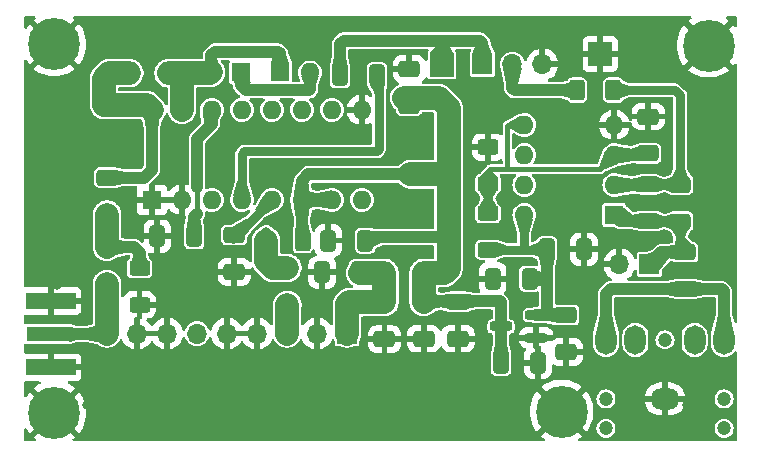
<source format=gbr>
%TF.GenerationSoftware,KiCad,Pcbnew,8.0.1-unknown-202403182320~f90c3ef075~ubuntu22.04.1*%
%TF.CreationDate,2024-03-20T20:40:56+05:30*%
%TF.ProjectId,BoB,426f422e-6b69-4636-9164-5f7063625858,rev?*%
%TF.SameCoordinates,Original*%
%TF.FileFunction,Copper,L1,Top*%
%TF.FilePolarity,Positive*%
%FSLAX46Y46*%
G04 Gerber Fmt 4.6, Leading zero omitted, Abs format (unit mm)*
G04 Created by KiCad (PCBNEW 8.0.1-unknown-202403182320~f90c3ef075~ubuntu22.04.1) date 2024-03-20 20:40:56*
%MOMM*%
%LPD*%
G01*
G04 APERTURE LIST*
G04 Aperture macros list*
%AMRoundRect*
0 Rectangle with rounded corners*
0 $1 Rounding radius*
0 $2 $3 $4 $5 $6 $7 $8 $9 X,Y pos of 4 corners*
0 Add a 4 corners polygon primitive as box body*
4,1,4,$2,$3,$4,$5,$6,$7,$8,$9,$2,$3,0*
0 Add four circle primitives for the rounded corners*
1,1,$1+$1,$2,$3*
1,1,$1+$1,$4,$5*
1,1,$1+$1,$6,$7*
1,1,$1+$1,$8,$9*
0 Add four rect primitives between the rounded corners*
20,1,$1+$1,$2,$3,$4,$5,0*
20,1,$1+$1,$4,$5,$6,$7,0*
20,1,$1+$1,$6,$7,$8,$9,0*
20,1,$1+$1,$8,$9,$2,$3,0*%
G04 Aperture macros list end*
%TA.AperFunction,ComponentPad*%
%ADD10R,2.000000X2.000000*%
%TD*%
%TA.AperFunction,ComponentPad*%
%ADD11R,1.600000X1.600000*%
%TD*%
%TA.AperFunction,ComponentPad*%
%ADD12O,1.600000X1.600000*%
%TD*%
%TA.AperFunction,SMDPad,CuDef*%
%ADD13RoundRect,0.250000X-0.650000X0.412500X-0.650000X-0.412500X0.650000X-0.412500X0.650000X0.412500X0*%
%TD*%
%TA.AperFunction,ComponentPad*%
%ADD14R,1.700000X1.700000*%
%TD*%
%TA.AperFunction,ComponentPad*%
%ADD15O,1.700000X1.700000*%
%TD*%
%TA.AperFunction,SMDPad,CuDef*%
%ADD16RoundRect,0.250000X0.650000X-0.412500X0.650000X0.412500X-0.650000X0.412500X-0.650000X-0.412500X0*%
%TD*%
%TA.AperFunction,SMDPad,CuDef*%
%ADD17RoundRect,0.250000X-0.412500X-0.650000X0.412500X-0.650000X0.412500X0.650000X-0.412500X0.650000X0*%
%TD*%
%TA.AperFunction,SMDPad,CuDef*%
%ADD18RoundRect,0.250000X-0.362500X-0.700000X0.362500X-0.700000X0.362500X0.700000X-0.362500X0.700000X0*%
%TD*%
%TA.AperFunction,SMDPad,CuDef*%
%ADD19RoundRect,0.250000X0.412500X0.650000X-0.412500X0.650000X-0.412500X-0.650000X0.412500X-0.650000X0*%
%TD*%
%TA.AperFunction,SMDPad,CuDef*%
%ADD20RoundRect,0.250000X-0.400000X-0.625000X0.400000X-0.625000X0.400000X0.625000X-0.400000X0.625000X0*%
%TD*%
%TA.AperFunction,ComponentPad*%
%ADD21C,4.400000*%
%TD*%
%TA.AperFunction,SMDPad,CuDef*%
%ADD22RoundRect,0.250000X-0.625000X0.400000X-0.625000X-0.400000X0.625000X-0.400000X0.625000X0.400000X0*%
%TD*%
%TA.AperFunction,SMDPad,CuDef*%
%ADD23RoundRect,0.250000X0.625000X-0.400000X0.625000X0.400000X-0.625000X0.400000X-0.625000X-0.400000X0*%
%TD*%
%TA.AperFunction,SMDPad,CuDef*%
%ADD24RoundRect,0.250000X0.400000X0.625000X-0.400000X0.625000X-0.400000X-0.625000X0.400000X-0.625000X0*%
%TD*%
%TA.AperFunction,SMDPad,CuDef*%
%ADD25R,3.600000X1.270000*%
%TD*%
%TA.AperFunction,SMDPad,CuDef*%
%ADD26R,4.200000X1.350000*%
%TD*%
%TA.AperFunction,SMDPad,CuDef*%
%ADD27RoundRect,0.200000X0.750000X0.200000X-0.750000X0.200000X-0.750000X-0.200000X0.750000X-0.200000X0*%
%TD*%
%TA.AperFunction,WasherPad*%
%ADD28C,1.200000*%
%TD*%
%TA.AperFunction,ComponentPad*%
%ADD29O,1.800000X2.500000*%
%TD*%
%TA.AperFunction,ComponentPad*%
%ADD30O,2.500000X1.800000*%
%TD*%
%TA.AperFunction,ViaPad*%
%ADD31C,0.800000*%
%TD*%
%TA.AperFunction,Conductor*%
%ADD32C,2.000000*%
%TD*%
%TA.AperFunction,Conductor*%
%ADD33C,1.000000*%
%TD*%
%TA.AperFunction,Conductor*%
%ADD34C,0.400000*%
%TD*%
%TA.AperFunction,Conductor*%
%ADD35C,0.750000*%
%TD*%
G04 APERTURE END LIST*
D10*
%TO.P,TP1,1,1*%
%TO.N,Net-(C1-Pad2)*%
X80460000Y-47660000D03*
%TD*%
D11*
%TO.P,D8,1,K*%
%TO.N,5VCLEAN*%
X66762000Y-48278000D03*
D12*
%TO.P,D8,2,A*%
%TO.N,Net-(D7-K)*%
X69302000Y-48278000D03*
%TD*%
D13*
%TO.P,C5,1*%
%TO.N,+5V*%
X75612000Y-67733000D03*
%TO.P,C5,2*%
%TO.N,GND*%
X75612000Y-70858000D03*
%TD*%
D14*
%TO.P,RV1,1,1*%
%TO.N,Net-(C1-Pad2)*%
X83900000Y-47590000D03*
D15*
%TO.P,RV1,2,2*%
%TO.N,Net-(RV1-Pad2)*%
X86440000Y-47590000D03*
%TO.P,RV1,3,3*%
%TO.N,GND*%
X88980000Y-47590000D03*
%TD*%
D14*
%TO.P,J2,1,Pin_1*%
%TO.N,Net-(J2-Pin_1)*%
X98044000Y-64516000D03*
D15*
%TO.P,J2,2,Pin_2*%
%TO.N,GND*%
X95504000Y-64516000D03*
%TD*%
D16*
%TO.P,C8,1*%
%TO.N,5VCLEAN*%
X77710000Y-51102500D03*
%TO.P,C8,2*%
%TO.N,GND*%
X77710000Y-47977500D03*
%TD*%
D17*
%TO.P,C10,1*%
%TO.N,GND*%
X56379500Y-62138000D03*
%TO.P,C10,2*%
%TO.N,Net-(U1-FM{slash}AM_SW)*%
X59504500Y-62138000D03*
%TD*%
D18*
%TO.P,L1,1,1*%
%TO.N,Net-(D7-K)*%
X54009500Y-48338000D03*
%TO.P,L1,2,2*%
%TO.N,5VCLEAN*%
X57334500Y-48338000D03*
%TD*%
D16*
%TO.P,C11,1*%
%TO.N,Net-(C11-Pad1)*%
X52137000Y-60308000D03*
%TO.P,C11,2*%
%TO.N,Net-(D7-K)*%
X52137000Y-57183000D03*
%TD*%
D19*
%TO.P,C6,1*%
%TO.N,+5V*%
X73462000Y-65208000D03*
%TO.P,C6,2*%
%TO.N,GND*%
X70337000Y-65208000D03*
%TD*%
D20*
%TO.P,R14,1*%
%TO.N,Net-(U1-AM_OSC)*%
X65580000Y-62506000D03*
%TO.P,R14,2*%
%TO.N,5VCLEAN*%
X68680000Y-62506000D03*
%TD*%
D19*
%TO.P,C9,1*%
%TO.N,5VCLEAN*%
X73991000Y-62506000D03*
%TO.P,C9,2*%
%TO.N,GND*%
X70866000Y-62506000D03*
%TD*%
D21*
%TO.P,H2,1,1*%
%TO.N,GND*%
X90600000Y-76984000D03*
%TD*%
%TO.P,H4,1,1*%
%TO.N,GND*%
X47649274Y-77087274D03*
%TD*%
D13*
%TO.P,C3,1*%
%TO.N,5VCLEAN*%
X78937000Y-67695500D03*
%TO.P,C3,2*%
%TO.N,GND*%
X78937000Y-70820500D03*
%TD*%
D21*
%TO.P,H1,1,1*%
%TO.N,GND*%
X47649274Y-45892726D03*
%TD*%
D19*
%TO.P,C19,1*%
%TO.N,+3.3V*%
X87900000Y-65730000D03*
%TO.P,C19,2*%
%TO.N,GND*%
X84775000Y-65730000D03*
%TD*%
D18*
%TO.P,L2,1,1*%
%TO.N,+5V*%
X75599500Y-65258000D03*
%TO.P,L2,2,2*%
%TO.N,5VCLEAN*%
X78924500Y-65258000D03*
%TD*%
D14*
%TO.P,JP1,1,Pin_1*%
%TO.N,+5V*%
X72438000Y-70380000D03*
D15*
%TO.P,JP1,2,Pin_2*%
%TO.N,GND*%
X69898000Y-70380000D03*
%TO.P,JP1,3,Pin_3*%
%TO.N,RX_OSC*%
X67358000Y-70380000D03*
%TO.P,JP1,4,Pin_4*%
%TO.N,GND*%
X64818000Y-70380000D03*
%TO.P,JP1,5,Pin_5*%
X62278000Y-70380000D03*
%TO.P,JP1,6,Pin_6*%
%TO.N,RX_AUDIO*%
X59738000Y-70380000D03*
%TO.P,JP1,7,Pin_7*%
%TO.N,GND*%
X57198000Y-70380000D03*
%TO.P,JP1,8,Pin_8*%
X54658000Y-70380000D03*
%TO.P,JP1,9,Pin_9*%
%TO.N,Net-(J1-In)*%
X52118000Y-70380000D03*
%TD*%
D17*
%TO.P,C12,1*%
%TO.N,+3.3V*%
X89377000Y-63243000D03*
%TO.P,C12,2*%
%TO.N,GND*%
X92502000Y-63243000D03*
%TD*%
D16*
%TO.P,C2,1*%
%TO.N,Net-(U2A-+)*%
X97942000Y-55132500D03*
%TO.P,C2,2*%
%TO.N,GND*%
X97942000Y-52007500D03*
%TD*%
D13*
%TO.P,C13,1*%
%TO.N,+3.3V*%
X91012000Y-68815500D03*
%TO.P,C13,2*%
%TO.N,GND*%
X91012000Y-71940500D03*
%TD*%
D10*
%TO.P,TP2,1,1*%
%TO.N,GND*%
X93878000Y-46712000D03*
%TD*%
D13*
%TO.P,C17,1*%
%TO.N,Net-(C11-Pad1)*%
X52112000Y-63045500D03*
%TO.P,C17,2*%
%TO.N,Net-(J1-In)*%
X52112000Y-66170500D03*
%TD*%
%TO.P,C21,1*%
%TO.N,Net-(U1-AM_OSC)*%
X67387000Y-64820500D03*
%TO.P,C21,2*%
%TO.N,RX_OSC*%
X67387000Y-67945500D03*
%TD*%
%TO.P,C16,1*%
%TO.N,Net-(U1-AGC)*%
X62890000Y-62030000D03*
%TO.P,C16,2*%
%TO.N,GND*%
X62890000Y-65155000D03*
%TD*%
D16*
%TO.P,C7,1*%
%TO.N,Net-(J2-Pin_1)*%
X100652000Y-60908000D03*
%TO.P,C7,2*%
%TO.N,Net-(U2A--)*%
X100652000Y-57783000D03*
%TD*%
D22*
%TO.P,R13,1*%
%TO.N,Net-(C11-Pad1)*%
X54872000Y-64848000D03*
%TO.P,R13,2*%
%TO.N,GND*%
X54872000Y-67948000D03*
%TD*%
D23*
%TO.P,R1,1*%
%TO.N,+3.3V*%
X84376000Y-63294000D03*
%TO.P,R1,2*%
%TO.N,Net-(U2A-+)*%
X84376000Y-60194000D03*
%TD*%
D24*
%TO.P,Rin1,1*%
%TO.N,Net-(U2A--)*%
X95000000Y-49778000D03*
%TO.P,Rin1,2*%
%TO.N,Net-(RV1-Pad2)*%
X91900000Y-49778000D03*
%TD*%
D25*
%TO.P,J1,1,In*%
%TO.N,Net-(J1-In)*%
X47152000Y-70428000D03*
D26*
%TO.P,J1,2,Ext*%
%TO.N,GND*%
X47352000Y-67603000D03*
X47352000Y-73253000D03*
%TD*%
D23*
%TO.P,Rf1,1*%
%TO.N,Net-(J2-Pin_1)*%
X97992000Y-60863000D03*
%TO.P,Rf1,2*%
%TO.N,Net-(U2A--)*%
X97992000Y-57763000D03*
%TD*%
D21*
%TO.P,H3,1,1*%
%TO.N,GND*%
X103046000Y-45996000D03*
%TD*%
D19*
%TO.P,C1,1*%
%TO.N,RX_AUDIO*%
X74968500Y-48514000D03*
%TO.P,C1,2*%
%TO.N,Net-(C1-Pad2)*%
X71843500Y-48514000D03*
%TD*%
D23*
%TO.P,R2,1*%
%TO.N,Net-(U2A-+)*%
X84376000Y-57706000D03*
%TO.P,R2,2*%
%TO.N,GND*%
X84376000Y-54606000D03*
%TD*%
D27*
%TO.P,U4,1,GND*%
%TO.N,GND*%
X88470000Y-70730000D03*
%TO.P,U4,2,VO*%
%TO.N,+3.3V*%
X88470000Y-68830000D03*
%TO.P,U4,3,VI*%
%TO.N,5VCLEAN*%
X85470000Y-69780000D03*
%TD*%
D11*
%TO.P,D7,1,K*%
%TO.N,Net-(D7-K)*%
X63482000Y-48258000D03*
D12*
%TO.P,D7,2,A*%
%TO.N,5VCLEAN*%
X60942000Y-48258000D03*
%TD*%
D17*
%TO.P,C18,1*%
%TO.N,5VCLEAN*%
X85480000Y-72840000D03*
%TO.P,C18,2*%
%TO.N,GND*%
X88605000Y-72840000D03*
%TD*%
D13*
%TO.P,C4,1*%
%TO.N,5VCLEAN*%
X81840000Y-67685000D03*
%TO.P,C4,2*%
%TO.N,GND*%
X81840000Y-70810000D03*
%TD*%
%TO.P,C14,1*%
%TO.N,Net-(J2-Pin_1)*%
X101092000Y-63500000D03*
%TO.P,C14,2*%
%TO.N,Net-(C14-Pad2)*%
X101092000Y-66625000D03*
%TD*%
D11*
%TO.P,U1,1,FM_RF_IN*%
%TO.N,GND*%
X55922000Y-59068000D03*
D12*
%TO.P,U1,2,GND_IN*%
X58462000Y-59068000D03*
%TO.P,U1,3,FM_MIX*%
%TO.N,unconnected-(U1-FM_MIX-Pad3)*%
X61002000Y-59068000D03*
%TO.P,U1,4,AM_MIX*%
%TO.N,RX_AUDIO*%
X63542000Y-59068000D03*
%TO.P,U1,5,AGC*%
%TO.N,Net-(U1-AGC)*%
X66082000Y-59068000D03*
%TO.P,U1,6,VCC*%
%TO.N,5VCLEAN*%
X68622000Y-59068000D03*
%TO.P,U1,7,AM_IF*%
X71162000Y-59068000D03*
%TO.P,U1,8,FM_IF*%
%TO.N,unconnected-(U1-FM_IF-Pad8)*%
X73702000Y-59068000D03*
%TO.P,U1,9,GND_OUT*%
%TO.N,GND*%
X73702000Y-51448000D03*
%TO.P,U1,10,FM_DET*%
%TO.N,unconnected-(U1-FM_DET-Pad10)*%
X71162000Y-51448000D03*
%TO.P,U1,11,DET_OUT*%
%TO.N,unconnected-(U1-DET_OUT-Pad11)*%
X68622000Y-51448000D03*
%TO.P,U1,12,AM_OSC*%
%TO.N,Net-(U1-AM_OSC)*%
X66082000Y-51448000D03*
%TO.P,U1,13,FM_OSC*%
%TO.N,unconnected-(U1-FM_OSC-Pad13)*%
X63542000Y-51448000D03*
%TO.P,U1,14,FM/AM_SW*%
%TO.N,Net-(U1-FM{slash}AM_SW)*%
X61002000Y-51448000D03*
%TO.P,U1,15,FM_TUNER*%
%TO.N,5VCLEAN*%
X58462000Y-51448000D03*
%TO.P,U1,16,AM_RF_IN*%
%TO.N,Net-(D7-K)*%
X55922000Y-51448000D03*
%TD*%
D28*
%TO.P,SPK1,*%
%TO.N,*%
X94362000Y-78420000D03*
X104362000Y-78420000D03*
X94362000Y-75920000D03*
X104362000Y-75920000D03*
X99362000Y-70920000D03*
D29*
%TO.P,SPK1,R*%
%TO.N,Net-(C14-Pad2)*%
X94362000Y-70920000D03*
%TO.P,SPK1,RN*%
%TO.N,unconnected-(SPK1-PadRN)*%
X96862000Y-70920000D03*
D30*
%TO.P,SPK1,S*%
%TO.N,GND*%
X99362000Y-75920000D03*
D29*
%TO.P,SPK1,T*%
%TO.N,Net-(C14-Pad2)*%
X104362000Y-70920000D03*
%TO.P,SPK1,TN*%
%TO.N,unconnected-(SPK1-PadTN)*%
X101862000Y-70920000D03*
%TD*%
D11*
%TO.P,U2,1*%
%TO.N,Net-(J2-Pin_1)*%
X95062000Y-60343000D03*
D12*
%TO.P,U2,2,-*%
%TO.N,Net-(U2A--)*%
X95062000Y-57803000D03*
%TO.P,U2,3,+*%
%TO.N,Net-(U2A-+)*%
X95062000Y-55263000D03*
%TO.P,U2,4,V-*%
%TO.N,GND*%
X95062000Y-52723000D03*
%TO.P,U2,5,+*%
%TO.N,Net-(U2A-+)*%
X87442000Y-52723000D03*
%TO.P,U2,6,-*%
%TO.N,Net-(U2B--)*%
X87442000Y-55263000D03*
%TO.P,U2,7*%
X87442000Y-57803000D03*
%TO.P,U2,8,V+*%
%TO.N,+3.3V*%
X87442000Y-60343000D03*
%TD*%
D31*
%TO.N,GND*%
X57390000Y-68450000D03*
X98707000Y-45956000D03*
X55527000Y-76436000D03*
X65687000Y-76436000D03*
X73307000Y-76436000D03*
X80927000Y-76436000D03*
X52987000Y-73896000D03*
X47907000Y-53576000D03*
X83467000Y-68816000D03*
X96167000Y-45956000D03*
X73307000Y-48496000D03*
X64430000Y-68400000D03*
X78387000Y-73896000D03*
X52987000Y-58656000D03*
X58067000Y-61196000D03*
X47907000Y-63736000D03*
X63147000Y-73896000D03*
X70767000Y-76436000D03*
X58067000Y-45956000D03*
X47907000Y-61196000D03*
X50447000Y-56116000D03*
X83467000Y-51036000D03*
X101247000Y-68816000D03*
X58067000Y-76436000D03*
X68227000Y-53576000D03*
X70767000Y-68816000D03*
X86007000Y-45956000D03*
X64430000Y-67310000D03*
X52987000Y-76436000D03*
X78387000Y-76436000D03*
X96167000Y-76436000D03*
X78387000Y-58656000D03*
X103787000Y-61196000D03*
X96167000Y-68816000D03*
X83467000Y-76436000D03*
X91087000Y-58656000D03*
X98707000Y-48496000D03*
X60607000Y-73896000D03*
X96167000Y-73896000D03*
X73307000Y-53576000D03*
X50447000Y-66276000D03*
X47907000Y-56116000D03*
X103787000Y-73896000D03*
X60607000Y-76436000D03*
X68227000Y-73896000D03*
X103787000Y-56116000D03*
X75847000Y-76436000D03*
X69600000Y-67340000D03*
X91087000Y-45956000D03*
X65930000Y-56190000D03*
X86007000Y-51036000D03*
X86007000Y-61196000D03*
X47907000Y-58656000D03*
X70767000Y-73896000D03*
X98707000Y-73896000D03*
X103787000Y-63736000D03*
X78320000Y-63340000D03*
X93627000Y-73896000D03*
X47907000Y-51036000D03*
X58067000Y-56116000D03*
X55527000Y-73896000D03*
X50447000Y-61196000D03*
X73307000Y-73896000D03*
X58067000Y-73896000D03*
X83467000Y-73896000D03*
X103787000Y-53576000D03*
X86007000Y-76436000D03*
X80927000Y-73896000D03*
X47907000Y-66276000D03*
X75847000Y-73896000D03*
X58067000Y-66276000D03*
X70767000Y-53576000D03*
X50447000Y-76436000D03*
X52987000Y-45956000D03*
X76910000Y-63320000D03*
X101247000Y-76436000D03*
X55527000Y-66276000D03*
X65687000Y-73896000D03*
X101247000Y-48496000D03*
X103787000Y-58656000D03*
X63147000Y-76436000D03*
X63147000Y-53576000D03*
X101247000Y-73896000D03*
X50447000Y-68816000D03*
X65687000Y-53576000D03*
X86007000Y-58656000D03*
X91087000Y-53576000D03*
X61330000Y-56130000D03*
X88547000Y-45956000D03*
X91087000Y-61196000D03*
X78387000Y-53576000D03*
X103787000Y-51036000D03*
X58067000Y-63736000D03*
X50447000Y-73896000D03*
X98707000Y-68816000D03*
X68227000Y-76436000D03*
X75847000Y-58656000D03*
%TO.N,Net-(U1-AM_OSC)*%
X65587000Y-61808000D03*
X65587000Y-62808000D03*
%TO.N,5VCLEAN*%
X77264000Y-50314000D03*
%TD*%
D32*
%TO.N,RX_OSC*%
X67358000Y-67974500D02*
X67387000Y-67945500D01*
X67358000Y-70380000D02*
X67358000Y-67974500D01*
%TO.N,+5V*%
X75612000Y-67733000D02*
X75612000Y-65270500D01*
X72438000Y-70380000D02*
X72438000Y-67908000D01*
X72613000Y-67733000D02*
X72438000Y-67908000D01*
X75612000Y-67733000D02*
X72613000Y-67733000D01*
X75612000Y-65270500D02*
X75599500Y-65258000D01*
X75599500Y-65258000D02*
X73512000Y-65258000D01*
D33*
%TO.N,Net-(U1-FM{slash}AM_SW)*%
X59738000Y-53870000D02*
X59738000Y-57934000D01*
X61002000Y-52606000D02*
X59738000Y-53870000D01*
X61002000Y-51448000D02*
X61002000Y-52606000D01*
X59484000Y-62506000D02*
X59484000Y-60506000D01*
D34*
X59738000Y-60252000D02*
X59738000Y-57934000D01*
D33*
X59484000Y-60506000D02*
X59738000Y-60252000D01*
%TO.N,Net-(D7-K)*%
X63482000Y-48258000D02*
X63482000Y-49378000D01*
X55922000Y-56498000D02*
X55922000Y-51448000D01*
X52137000Y-57183000D02*
X55237000Y-57183000D01*
X63482000Y-49378000D02*
X63882000Y-49778000D01*
D32*
X52316000Y-48338000D02*
X51864000Y-48790000D01*
D33*
X55237000Y-57183000D02*
X55922000Y-56498000D01*
D32*
X55511500Y-51037500D02*
X55922000Y-51448000D01*
X51864000Y-51037500D02*
X55511500Y-51037500D01*
X54009500Y-48338000D02*
X52316000Y-48338000D01*
D33*
X69302000Y-49698000D02*
X69222000Y-49778000D01*
X63882000Y-49778000D02*
X69222000Y-49778000D01*
D32*
X51864000Y-51037500D02*
X51864000Y-48790000D01*
D33*
X69302000Y-48278000D02*
X69302000Y-49698000D01*
D32*
%TO.N,Net-(U1-AM_OSC)*%
X65587000Y-62808000D02*
X65580000Y-62815000D01*
X65580000Y-62815000D02*
X65580000Y-64251000D01*
X65580000Y-64251000D02*
X66149500Y-64820500D01*
X65580000Y-62801000D02*
X65587000Y-62808000D01*
X65580000Y-62506000D02*
X65580000Y-62801000D01*
X66149500Y-64820500D02*
X67387000Y-64820500D01*
D35*
%TO.N,RX_AUDIO*%
X74970000Y-54960000D02*
X75130000Y-54800000D01*
X75130000Y-54800000D02*
X75130000Y-48675500D01*
X63740000Y-54960000D02*
X74970000Y-54960000D01*
X63542000Y-59068000D02*
X63542000Y-55158000D01*
X63542000Y-55158000D02*
X63740000Y-54960000D01*
D33*
%TO.N,Net-(C11-Pad1)*%
X54389500Y-63045500D02*
X52112000Y-63045500D01*
X54872000Y-64848000D02*
X54872000Y-63528000D01*
X54872000Y-63528000D02*
X54389500Y-63045500D01*
D32*
X52137000Y-63020500D02*
X52112000Y-63045500D01*
X52137000Y-60308000D02*
X52137000Y-63020500D01*
D33*
%TO.N,Net-(C1-Pad2)*%
X80260000Y-45593000D02*
X83703000Y-45593000D01*
X83900000Y-45790000D02*
X83703000Y-45593000D01*
X80260000Y-45593000D02*
X80460000Y-45793000D01*
X72152000Y-45593000D02*
X80260000Y-45593000D01*
X80460000Y-45793000D02*
X80460000Y-47660000D01*
X71843500Y-48514000D02*
X71843500Y-45901500D01*
X83900000Y-47590000D02*
X83900000Y-45790000D01*
X71843500Y-45901500D02*
X72152000Y-45593000D01*
D34*
%TO.N,Net-(U2A-+)*%
X84577000Y-56463000D02*
X84376000Y-56664000D01*
X93862000Y-56463000D02*
X86004000Y-56463000D01*
X84376000Y-56664000D02*
X84376000Y-57706000D01*
X86004000Y-56463000D02*
X86004000Y-52808000D01*
X86089000Y-52723000D02*
X86004000Y-52808000D01*
X87442000Y-52723000D02*
X86089000Y-52723000D01*
X86004000Y-56463000D02*
X84577000Y-56463000D01*
D33*
X95062000Y-55263000D02*
X98007500Y-55263000D01*
D35*
X84376000Y-60194000D02*
X84376000Y-57706000D01*
D34*
X95062000Y-55263000D02*
X93862000Y-56463000D01*
D35*
%TO.N,Net-(U2A--)*%
X97992000Y-57763000D02*
X100632000Y-57763000D01*
X100652000Y-50202000D02*
X100228000Y-49778000D01*
X95000000Y-49778000D02*
X100228000Y-49778000D01*
D33*
X95062000Y-57803000D02*
X97952000Y-57803000D01*
D35*
X100652000Y-57783000D02*
X100652000Y-50202000D01*
D33*
%TO.N,+3.3V*%
X89202000Y-68818000D02*
X91009500Y-68818000D01*
D35*
X87528000Y-63294000D02*
X87442000Y-63208000D01*
D33*
X89369500Y-65800000D02*
X89369500Y-68650500D01*
X88470000Y-68830000D02*
X90997500Y-68830000D01*
X87900000Y-65730000D02*
X89299500Y-65730000D01*
D35*
X84376000Y-63294000D02*
X87528000Y-63294000D01*
X87442000Y-63208000D02*
X87442000Y-60343000D01*
D33*
X89369500Y-68650500D02*
X89202000Y-68818000D01*
X89299500Y-65730000D02*
X89369500Y-65800000D01*
D35*
X87528000Y-63294000D02*
X89326000Y-63294000D01*
D33*
X89369500Y-63250500D02*
X89369500Y-65800000D01*
%TO.N,Net-(RV1-Pad2)*%
X86440000Y-49588000D02*
X86630000Y-49778000D01*
X86630000Y-49778000D02*
X91900000Y-49778000D01*
X86440000Y-47590000D02*
X86440000Y-49588000D01*
D32*
%TO.N,5VCLEAN*%
X58462000Y-48344000D02*
X58468000Y-48338000D01*
D33*
X74277000Y-62220000D02*
X81027000Y-62220000D01*
X85480000Y-69790000D02*
X85470000Y-69780000D01*
D32*
X57334500Y-48338000D02*
X58468000Y-48338000D01*
D33*
X68622000Y-59068000D02*
X71162000Y-59068000D01*
D32*
X80832000Y-56903000D02*
X81037000Y-57108000D01*
X81037000Y-57108000D02*
X81037000Y-59978000D01*
X81037000Y-59978000D02*
X81037000Y-51253000D01*
D33*
X77772000Y-56903000D02*
X69157000Y-56903000D01*
X69157000Y-56903000D02*
X68622000Y-57438000D01*
D32*
X78924500Y-65258000D02*
X78924500Y-67683000D01*
X80204500Y-50420500D02*
X77287000Y-50420500D01*
X78924500Y-67683000D02*
X78937000Y-67695500D01*
D33*
X60942000Y-46824000D02*
X60942000Y-48258000D01*
X81732000Y-67635500D02*
X78997000Y-67635500D01*
D32*
X81037000Y-62230000D02*
X81037000Y-64908000D01*
D33*
X81027000Y-62220000D02*
X81037000Y-62230000D01*
D32*
X81037000Y-64908000D02*
X80687000Y-65258000D01*
X81037000Y-51253000D02*
X80204500Y-50420500D01*
X58468000Y-48338000D02*
X60862000Y-48338000D01*
D33*
X66762000Y-48278000D02*
X66762000Y-46670000D01*
D32*
X81037000Y-59978000D02*
X81037000Y-62230000D01*
D33*
X68622000Y-59068000D02*
X68622000Y-62448000D01*
X81732000Y-67635500D02*
X85354500Y-67635500D01*
X85480000Y-72840000D02*
X85480000Y-69790000D01*
X73991000Y-62506000D02*
X74277000Y-62220000D01*
X66596000Y-46504000D02*
X61262000Y-46504000D01*
X68622000Y-57438000D02*
X68622000Y-59068000D01*
D32*
X77772000Y-56903000D02*
X80832000Y-56903000D01*
X58462000Y-51448000D02*
X58462000Y-48344000D01*
D33*
X66762000Y-46670000D02*
X66596000Y-46504000D01*
D32*
X80687000Y-65258000D02*
X78924500Y-65258000D01*
D33*
X61262000Y-46504000D02*
X60942000Y-46824000D01*
X85470000Y-67751000D02*
X85470000Y-69780000D01*
X85354500Y-67635500D02*
X85470000Y-67751000D01*
D32*
X60862000Y-48338000D02*
X60942000Y-48258000D01*
%TO.N,Net-(J1-In)*%
X52118000Y-70380000D02*
X52118000Y-66176500D01*
D33*
X47152000Y-70428000D02*
X52070000Y-70428000D01*
D32*
X52118000Y-66176500D02*
X52112000Y-66170500D01*
D35*
%TO.N,Net-(J2-Pin_1)*%
X100652000Y-60908000D02*
X100652000Y-63060000D01*
D33*
X95062000Y-60343000D02*
X95582000Y-60863000D01*
X95582000Y-60863000D02*
X97992000Y-60863000D01*
D35*
X100652000Y-60908000D02*
X98037000Y-60908000D01*
D33*
X101092000Y-63500000D02*
X99060000Y-63500000D01*
D35*
X100652000Y-63060000D02*
X101092000Y-63500000D01*
D33*
X99060000Y-63500000D02*
X98044000Y-64516000D01*
D35*
%TO.N,Net-(U1-AGC)*%
X62810000Y-62340000D02*
X66082000Y-59068000D01*
X63120000Y-62030000D02*
X66082000Y-59068000D01*
D33*
%TO.N,Net-(C14-Pad2)*%
X100632000Y-66608500D02*
X94751500Y-66608500D01*
X94362000Y-66998000D02*
X94751500Y-66608500D01*
X104149500Y-66608500D02*
X100632000Y-66608500D01*
X104362000Y-70920000D02*
X104362000Y-66821000D01*
X94362000Y-70920000D02*
X94362000Y-66998000D01*
X104362000Y-66821000D02*
X104149500Y-66608500D01*
%TD*%
%TA.AperFunction,Conductor*%
%TO.N,GND*%
G36*
X46810241Y-77803876D02*
G01*
X46932672Y-77926307D01*
X47066536Y-78023564D01*
X45924304Y-79165796D01*
X45924304Y-79165797D01*
X46062274Y-79273889D01*
X46102907Y-79330729D01*
X46106359Y-79400513D01*
X46071535Y-79461086D01*
X46009491Y-79493216D01*
X45985801Y-79495500D01*
X45216500Y-79495500D01*
X45149461Y-79475815D01*
X45103706Y-79423011D01*
X45092500Y-79371500D01*
X45092500Y-78521689D01*
X45112185Y-78454650D01*
X45164989Y-78408895D01*
X45234147Y-78398951D01*
X45297703Y-78427976D01*
X45322617Y-78457539D01*
X45423155Y-78623850D01*
X45570750Y-78812242D01*
X46712982Y-77670010D01*
X46810241Y-77803876D01*
G37*
%TD.AperFunction*%
%TA.AperFunction,Conductor*%
G36*
X58141920Y-58822394D02*
G01*
X58089259Y-58913606D01*
X58062000Y-59015339D01*
X58062000Y-59120661D01*
X58089259Y-59222394D01*
X58141920Y-59313606D01*
X58146314Y-59318000D01*
X56237686Y-59318000D01*
X56242080Y-59313606D01*
X56294741Y-59222394D01*
X56322000Y-59120661D01*
X56322000Y-59015339D01*
X56294741Y-58913606D01*
X56242080Y-58822394D01*
X56237686Y-58818000D01*
X58146314Y-58818000D01*
X58141920Y-58822394D01*
G37*
%TD.AperFunction*%
%TA.AperFunction,Conductor*%
G36*
X101550796Y-43536185D02*
G01*
X101596551Y-43588989D01*
X101606495Y-43658147D01*
X101577470Y-43721703D01*
X101547907Y-43746617D01*
X101509422Y-43769881D01*
X101509416Y-43769886D01*
X101321030Y-43917474D01*
X101321029Y-43917476D01*
X102463262Y-45059709D01*
X102329398Y-45156967D01*
X102206967Y-45279398D01*
X102109709Y-45413262D01*
X100967476Y-44271029D01*
X100967474Y-44271030D01*
X100819886Y-44459416D01*
X100819881Y-44459422D01*
X100650898Y-44738956D01*
X100650897Y-44738958D01*
X100516839Y-45036824D01*
X100516835Y-45036835D01*
X100419667Y-45348658D01*
X100360786Y-45669961D01*
X100341065Y-45996000D01*
X100360786Y-46322038D01*
X100419667Y-46643341D01*
X100516835Y-46955164D01*
X100516839Y-46955175D01*
X100650897Y-47253041D01*
X100650898Y-47253043D01*
X100819881Y-47532576D01*
X100967476Y-47720968D01*
X102109708Y-46578736D01*
X102206967Y-46712602D01*
X102329398Y-46835033D01*
X102463262Y-46932290D01*
X101321030Y-48074522D01*
X101321030Y-48074523D01*
X101509423Y-48222118D01*
X101788956Y-48391101D01*
X101788958Y-48391102D01*
X102086824Y-48525160D01*
X102086835Y-48525164D01*
X102398658Y-48622332D01*
X102719961Y-48681213D01*
X103046000Y-48700934D01*
X103372038Y-48681213D01*
X103693341Y-48622332D01*
X104005164Y-48525164D01*
X104005175Y-48525160D01*
X104303041Y-48391102D01*
X104303043Y-48391101D01*
X104582586Y-48222112D01*
X104770968Y-48074523D01*
X104770968Y-48074522D01*
X103628737Y-46932290D01*
X103762602Y-46835033D01*
X103885033Y-46712602D01*
X103982290Y-46578737D01*
X105124522Y-47720968D01*
X105124523Y-47720968D01*
X105236389Y-47578183D01*
X105293229Y-47537550D01*
X105363014Y-47534098D01*
X105423586Y-47568922D01*
X105455716Y-47630966D01*
X105458000Y-47654656D01*
X105458000Y-69347011D01*
X105438315Y-69414050D01*
X105385511Y-69459805D01*
X105316353Y-69469749D01*
X105252797Y-69440724D01*
X105215023Y-69381946D01*
X105213373Y-69375736D01*
X105205314Y-69341893D01*
X105065872Y-68756328D01*
X105062500Y-68727605D01*
X105062500Y-66752004D01*
X105035581Y-66616677D01*
X105035580Y-66616676D01*
X105035580Y-66616672D01*
X105016583Y-66570809D01*
X104982778Y-66489195D01*
X104982771Y-66489182D01*
X104906115Y-66374459D01*
X104858001Y-66326345D01*
X104808542Y-66276886D01*
X104596043Y-66064386D01*
X104481311Y-65987725D01*
X104481312Y-65987725D01*
X104481307Y-65987722D01*
X104353832Y-65934921D01*
X104353822Y-65934918D01*
X104218496Y-65908000D01*
X104218494Y-65908000D01*
X104218493Y-65908000D01*
X102708342Y-65908000D01*
X102683166Y-65904748D01*
X102683132Y-65904967D01*
X102677118Y-65904004D01*
X102677116Y-65904004D01*
X102322467Y-65847260D01*
X101853854Y-65772281D01*
X101832503Y-65766884D01*
X101826697Y-65764853D01*
X101826699Y-65764853D01*
X101796266Y-65761999D01*
X101793754Y-65761882D01*
X101782997Y-65760774D01*
X101782990Y-65760835D01*
X101763367Y-65758530D01*
X101761418Y-65758384D01*
X101758580Y-65758210D01*
X101755744Y-65758037D01*
X101755743Y-65758037D01*
X101755742Y-65758037D01*
X101744417Y-65760063D01*
X101722584Y-65762000D01*
X100444757Y-65762000D01*
X100440080Y-65761912D01*
X100439191Y-65761878D01*
X100403573Y-65760533D01*
X100402981Y-65760569D01*
X100390247Y-65761882D01*
X100387731Y-65762000D01*
X100357301Y-65764853D01*
X100351494Y-65766885D01*
X100330145Y-65772281D01*
X99506882Y-65904004D01*
X99504693Y-65904533D01*
X99475575Y-65908000D01*
X96262949Y-65908000D01*
X96195910Y-65888315D01*
X96150155Y-65835511D01*
X96140211Y-65766353D01*
X96169236Y-65702797D01*
X96191825Y-65682425D01*
X96375082Y-65554105D01*
X96542105Y-65387082D01*
X96677599Y-65193578D01*
X96757118Y-65023051D01*
X96803290Y-64970612D01*
X96870484Y-64951460D01*
X96937365Y-64971676D01*
X96982699Y-65024841D01*
X96993500Y-65075456D01*
X96993500Y-65385752D01*
X97005131Y-65444229D01*
X97005132Y-65444230D01*
X97049447Y-65510552D01*
X97115769Y-65554867D01*
X97115770Y-65554868D01*
X97174247Y-65566499D01*
X97174250Y-65566500D01*
X97174252Y-65566500D01*
X98913750Y-65566500D01*
X98913751Y-65566499D01*
X98928568Y-65563552D01*
X98972229Y-65554868D01*
X98972229Y-65554867D01*
X98972231Y-65554867D01*
X99038552Y-65510552D01*
X99082867Y-65444231D01*
X99082867Y-65444229D01*
X99082868Y-65444229D01*
X99093968Y-65388422D01*
X99094500Y-65385748D01*
X99094500Y-65108400D01*
X99114185Y-65041361D01*
X99121248Y-65031471D01*
X99696178Y-64304747D01*
X99753210Y-64264385D01*
X99815165Y-64259604D01*
X100324230Y-64350259D01*
X100343441Y-64355296D01*
X100357301Y-64360146D01*
X100387734Y-64363000D01*
X100387736Y-64363000D01*
X100390630Y-64363136D01*
X100390622Y-64363287D01*
X100402283Y-64364047D01*
X100418712Y-64366196D01*
X100420865Y-64366377D01*
X100426285Y-64366733D01*
X100428368Y-64366870D01*
X100428368Y-64366869D01*
X100428371Y-64366870D01*
X100436384Y-64365435D01*
X100439154Y-64364940D01*
X100461002Y-64363000D01*
X101796270Y-64363000D01*
X101826699Y-64360146D01*
X101826701Y-64360146D01*
X101890790Y-64337719D01*
X101954882Y-64315293D01*
X102064150Y-64234650D01*
X102144793Y-64125382D01*
X102172676Y-64045697D01*
X102189646Y-63997201D01*
X102189646Y-63997199D01*
X102192500Y-63966769D01*
X102192500Y-63033230D01*
X102189646Y-63002800D01*
X102189646Y-63002798D01*
X102154543Y-62902482D01*
X102144793Y-62874618D01*
X102064150Y-62765350D01*
X101954882Y-62684707D01*
X101954880Y-62684706D01*
X101826700Y-62639853D01*
X101796270Y-62637000D01*
X101796266Y-62637000D01*
X101729948Y-62637000D01*
X101662909Y-62617315D01*
X101634035Y-62591592D01*
X101373696Y-62273875D01*
X101329621Y-62220086D01*
X101302358Y-62155756D01*
X101311716Y-62092291D01*
X101441905Y-61791162D01*
X101486575Y-61737443D01*
X101514775Y-61723330D01*
X101514882Y-61723293D01*
X101624150Y-61642650D01*
X101704793Y-61533382D01*
X101729582Y-61462539D01*
X101749646Y-61405201D01*
X101749646Y-61405199D01*
X101752500Y-61374769D01*
X101752500Y-60441230D01*
X101749646Y-60410800D01*
X101749646Y-60410798D01*
X101704793Y-60282619D01*
X101704792Y-60282617D01*
X101624150Y-60173350D01*
X101514882Y-60092707D01*
X101514880Y-60092706D01*
X101386700Y-60047853D01*
X101356270Y-60045000D01*
X101356266Y-60045000D01*
X99947734Y-60045000D01*
X99947730Y-60045000D01*
X99917305Y-60047853D01*
X99917298Y-60047854D01*
X99870344Y-60064284D01*
X99844393Y-60070331D01*
X99838015Y-60071108D01*
X99835882Y-60071368D01*
X99835877Y-60071369D01*
X99362384Y-60226994D01*
X99292550Y-60229226D01*
X99280328Y-60225374D01*
X98924705Y-60092706D01*
X98794085Y-60043977D01*
X98765847Y-60035691D01*
X98759963Y-60034414D01*
X98759998Y-60034248D01*
X98743423Y-60029953D01*
X98701701Y-60015354D01*
X98701694Y-60015353D01*
X98671270Y-60012500D01*
X98671266Y-60012500D01*
X97367249Y-60012500D01*
X97363378Y-60012440D01*
X97327143Y-60011308D01*
X97327142Y-60011308D01*
X97327141Y-60011308D01*
X97327139Y-60011308D01*
X97322644Y-60011610D01*
X97315503Y-60012369D01*
X97312748Y-60012498D01*
X97282304Y-60015353D01*
X97282302Y-60015353D01*
X97273649Y-60018381D01*
X97253089Y-60023649D01*
X96732032Y-60110491D01*
X96662669Y-60102095D01*
X96637169Y-60087320D01*
X96618559Y-60073340D01*
X96112021Y-59692817D01*
X96070245Y-59636814D01*
X96062500Y-59593676D01*
X96062500Y-59523249D01*
X96062499Y-59523247D01*
X96050868Y-59464770D01*
X96050867Y-59464769D01*
X96006552Y-59398447D01*
X95940230Y-59354132D01*
X95940229Y-59354131D01*
X95881752Y-59342500D01*
X95881748Y-59342500D01*
X94242252Y-59342500D01*
X94242247Y-59342500D01*
X94183770Y-59354131D01*
X94183769Y-59354132D01*
X94117447Y-59398447D01*
X94073132Y-59464769D01*
X94073131Y-59464770D01*
X94061500Y-59523247D01*
X94061500Y-61162752D01*
X94073131Y-61221229D01*
X94073132Y-61221230D01*
X94117447Y-61287552D01*
X94183769Y-61331867D01*
X94183770Y-61331868D01*
X94242247Y-61343499D01*
X94242250Y-61343500D01*
X94242252Y-61343500D01*
X94885569Y-61343500D01*
X94914138Y-61348154D01*
X94914398Y-61347018D01*
X94920336Y-61348375D01*
X94920342Y-61348377D01*
X95057493Y-61365841D01*
X95121507Y-61393835D01*
X95129502Y-61401159D01*
X95135457Y-61407114D01*
X95243399Y-61479238D01*
X95250192Y-61483777D01*
X95369946Y-61533380D01*
X95377672Y-61536580D01*
X95377676Y-61536580D01*
X95377677Y-61536581D01*
X95513003Y-61563500D01*
X95513006Y-61563500D01*
X95513007Y-61563500D01*
X96412354Y-61563500D01*
X96436913Y-61566751D01*
X96436984Y-61566331D01*
X96442990Y-61567332D01*
X96442993Y-61567333D01*
X97253089Y-61702349D01*
X97273655Y-61707620D01*
X97282301Y-61710646D01*
X97312734Y-61713500D01*
X97312736Y-61713500D01*
X97315630Y-61713636D01*
X97315617Y-61713900D01*
X97325710Y-61714619D01*
X97325722Y-61714521D01*
X97327130Y-61714689D01*
X97327139Y-61714691D01*
X97345908Y-61716938D01*
X97348051Y-61717095D01*
X97355410Y-61717501D01*
X97365106Y-61715664D01*
X97388176Y-61713500D01*
X98671270Y-61713500D01*
X98701690Y-61710647D01*
X98701690Y-61710646D01*
X98701699Y-61710646D01*
X98738271Y-61697848D01*
X98764853Y-61692506D01*
X98764794Y-61692132D01*
X98770806Y-61691172D01*
X98770808Y-61691172D01*
X99237298Y-61568814D01*
X99307137Y-61570846D01*
X99307475Y-61570957D01*
X99790012Y-61729555D01*
X99847553Y-61769188D01*
X99865112Y-61798147D01*
X100052963Y-62232644D01*
X100062838Y-62290576D01*
X100040659Y-62605038D01*
X100016306Y-62670526D01*
X99960414Y-62712453D01*
X99938706Y-62718393D01*
X99498467Y-62796793D01*
X99498390Y-62796365D01*
X99473679Y-62799500D01*
X98991004Y-62799500D01*
X98855677Y-62826418D01*
X98855667Y-62826421D01*
X98728192Y-62879222D01*
X98613454Y-62955887D01*
X98318215Y-63251126D01*
X98272035Y-63280294D01*
X97770710Y-63458349D01*
X97729209Y-63465500D01*
X97174247Y-63465500D01*
X97115770Y-63477131D01*
X97115769Y-63477132D01*
X97049447Y-63521447D01*
X97005132Y-63587769D01*
X97005131Y-63587770D01*
X96993500Y-63646247D01*
X96993500Y-63956543D01*
X96973815Y-64023582D01*
X96921011Y-64069337D01*
X96851853Y-64079281D01*
X96788297Y-64050256D01*
X96757118Y-64008948D01*
X96677600Y-63838422D01*
X96677599Y-63838420D01*
X96542113Y-63644926D01*
X96542108Y-63644920D01*
X96375082Y-63477894D01*
X96181578Y-63342399D01*
X95967492Y-63242570D01*
X95967486Y-63242567D01*
X95754000Y-63185364D01*
X95754000Y-64082988D01*
X95696993Y-64050075D01*
X95569826Y-64016000D01*
X95438174Y-64016000D01*
X95311007Y-64050075D01*
X95254000Y-64082988D01*
X95254000Y-63185364D01*
X95253999Y-63185364D01*
X95040513Y-63242567D01*
X95040507Y-63242570D01*
X94826422Y-63342399D01*
X94826420Y-63342400D01*
X94632926Y-63477886D01*
X94632920Y-63477891D01*
X94465891Y-63644920D01*
X94465886Y-63644926D01*
X94330400Y-63838420D01*
X94330399Y-63838422D01*
X94230570Y-64052507D01*
X94230567Y-64052513D01*
X94173364Y-64265999D01*
X94173364Y-64266000D01*
X95070988Y-64266000D01*
X95038075Y-64323007D01*
X95004000Y-64450174D01*
X95004000Y-64581826D01*
X95038075Y-64708993D01*
X95070988Y-64766000D01*
X94173364Y-64766000D01*
X94230567Y-64979486D01*
X94230570Y-64979492D01*
X94330399Y-65193578D01*
X94465894Y-65387082D01*
X94632917Y-65554105D01*
X94816175Y-65682425D01*
X94859800Y-65737003D01*
X94866992Y-65806501D01*
X94835470Y-65868856D01*
X94775240Y-65904269D01*
X94745051Y-65908000D01*
X94682503Y-65908000D01*
X94574090Y-65929565D01*
X94574089Y-65929565D01*
X94547181Y-65934918D01*
X94547171Y-65934920D01*
X94419690Y-65987724D01*
X94304954Y-66064387D01*
X93817887Y-66551454D01*
X93741222Y-66666192D01*
X93688421Y-66793667D01*
X93688420Y-66793671D01*
X93688420Y-66793672D01*
X93670734Y-66882587D01*
X93666117Y-66905797D01*
X93661500Y-66929006D01*
X93661500Y-68727603D01*
X93658127Y-68756328D01*
X93288614Y-70308050D01*
X93281372Y-70338461D01*
X93278276Y-70365646D01*
X93275786Y-70387515D01*
X93275673Y-70389636D01*
X93274322Y-70402430D01*
X93261500Y-70483383D01*
X93261500Y-71356610D01*
X93288034Y-71524144D01*
X93288598Y-71527701D01*
X93342127Y-71692445D01*
X93420768Y-71846788D01*
X93522586Y-71986928D01*
X93645072Y-72109414D01*
X93785212Y-72211232D01*
X93939555Y-72289873D01*
X94104299Y-72343402D01*
X94275389Y-72370500D01*
X94275390Y-72370500D01*
X94448610Y-72370500D01*
X94448611Y-72370500D01*
X94619701Y-72343402D01*
X94784445Y-72289873D01*
X94938788Y-72211232D01*
X95078928Y-72109414D01*
X95201414Y-71986928D01*
X95303232Y-71846788D01*
X95381873Y-71692445D01*
X95435402Y-71527701D01*
X95462500Y-71356611D01*
X95462500Y-71356610D01*
X95761500Y-71356610D01*
X95788034Y-71524144D01*
X95788598Y-71527701D01*
X95842127Y-71692445D01*
X95920768Y-71846788D01*
X96022586Y-71986928D01*
X96145072Y-72109414D01*
X96285212Y-72211232D01*
X96439555Y-72289873D01*
X96604299Y-72343402D01*
X96775389Y-72370500D01*
X96775390Y-72370500D01*
X96948610Y-72370500D01*
X96948611Y-72370500D01*
X97119701Y-72343402D01*
X97284445Y-72289873D01*
X97438788Y-72211232D01*
X97578928Y-72109414D01*
X97701414Y-71986928D01*
X97803232Y-71846788D01*
X97881873Y-71692445D01*
X97935402Y-71527701D01*
X97962500Y-71356611D01*
X97962500Y-70920003D01*
X98556435Y-70920003D01*
X98576630Y-71099249D01*
X98576631Y-71099254D01*
X98636211Y-71269523D01*
X98702611Y-71375197D01*
X98732184Y-71422262D01*
X98859738Y-71549816D01*
X99012478Y-71645789D01*
X99171248Y-71701345D01*
X99182745Y-71705368D01*
X99182750Y-71705369D01*
X99361996Y-71725565D01*
X99362000Y-71725565D01*
X99362004Y-71725565D01*
X99541249Y-71705369D01*
X99541252Y-71705368D01*
X99541255Y-71705368D01*
X99711522Y-71645789D01*
X99864262Y-71549816D01*
X99991816Y-71422262D01*
X100033068Y-71356610D01*
X100761500Y-71356610D01*
X100788034Y-71524144D01*
X100788598Y-71527701D01*
X100842127Y-71692445D01*
X100920768Y-71846788D01*
X101022586Y-71986928D01*
X101145072Y-72109414D01*
X101285212Y-72211232D01*
X101439555Y-72289873D01*
X101604299Y-72343402D01*
X101775389Y-72370500D01*
X101775390Y-72370500D01*
X101948610Y-72370500D01*
X101948611Y-72370500D01*
X102119701Y-72343402D01*
X102284445Y-72289873D01*
X102438788Y-72211232D01*
X102578928Y-72109414D01*
X102701414Y-71986928D01*
X102803232Y-71846788D01*
X102881873Y-71692445D01*
X102935402Y-71527701D01*
X102962500Y-71356611D01*
X102962500Y-70483389D01*
X102935402Y-70312299D01*
X102881873Y-70147555D01*
X102803232Y-69993212D01*
X102701414Y-69853072D01*
X102578928Y-69730586D01*
X102438788Y-69628768D01*
X102284445Y-69550127D01*
X102119701Y-69496598D01*
X102119699Y-69496597D01*
X102119698Y-69496597D01*
X101988271Y-69475781D01*
X101948611Y-69469500D01*
X101775389Y-69469500D01*
X101735728Y-69475781D01*
X101604302Y-69496597D01*
X101439552Y-69550128D01*
X101285211Y-69628768D01*
X101205256Y-69686859D01*
X101145072Y-69730586D01*
X101145070Y-69730588D01*
X101145069Y-69730588D01*
X101022588Y-69853069D01*
X101022588Y-69853070D01*
X101022586Y-69853072D01*
X100997950Y-69886981D01*
X100920768Y-69993211D01*
X100842128Y-70147552D01*
X100788597Y-70312302D01*
X100761500Y-70483389D01*
X100761500Y-71356610D01*
X100033068Y-71356610D01*
X100087789Y-71269522D01*
X100147368Y-71099255D01*
X100150608Y-71070500D01*
X100167565Y-70920003D01*
X100167565Y-70919996D01*
X100147369Y-70740750D01*
X100147368Y-70740745D01*
X100111925Y-70639454D01*
X100087789Y-70570478D01*
X99991816Y-70417738D01*
X99864262Y-70290184D01*
X99808748Y-70255302D01*
X99711523Y-70194211D01*
X99541254Y-70134631D01*
X99541249Y-70134630D01*
X99362004Y-70114435D01*
X99361996Y-70114435D01*
X99182750Y-70134630D01*
X99182745Y-70134631D01*
X99012476Y-70194211D01*
X98859737Y-70290184D01*
X98732184Y-70417737D01*
X98636211Y-70570476D01*
X98576631Y-70740745D01*
X98576630Y-70740750D01*
X98556435Y-70919996D01*
X98556435Y-70920003D01*
X97962500Y-70920003D01*
X97962500Y-70483389D01*
X97935402Y-70312299D01*
X97881873Y-70147555D01*
X97803232Y-69993212D01*
X97701414Y-69853072D01*
X97578928Y-69730586D01*
X97438788Y-69628768D01*
X97284445Y-69550127D01*
X97119701Y-69496598D01*
X97119699Y-69496597D01*
X97119698Y-69496597D01*
X96988271Y-69475781D01*
X96948611Y-69469500D01*
X96775389Y-69469500D01*
X96735728Y-69475781D01*
X96604302Y-69496597D01*
X96439552Y-69550128D01*
X96285211Y-69628768D01*
X96205256Y-69686859D01*
X96145072Y-69730586D01*
X96145070Y-69730588D01*
X96145069Y-69730588D01*
X96022588Y-69853069D01*
X96022588Y-69853070D01*
X96022586Y-69853072D01*
X95997950Y-69886981D01*
X95920768Y-69993211D01*
X95842128Y-70147552D01*
X95788597Y-70312302D01*
X95761500Y-70483389D01*
X95761500Y-71356610D01*
X95462500Y-71356610D01*
X95462500Y-70483389D01*
X95444742Y-70371277D01*
X95443303Y-70356519D01*
X95442627Y-70338457D01*
X95065872Y-68756328D01*
X95062500Y-68727605D01*
X95062500Y-67433000D01*
X95082185Y-67365961D01*
X95134989Y-67320206D01*
X95186500Y-67309000D01*
X99472002Y-67309000D01*
X99495858Y-67311316D01*
X99499412Y-67312012D01*
X99499413Y-67312013D01*
X100316456Y-67472193D01*
X100333551Y-67476835D01*
X100357301Y-67485146D01*
X100357308Y-67485146D01*
X100357310Y-67485147D01*
X100387730Y-67488000D01*
X100387734Y-67488000D01*
X101796270Y-67488000D01*
X101811482Y-67486573D01*
X101826699Y-67485146D01*
X101850462Y-67476829D01*
X101867539Y-67472193D01*
X102684586Y-67312013D01*
X102684587Y-67312012D01*
X102688140Y-67311316D01*
X102711996Y-67309000D01*
X103537500Y-67309000D01*
X103604539Y-67328685D01*
X103650294Y-67381489D01*
X103661500Y-67433000D01*
X103661500Y-68727603D01*
X103658127Y-68756328D01*
X103288614Y-70308050D01*
X103281372Y-70338461D01*
X103278276Y-70365646D01*
X103275786Y-70387515D01*
X103275673Y-70389636D01*
X103274322Y-70402430D01*
X103261500Y-70483383D01*
X103261500Y-71356610D01*
X103288034Y-71524144D01*
X103288598Y-71527701D01*
X103342127Y-71692445D01*
X103420768Y-71846788D01*
X103522586Y-71986928D01*
X103645072Y-72109414D01*
X103785212Y-72211232D01*
X103939555Y-72289873D01*
X104104299Y-72343402D01*
X104275389Y-72370500D01*
X104275390Y-72370500D01*
X104448610Y-72370500D01*
X104448611Y-72370500D01*
X104619701Y-72343402D01*
X104784445Y-72289873D01*
X104938788Y-72211232D01*
X105078928Y-72109414D01*
X105201414Y-71986928D01*
X105233682Y-71942514D01*
X105289012Y-71899849D01*
X105358625Y-71893870D01*
X105420420Y-71926476D01*
X105454777Y-71987314D01*
X105458000Y-72015400D01*
X105458000Y-79371500D01*
X105438315Y-79438539D01*
X105385511Y-79484294D01*
X105334000Y-79495500D01*
X92109307Y-79495500D01*
X92042268Y-79475815D01*
X91996513Y-79423011D01*
X91986569Y-79353853D01*
X92015594Y-79290297D01*
X92045157Y-79265383D01*
X92136586Y-79210112D01*
X92324968Y-79062523D01*
X92324968Y-79062522D01*
X91182737Y-77920290D01*
X91316602Y-77823033D01*
X91439033Y-77700602D01*
X91536290Y-77566737D01*
X92678522Y-78708968D01*
X92678523Y-78708968D01*
X92826112Y-78520586D01*
X92886916Y-78420003D01*
X93556435Y-78420003D01*
X93576630Y-78599249D01*
X93576631Y-78599254D01*
X93636211Y-78769523D01*
X93732184Y-78922262D01*
X93859738Y-79049816D01*
X94012478Y-79145789D01*
X94069655Y-79165796D01*
X94182745Y-79205368D01*
X94182750Y-79205369D01*
X94361996Y-79225565D01*
X94362000Y-79225565D01*
X94362004Y-79225565D01*
X94541249Y-79205369D01*
X94541252Y-79205368D01*
X94541255Y-79205368D01*
X94711522Y-79145789D01*
X94864262Y-79049816D01*
X94991816Y-78922262D01*
X95087789Y-78769522D01*
X95147368Y-78599255D01*
X95156233Y-78520576D01*
X95167565Y-78420003D01*
X103556435Y-78420003D01*
X103576630Y-78599249D01*
X103576631Y-78599254D01*
X103636211Y-78769523D01*
X103732184Y-78922262D01*
X103859738Y-79049816D01*
X104012478Y-79145789D01*
X104069655Y-79165796D01*
X104182745Y-79205368D01*
X104182750Y-79205369D01*
X104361996Y-79225565D01*
X104362000Y-79225565D01*
X104362004Y-79225565D01*
X104541249Y-79205369D01*
X104541252Y-79205368D01*
X104541255Y-79205368D01*
X104711522Y-79145789D01*
X104864262Y-79049816D01*
X104991816Y-78922262D01*
X105087789Y-78769522D01*
X105147368Y-78599255D01*
X105156233Y-78520576D01*
X105167565Y-78420003D01*
X105167565Y-78419996D01*
X105147369Y-78240750D01*
X105147368Y-78240745D01*
X105100458Y-78106684D01*
X105087789Y-78070478D01*
X104991816Y-77917738D01*
X104864262Y-77790184D01*
X104775825Y-77734615D01*
X104711523Y-77694211D01*
X104541254Y-77634631D01*
X104541249Y-77634630D01*
X104362004Y-77614435D01*
X104361996Y-77614435D01*
X104182750Y-77634630D01*
X104182745Y-77634631D01*
X104012476Y-77694211D01*
X103859737Y-77790184D01*
X103732184Y-77917737D01*
X103636211Y-78070476D01*
X103576631Y-78240745D01*
X103576630Y-78240750D01*
X103556435Y-78419996D01*
X103556435Y-78420003D01*
X95167565Y-78420003D01*
X95167565Y-78419996D01*
X95147369Y-78240750D01*
X95147368Y-78240745D01*
X95100458Y-78106684D01*
X95087789Y-78070478D01*
X94991816Y-77917738D01*
X94864262Y-77790184D01*
X94775825Y-77734615D01*
X94711523Y-77694211D01*
X94541254Y-77634631D01*
X94541249Y-77634630D01*
X94362004Y-77614435D01*
X94361996Y-77614435D01*
X94182750Y-77634630D01*
X94182745Y-77634631D01*
X94012476Y-77694211D01*
X93859737Y-77790184D01*
X93732184Y-77917737D01*
X93636211Y-78070476D01*
X93576631Y-78240745D01*
X93576630Y-78240750D01*
X93556435Y-78419996D01*
X93556435Y-78420003D01*
X92886916Y-78420003D01*
X92995101Y-78241043D01*
X92995102Y-78241041D01*
X93129160Y-77943175D01*
X93129164Y-77943164D01*
X93226332Y-77631341D01*
X93285213Y-77310038D01*
X93304934Y-76984000D01*
X93285213Y-76657961D01*
X93226332Y-76336658D01*
X93129164Y-76024835D01*
X93129160Y-76024824D01*
X93081984Y-75920003D01*
X93556435Y-75920003D01*
X93576630Y-76099249D01*
X93576631Y-76099254D01*
X93636211Y-76269523D01*
X93699768Y-76370672D01*
X93732184Y-76422262D01*
X93859738Y-76549816D01*
X94012478Y-76645789D01*
X94047264Y-76657961D01*
X94182745Y-76705368D01*
X94182750Y-76705369D01*
X94361996Y-76725565D01*
X94362000Y-76725565D01*
X94362004Y-76725565D01*
X94541249Y-76705369D01*
X94541252Y-76705368D01*
X94541255Y-76705368D01*
X94711522Y-76645789D01*
X94864262Y-76549816D01*
X94991816Y-76422262D01*
X95087789Y-76269522D01*
X95122613Y-76170000D01*
X97634145Y-76170000D01*
X97646473Y-76247835D01*
X97646473Y-76247838D01*
X97714567Y-76457410D01*
X97814613Y-76653760D01*
X97944142Y-76832041D01*
X98099958Y-76987857D01*
X98278239Y-77117386D01*
X98474589Y-77217432D01*
X98684164Y-77285526D01*
X98901819Y-77320000D01*
X99112000Y-77320000D01*
X99112000Y-76370000D01*
X99612000Y-76370000D01*
X99612000Y-77320000D01*
X99822181Y-77320000D01*
X100039835Y-77285526D01*
X100249410Y-77217432D01*
X100445760Y-77117386D01*
X100624041Y-76987857D01*
X100779857Y-76832041D01*
X100909386Y-76653760D01*
X101009432Y-76457410D01*
X101077526Y-76247838D01*
X101077526Y-76247835D01*
X101089855Y-76170000D01*
X100137278Y-76170000D01*
X100181333Y-76093694D01*
X100212000Y-75979244D01*
X100212000Y-75920003D01*
X103556435Y-75920003D01*
X103576630Y-76099249D01*
X103576631Y-76099254D01*
X103636211Y-76269523D01*
X103699768Y-76370672D01*
X103732184Y-76422262D01*
X103859738Y-76549816D01*
X104012478Y-76645789D01*
X104047264Y-76657961D01*
X104182745Y-76705368D01*
X104182750Y-76705369D01*
X104361996Y-76725565D01*
X104362000Y-76725565D01*
X104362004Y-76725565D01*
X104541249Y-76705369D01*
X104541252Y-76705368D01*
X104541255Y-76705368D01*
X104711522Y-76645789D01*
X104864262Y-76549816D01*
X104991816Y-76422262D01*
X105087789Y-76269522D01*
X105147368Y-76099255D01*
X105150905Y-76067864D01*
X105167565Y-75920003D01*
X105167565Y-75919996D01*
X105147369Y-75740750D01*
X105147368Y-75740745D01*
X105087788Y-75570476D01*
X105010468Y-75447423D01*
X104991816Y-75417738D01*
X104864262Y-75290184D01*
X104814679Y-75259029D01*
X104711523Y-75194211D01*
X104541254Y-75134631D01*
X104541249Y-75134630D01*
X104362004Y-75114435D01*
X104361996Y-75114435D01*
X104182750Y-75134630D01*
X104182745Y-75134631D01*
X104012476Y-75194211D01*
X103859737Y-75290184D01*
X103732184Y-75417737D01*
X103636211Y-75570476D01*
X103576631Y-75740745D01*
X103576630Y-75740750D01*
X103556435Y-75919996D01*
X103556435Y-75920003D01*
X100212000Y-75920003D01*
X100212000Y-75860756D01*
X100181333Y-75746306D01*
X100137278Y-75670000D01*
X101089855Y-75670000D01*
X101077526Y-75592164D01*
X101077526Y-75592161D01*
X101009432Y-75382589D01*
X100909386Y-75186239D01*
X100779857Y-75007958D01*
X100624041Y-74852142D01*
X100445760Y-74722613D01*
X100249410Y-74622567D01*
X100039835Y-74554473D01*
X99822181Y-74520000D01*
X99612000Y-74520000D01*
X99612000Y-75470000D01*
X99112000Y-75470000D01*
X99112000Y-74520000D01*
X98901819Y-74520000D01*
X98684164Y-74554473D01*
X98474589Y-74622567D01*
X98278239Y-74722613D01*
X98099958Y-74852142D01*
X97944142Y-75007958D01*
X97814613Y-75186239D01*
X97714567Y-75382589D01*
X97646473Y-75592161D01*
X97646473Y-75592164D01*
X97634145Y-75670000D01*
X98586722Y-75670000D01*
X98542667Y-75746306D01*
X98512000Y-75860756D01*
X98512000Y-75979244D01*
X98542667Y-76093694D01*
X98586722Y-76170000D01*
X97634145Y-76170000D01*
X95122613Y-76170000D01*
X95147368Y-76099255D01*
X95150905Y-76067864D01*
X95167565Y-75920003D01*
X95167565Y-75919996D01*
X95147369Y-75740750D01*
X95147368Y-75740745D01*
X95087788Y-75570476D01*
X95010468Y-75447423D01*
X94991816Y-75417738D01*
X94864262Y-75290184D01*
X94814679Y-75259029D01*
X94711523Y-75194211D01*
X94541254Y-75134631D01*
X94541249Y-75134630D01*
X94362004Y-75114435D01*
X94361996Y-75114435D01*
X94182750Y-75134630D01*
X94182745Y-75134631D01*
X94012476Y-75194211D01*
X93859737Y-75290184D01*
X93732184Y-75417737D01*
X93636211Y-75570476D01*
X93576631Y-75740745D01*
X93576630Y-75740750D01*
X93556435Y-75919996D01*
X93556435Y-75920003D01*
X93081984Y-75920003D01*
X92995102Y-75726958D01*
X92995101Y-75726956D01*
X92826118Y-75447423D01*
X92678522Y-75259030D01*
X91536290Y-76401262D01*
X91439033Y-76267398D01*
X91316602Y-76144967D01*
X91182736Y-76047709D01*
X92324968Y-74905476D01*
X92136576Y-74757881D01*
X91857043Y-74588898D01*
X91857041Y-74588897D01*
X91559175Y-74454839D01*
X91559164Y-74454835D01*
X91247341Y-74357667D01*
X90926038Y-74298786D01*
X90600000Y-74279065D01*
X90273961Y-74298786D01*
X89952658Y-74357667D01*
X89640835Y-74454835D01*
X89640824Y-74454839D01*
X89342958Y-74588897D01*
X89342956Y-74588898D01*
X89063422Y-74757881D01*
X89063416Y-74757886D01*
X88875030Y-74905474D01*
X88875029Y-74905476D01*
X90017262Y-76047709D01*
X89883398Y-76144967D01*
X89760967Y-76267398D01*
X89663709Y-76401262D01*
X88521476Y-75259029D01*
X88521474Y-75259030D01*
X88373886Y-75447416D01*
X88373881Y-75447422D01*
X88204898Y-75726956D01*
X88204897Y-75726958D01*
X88070839Y-76024824D01*
X88070835Y-76024835D01*
X87973667Y-76336658D01*
X87914786Y-76657961D01*
X87895065Y-76984000D01*
X87914786Y-77310038D01*
X87973667Y-77631341D01*
X88070835Y-77943164D01*
X88070839Y-77943175D01*
X88204897Y-78241041D01*
X88204898Y-78241043D01*
X88373881Y-78520576D01*
X88521476Y-78708968D01*
X89663708Y-77566736D01*
X89760967Y-77700602D01*
X89883398Y-77823033D01*
X90017262Y-77920290D01*
X88875030Y-79062522D01*
X88875030Y-79062523D01*
X89063423Y-79210118D01*
X89154842Y-79265383D01*
X89202029Y-79316910D01*
X89213868Y-79385770D01*
X89186600Y-79450099D01*
X89128881Y-79489473D01*
X89090692Y-79495500D01*
X49312747Y-79495500D01*
X49245708Y-79475815D01*
X49199953Y-79423011D01*
X49190009Y-79353853D01*
X49219034Y-79290297D01*
X49236274Y-79273889D01*
X49374242Y-79165797D01*
X49374242Y-79165796D01*
X48232011Y-78023564D01*
X48365876Y-77926307D01*
X48488307Y-77803876D01*
X48585564Y-77670011D01*
X49727796Y-78812242D01*
X49727797Y-78812242D01*
X49875386Y-78623860D01*
X50044375Y-78344317D01*
X50044376Y-78344315D01*
X50178434Y-78046449D01*
X50178438Y-78046438D01*
X50275606Y-77734615D01*
X50334487Y-77413312D01*
X50354208Y-77087274D01*
X50334487Y-76761235D01*
X50275606Y-76439932D01*
X50178438Y-76128109D01*
X50178434Y-76128098D01*
X50044376Y-75830232D01*
X50044375Y-75830230D01*
X49875392Y-75550697D01*
X49727796Y-75362304D01*
X48585564Y-76504536D01*
X48488307Y-76370672D01*
X48365876Y-76248241D01*
X48232010Y-76150983D01*
X49374242Y-75008750D01*
X49185850Y-74861155D01*
X48906317Y-74692172D01*
X48906315Y-74692171D01*
X48846112Y-74665076D01*
X48793058Y-74619612D01*
X48773005Y-74552682D01*
X48792321Y-74485535D01*
X48844872Y-74439490D01*
X48897003Y-74428000D01*
X49499828Y-74428000D01*
X49499844Y-74427999D01*
X49559372Y-74421598D01*
X49559379Y-74421596D01*
X49694086Y-74371354D01*
X49694093Y-74371350D01*
X49809187Y-74285190D01*
X49809190Y-74285187D01*
X49895350Y-74170093D01*
X49895354Y-74170086D01*
X49945596Y-74035379D01*
X49945598Y-74035372D01*
X49951999Y-73975844D01*
X49952000Y-73975827D01*
X49952000Y-73503000D01*
X47226000Y-73503000D01*
X47158961Y-73483315D01*
X47113206Y-73430511D01*
X47102000Y-73379000D01*
X47102000Y-72078000D01*
X47602000Y-72078000D01*
X47602000Y-73003000D01*
X49952000Y-73003000D01*
X49952000Y-72530172D01*
X49951999Y-72530155D01*
X49945598Y-72470627D01*
X49945596Y-72470620D01*
X49895354Y-72335913D01*
X49895350Y-72335906D01*
X49809190Y-72220812D01*
X49809187Y-72220809D01*
X49694093Y-72134649D01*
X49694086Y-72134645D01*
X49559379Y-72084403D01*
X49559372Y-72084401D01*
X49499844Y-72078000D01*
X47602000Y-72078000D01*
X47102000Y-72078000D01*
X45216500Y-72078000D01*
X45149461Y-72058315D01*
X45103706Y-72005511D01*
X45092500Y-71954000D01*
X45092500Y-71362362D01*
X45112185Y-71295323D01*
X45164989Y-71249568D01*
X45234147Y-71239624D01*
X45263955Y-71247802D01*
X45273771Y-71251868D01*
X45332247Y-71263499D01*
X45332250Y-71263500D01*
X45332252Y-71263500D01*
X48906066Y-71263500D01*
X48930931Y-71266019D01*
X48935596Y-71266974D01*
X48936911Y-71267059D01*
X48941922Y-71267384D01*
X48997953Y-71263323D01*
X49254038Y-71208880D01*
X49619374Y-71131211D01*
X49645160Y-71128500D01*
X50371419Y-71128500D01*
X50394907Y-71131750D01*
X50395051Y-71130948D01*
X50759839Y-71196116D01*
X51313997Y-71295117D01*
X51365070Y-71316864D01*
X51488801Y-71406760D01*
X51521047Y-71423190D01*
X51657163Y-71492545D01*
X51657165Y-71492545D01*
X51657168Y-71492547D01*
X51744737Y-71521000D01*
X51836881Y-71550940D01*
X52023514Y-71580500D01*
X52023519Y-71580500D01*
X52212486Y-71580500D01*
X52399118Y-71550940D01*
X52415617Y-71545579D01*
X52578832Y-71492547D01*
X52747199Y-71406760D01*
X52900073Y-71295690D01*
X53033690Y-71162073D01*
X53144760Y-71009199D01*
X53194900Y-70910792D01*
X53242873Y-70859998D01*
X53310693Y-70843202D01*
X53376829Y-70865739D01*
X53417766Y-70914683D01*
X53484399Y-71057578D01*
X53619894Y-71251082D01*
X53786917Y-71418105D01*
X53980421Y-71553600D01*
X54194507Y-71653429D01*
X54194516Y-71653433D01*
X54408000Y-71710634D01*
X54408000Y-70813012D01*
X54465007Y-70845925D01*
X54592174Y-70880000D01*
X54723826Y-70880000D01*
X54850993Y-70845925D01*
X54908000Y-70813012D01*
X54908000Y-71710634D01*
X55121483Y-71653433D01*
X55121492Y-71653429D01*
X55335578Y-71553600D01*
X55529082Y-71418105D01*
X55696105Y-71251082D01*
X55826425Y-71064968D01*
X55881002Y-71021344D01*
X55950501Y-71014151D01*
X56012855Y-71045673D01*
X56029575Y-71064968D01*
X56159894Y-71251082D01*
X56326917Y-71418105D01*
X56520421Y-71553600D01*
X56734507Y-71653429D01*
X56734516Y-71653433D01*
X56948000Y-71710634D01*
X56948000Y-70813012D01*
X57005007Y-70845925D01*
X57132174Y-70880000D01*
X57263826Y-70880000D01*
X57390993Y-70845925D01*
X57448000Y-70813012D01*
X57448000Y-71710634D01*
X57661483Y-71653433D01*
X57661492Y-71653429D01*
X57875578Y-71553600D01*
X58069082Y-71418105D01*
X58236105Y-71251082D01*
X58371600Y-71057578D01*
X58471429Y-70843492D01*
X58471433Y-70843483D01*
X58504158Y-70721350D01*
X58540522Y-70661690D01*
X58603369Y-70631160D01*
X58672745Y-70639454D01*
X58726623Y-70683939D01*
X58742593Y-70717447D01*
X58762768Y-70783954D01*
X58860315Y-70966450D01*
X58860317Y-70966452D01*
X58991589Y-71126410D01*
X59035048Y-71162075D01*
X59151550Y-71257685D01*
X59334046Y-71355232D01*
X59532066Y-71415300D01*
X59532065Y-71415300D01*
X59546128Y-71416685D01*
X59738000Y-71435583D01*
X59943934Y-71415300D01*
X60141954Y-71355232D01*
X60324450Y-71257685D01*
X60484410Y-71126410D01*
X60615685Y-70966450D01*
X60713232Y-70783954D01*
X60733406Y-70717446D01*
X60771702Y-70659010D01*
X60835514Y-70630553D01*
X60904581Y-70641112D01*
X60956975Y-70687336D01*
X60971841Y-70721349D01*
X61004567Y-70843486D01*
X61004570Y-70843492D01*
X61104399Y-71057578D01*
X61239894Y-71251082D01*
X61406917Y-71418105D01*
X61600421Y-71553600D01*
X61814507Y-71653429D01*
X61814516Y-71653433D01*
X62028000Y-71710634D01*
X62028000Y-70813012D01*
X62085007Y-70845925D01*
X62212174Y-70880000D01*
X62343826Y-70880000D01*
X62470993Y-70845925D01*
X62528000Y-70813012D01*
X62528000Y-71710634D01*
X62741483Y-71653433D01*
X62741492Y-71653429D01*
X62955578Y-71553600D01*
X63149082Y-71418105D01*
X63316105Y-71251082D01*
X63446425Y-71064968D01*
X63501002Y-71021344D01*
X63570501Y-71014151D01*
X63632855Y-71045673D01*
X63649575Y-71064968D01*
X63779894Y-71251082D01*
X63946917Y-71418105D01*
X64140421Y-71553600D01*
X64354507Y-71653429D01*
X64354516Y-71653433D01*
X64568000Y-71710634D01*
X64568000Y-70813012D01*
X64625007Y-70845925D01*
X64752174Y-70880000D01*
X64883826Y-70880000D01*
X65010993Y-70845925D01*
X65068000Y-70813012D01*
X65068000Y-71710633D01*
X65281483Y-71653433D01*
X65281492Y-71653429D01*
X65495578Y-71553600D01*
X65689082Y-71418105D01*
X65856105Y-71251082D01*
X65991599Y-71057578D01*
X66058233Y-70914683D01*
X66104405Y-70862244D01*
X66171599Y-70843092D01*
X66238480Y-70863308D01*
X66281099Y-70910792D01*
X66331240Y-71009199D01*
X66442310Y-71162073D01*
X66575927Y-71295690D01*
X66728801Y-71406760D01*
X66761047Y-71423190D01*
X66897163Y-71492545D01*
X66897165Y-71492545D01*
X66897168Y-71492547D01*
X66984737Y-71521000D01*
X67076881Y-71550940D01*
X67263514Y-71580500D01*
X67263519Y-71580500D01*
X67452486Y-71580500D01*
X67639118Y-71550940D01*
X67655617Y-71545579D01*
X67818832Y-71492547D01*
X67987199Y-71406760D01*
X68140073Y-71295690D01*
X68273690Y-71162073D01*
X68384760Y-71009199D01*
X68434900Y-70910792D01*
X68482873Y-70859998D01*
X68550693Y-70843202D01*
X68616829Y-70865739D01*
X68657766Y-70914683D01*
X68724399Y-71057578D01*
X68859894Y-71251082D01*
X69026917Y-71418105D01*
X69220421Y-71553600D01*
X69434507Y-71653429D01*
X69434516Y-71653433D01*
X69648000Y-71710634D01*
X69648000Y-70813012D01*
X69705007Y-70845925D01*
X69832174Y-70880000D01*
X69963826Y-70880000D01*
X70090993Y-70845925D01*
X70148000Y-70813012D01*
X70148000Y-71710633D01*
X70361483Y-71653433D01*
X70361492Y-71653429D01*
X70575578Y-71553600D01*
X70769082Y-71418105D01*
X70936105Y-71251082D01*
X71071599Y-71057578D01*
X71138233Y-70914683D01*
X71184405Y-70862244D01*
X71251599Y-70843092D01*
X71318480Y-70863308D01*
X71361099Y-70910792D01*
X71361100Y-70910794D01*
X71373985Y-70936081D01*
X71387500Y-70992376D01*
X71387500Y-71249752D01*
X71399131Y-71308229D01*
X71399132Y-71308230D01*
X71443447Y-71374552D01*
X71509769Y-71418867D01*
X71509770Y-71418868D01*
X71568247Y-71430499D01*
X71568250Y-71430500D01*
X71568252Y-71430500D01*
X71825624Y-71430500D01*
X71881919Y-71444015D01*
X71977163Y-71492545D01*
X71977165Y-71492545D01*
X71977168Y-71492547D01*
X72064737Y-71521000D01*
X72156881Y-71550940D01*
X72343514Y-71580500D01*
X72343519Y-71580500D01*
X72532486Y-71580500D01*
X72719118Y-71550940D01*
X72735617Y-71545579D01*
X72898832Y-71492547D01*
X72994081Y-71444014D01*
X73050376Y-71430500D01*
X73307750Y-71430500D01*
X73307751Y-71430499D01*
X73322568Y-71427552D01*
X73366229Y-71418868D01*
X73366229Y-71418867D01*
X73366231Y-71418867D01*
X73432552Y-71374552D01*
X73476867Y-71308231D01*
X73476867Y-71308229D01*
X73476868Y-71308229D01*
X73488078Y-71251868D01*
X73488500Y-71249748D01*
X73488500Y-71108000D01*
X74212001Y-71108000D01*
X74212001Y-71320486D01*
X74222494Y-71423197D01*
X74277641Y-71589619D01*
X74277643Y-71589624D01*
X74369684Y-71738845D01*
X74493654Y-71862815D01*
X74642875Y-71954856D01*
X74642880Y-71954858D01*
X74809302Y-72010005D01*
X74809309Y-72010006D01*
X74912019Y-72020499D01*
X75361999Y-72020499D01*
X75362000Y-72020498D01*
X75362000Y-71108000D01*
X75862000Y-71108000D01*
X75862000Y-72020499D01*
X76311972Y-72020499D01*
X76311986Y-72020498D01*
X76414697Y-72010005D01*
X76581119Y-71954858D01*
X76581124Y-71954856D01*
X76730345Y-71862815D01*
X76854315Y-71738845D01*
X76946356Y-71589624D01*
X76946358Y-71589619D01*
X77001505Y-71423197D01*
X77001506Y-71423190D01*
X77011999Y-71320486D01*
X77012000Y-71320473D01*
X77012000Y-71108000D01*
X75862000Y-71108000D01*
X75362000Y-71108000D01*
X74212001Y-71108000D01*
X73488500Y-71108000D01*
X73488500Y-71070500D01*
X77537001Y-71070500D01*
X77537001Y-71282986D01*
X77547494Y-71385697D01*
X77602641Y-71552119D01*
X77602643Y-71552124D01*
X77694684Y-71701345D01*
X77818654Y-71825315D01*
X77967875Y-71917356D01*
X77967880Y-71917358D01*
X78134302Y-71972505D01*
X78134309Y-71972506D01*
X78237019Y-71982999D01*
X78686999Y-71982999D01*
X79187000Y-71982999D01*
X79636972Y-71982999D01*
X79636986Y-71982998D01*
X79739697Y-71972505D01*
X79906119Y-71917358D01*
X79906124Y-71917356D01*
X80055345Y-71825315D01*
X80179315Y-71701345D01*
X80271356Y-71552124D01*
X80271356Y-71552122D01*
X80272538Y-71548558D01*
X80274011Y-71546430D01*
X80274408Y-71545579D01*
X80274553Y-71545646D01*
X80312310Y-71491112D01*
X80376825Y-71464288D01*
X80445601Y-71476602D01*
X80496802Y-71524144D01*
X80502629Y-71535160D01*
X80505640Y-71541618D01*
X80597684Y-71690845D01*
X80721654Y-71814815D01*
X80870875Y-71906856D01*
X80870880Y-71906858D01*
X81037302Y-71962005D01*
X81037309Y-71962006D01*
X81140019Y-71972499D01*
X81589999Y-71972499D01*
X81590000Y-71972498D01*
X81590000Y-71060000D01*
X82090000Y-71060000D01*
X82090000Y-71972499D01*
X82539972Y-71972499D01*
X82539986Y-71972498D01*
X82642697Y-71962005D01*
X82809119Y-71906858D01*
X82809124Y-71906856D01*
X82958345Y-71814815D01*
X83082315Y-71690845D01*
X83174356Y-71541624D01*
X83174358Y-71541619D01*
X83229505Y-71375197D01*
X83229506Y-71375190D01*
X83239999Y-71272486D01*
X83240000Y-71272473D01*
X83240000Y-71060000D01*
X82090000Y-71060000D01*
X81590000Y-71060000D01*
X81590000Y-69647500D01*
X82090000Y-69647500D01*
X82090000Y-70560000D01*
X83239999Y-70560000D01*
X83239999Y-70347528D01*
X83239998Y-70347513D01*
X83229505Y-70244802D01*
X83174358Y-70078380D01*
X83174356Y-70078375D01*
X83082315Y-69929154D01*
X82958345Y-69805184D01*
X82809124Y-69713143D01*
X82809119Y-69713141D01*
X82642697Y-69657994D01*
X82642690Y-69657993D01*
X82539986Y-69647500D01*
X82090000Y-69647500D01*
X81590000Y-69647500D01*
X81140028Y-69647500D01*
X81140012Y-69647501D01*
X81037302Y-69657994D01*
X80870880Y-69713141D01*
X80870875Y-69713143D01*
X80721654Y-69805184D01*
X80597684Y-69929154D01*
X80505643Y-70078375D01*
X80505638Y-70078386D01*
X80504456Y-70081955D01*
X80502983Y-70084081D01*
X80502592Y-70084921D01*
X80502448Y-70084854D01*
X80464678Y-70139396D01*
X80400159Y-70166212D01*
X80331385Y-70153891D01*
X80280189Y-70106342D01*
X80274368Y-70095336D01*
X80271356Y-70088875D01*
X80179315Y-69939654D01*
X80055345Y-69815684D01*
X79906124Y-69723643D01*
X79906119Y-69723641D01*
X79739697Y-69668494D01*
X79739690Y-69668493D01*
X79636986Y-69658000D01*
X79187000Y-69658000D01*
X79187000Y-71982999D01*
X78686999Y-71982999D01*
X78687000Y-71982998D01*
X78687000Y-71070500D01*
X77537001Y-71070500D01*
X73488500Y-71070500D01*
X73488500Y-70992376D01*
X73502015Y-70936081D01*
X73514900Y-70910794D01*
X73549339Y-70843202D01*
X73550545Y-70840836D01*
X73550545Y-70840835D01*
X73550547Y-70840832D01*
X73608940Y-70661118D01*
X73617353Y-70608000D01*
X74212000Y-70608000D01*
X75362000Y-70608000D01*
X75362000Y-69695500D01*
X75862000Y-69695500D01*
X75862000Y-70608000D01*
X77011999Y-70608000D01*
X77011999Y-70570500D01*
X77537000Y-70570500D01*
X78687000Y-70570500D01*
X78687000Y-69658000D01*
X78237028Y-69658000D01*
X78237012Y-69658001D01*
X78134302Y-69668494D01*
X77967880Y-69723641D01*
X77967875Y-69723643D01*
X77818654Y-69815684D01*
X77694684Y-69939654D01*
X77602643Y-70088875D01*
X77602641Y-70088880D01*
X77547494Y-70255302D01*
X77547493Y-70255309D01*
X77537000Y-70358013D01*
X77537000Y-70570500D01*
X77011999Y-70570500D01*
X77011999Y-70395528D01*
X77011998Y-70395513D01*
X77001505Y-70292802D01*
X76946358Y-70126380D01*
X76946356Y-70126375D01*
X76854315Y-69977154D01*
X76730345Y-69853184D01*
X76581124Y-69761143D01*
X76581119Y-69761141D01*
X76414697Y-69705994D01*
X76414690Y-69705993D01*
X76311986Y-69695500D01*
X75862000Y-69695500D01*
X75362000Y-69695500D01*
X74912028Y-69695500D01*
X74912012Y-69695501D01*
X74809302Y-69705994D01*
X74642880Y-69761141D01*
X74642875Y-69761143D01*
X74493654Y-69853184D01*
X74369684Y-69977154D01*
X74277643Y-70126375D01*
X74277641Y-70126380D01*
X74222494Y-70292802D01*
X74222493Y-70292809D01*
X74212000Y-70395513D01*
X74212000Y-70608000D01*
X73617353Y-70608000D01*
X73620848Y-70585934D01*
X73638500Y-70474486D01*
X73638500Y-69057500D01*
X73658185Y-68990461D01*
X73710989Y-68944706D01*
X73762500Y-68933500D01*
X75706486Y-68933500D01*
X75893118Y-68903940D01*
X75899089Y-68902000D01*
X76072832Y-68845547D01*
X76241199Y-68759760D01*
X76394073Y-68648690D01*
X76527690Y-68515073D01*
X76527697Y-68515062D01*
X76530849Y-68511373D01*
X76531583Y-68511999D01*
X76552123Y-68491285D01*
X76584150Y-68467650D01*
X76664793Y-68358382D01*
X76709646Y-68230199D01*
X76709645Y-68230199D01*
X76712139Y-68223075D01*
X76712574Y-68223227D01*
X76719623Y-68203496D01*
X76724542Y-68193842D01*
X76724542Y-68193841D01*
X76724547Y-68193832D01*
X76782940Y-68014118D01*
X76790859Y-67964118D01*
X76812500Y-67827486D01*
X76812500Y-65176013D01*
X76782940Y-64989381D01*
X76747463Y-64880197D01*
X76724547Y-64809668D01*
X76724545Y-64809665D01*
X76724545Y-64809663D01*
X76639625Y-64642999D01*
X76638760Y-64641301D01*
X76527690Y-64488427D01*
X76481345Y-64442082D01*
X76381574Y-64342310D01*
X76356424Y-64324037D01*
X76329542Y-64297354D01*
X76284151Y-64235851D01*
X76283159Y-64235119D01*
X76174882Y-64155207D01*
X76174880Y-64155206D01*
X76046700Y-64110353D01*
X76016270Y-64107500D01*
X76016266Y-64107500D01*
X75963165Y-64107500D01*
X75924847Y-64101431D01*
X75880615Y-64087059D01*
X75693986Y-64057500D01*
X75693981Y-64057500D01*
X73417519Y-64057500D01*
X73417514Y-64057500D01*
X73230885Y-64087059D01*
X73230884Y-64087059D01*
X73186653Y-64101431D01*
X73148335Y-64107500D01*
X72995230Y-64107500D01*
X72964800Y-64110353D01*
X72964798Y-64110353D01*
X72836619Y-64155206D01*
X72836617Y-64155207D01*
X72727350Y-64235850D01*
X72646707Y-64345118D01*
X72611247Y-64446454D01*
X72594524Y-64478383D01*
X72485242Y-64628797D01*
X72399454Y-64797163D01*
X72341059Y-64976881D01*
X72311500Y-65163513D01*
X72311500Y-65352486D01*
X72341059Y-65539118D01*
X72399454Y-65718836D01*
X72464890Y-65847260D01*
X72485240Y-65887199D01*
X72596310Y-66040073D01*
X72596312Y-66040075D01*
X72695317Y-66139080D01*
X72707406Y-66153128D01*
X72727344Y-66180144D01*
X72727348Y-66180147D01*
X72727350Y-66180150D01*
X72836617Y-66260792D01*
X72836618Y-66260793D01*
X72844875Y-66263682D01*
X72876809Y-66280406D01*
X72882801Y-66284760D01*
X72882803Y-66284761D01*
X72908815Y-66298015D01*
X72959612Y-66345989D01*
X72976407Y-66413810D01*
X72953870Y-66479945D01*
X72899155Y-66523397D01*
X72852521Y-66532500D01*
X72518514Y-66532500D01*
X72351430Y-66558964D01*
X72351429Y-66558964D01*
X72331885Y-66562059D01*
X72331877Y-66562061D01*
X72152163Y-66620454D01*
X71983800Y-66706240D01*
X71830923Y-66817312D01*
X71522312Y-67125923D01*
X71522310Y-67125926D01*
X71447507Y-67228884D01*
X71419418Y-67267545D01*
X71411241Y-67278798D01*
X71325454Y-67447163D01*
X71267059Y-67626881D01*
X71237500Y-67813513D01*
X71237500Y-69546073D01*
X71217815Y-69613112D01*
X71165011Y-69658867D01*
X71095853Y-69668811D01*
X71032297Y-69639786D01*
X71011925Y-69617197D01*
X70936109Y-69508922D01*
X70936108Y-69508920D01*
X70769082Y-69341894D01*
X70575578Y-69206399D01*
X70361492Y-69106570D01*
X70361486Y-69106567D01*
X70148000Y-69049364D01*
X70148000Y-69946988D01*
X70090993Y-69914075D01*
X69963826Y-69880000D01*
X69832174Y-69880000D01*
X69705007Y-69914075D01*
X69648000Y-69946988D01*
X69648000Y-69049364D01*
X69647999Y-69049364D01*
X69434513Y-69106567D01*
X69434507Y-69106570D01*
X69220422Y-69206399D01*
X69220420Y-69206400D01*
X69026926Y-69341886D01*
X69026920Y-69341891D01*
X68859891Y-69508920D01*
X68859890Y-69508922D01*
X68784075Y-69617197D01*
X68729498Y-69660821D01*
X68659999Y-69668014D01*
X68597645Y-69636492D01*
X68562231Y-69576262D01*
X68558500Y-69546073D01*
X68558500Y-68232839D01*
X68560027Y-68213441D01*
X68587500Y-68039987D01*
X68587500Y-67851013D01*
X68557940Y-67664381D01*
X68519693Y-67546671D01*
X68499547Y-67484668D01*
X68494619Y-67474996D01*
X68487572Y-67455273D01*
X68487139Y-67455425D01*
X68461418Y-67381920D01*
X68439793Y-67320118D01*
X68359150Y-67210850D01*
X68327123Y-67187213D01*
X68306575Y-67166510D01*
X68305852Y-67167129D01*
X68302693Y-67163430D01*
X68265186Y-67125923D01*
X68169073Y-67029810D01*
X68016199Y-66918740D01*
X68006629Y-66913864D01*
X67847836Y-66832954D01*
X67668118Y-66774559D01*
X67481486Y-66745000D01*
X67481481Y-66745000D01*
X67292518Y-66745000D01*
X67292513Y-66745000D01*
X67105885Y-66774559D01*
X66926165Y-66832954D01*
X66757797Y-66918742D01*
X66604932Y-67029804D01*
X66604927Y-67029808D01*
X66455908Y-67178825D01*
X66441865Y-67190910D01*
X66414851Y-67210848D01*
X66334207Y-67320117D01*
X66315341Y-67374032D01*
X66308785Y-67389369D01*
X66245456Y-67513660D01*
X66245453Y-67513667D01*
X66187059Y-67693381D01*
X66157500Y-67880013D01*
X66157500Y-69546073D01*
X66137815Y-69613112D01*
X66085011Y-69658867D01*
X66015853Y-69668811D01*
X65952297Y-69639786D01*
X65931925Y-69617197D01*
X65856109Y-69508922D01*
X65856108Y-69508920D01*
X65689082Y-69341894D01*
X65495578Y-69206399D01*
X65281492Y-69106570D01*
X65281486Y-69106567D01*
X65068000Y-69049364D01*
X65068000Y-69946988D01*
X65010993Y-69914075D01*
X64883826Y-69880000D01*
X64752174Y-69880000D01*
X64625007Y-69914075D01*
X64568000Y-69946988D01*
X64568000Y-69049364D01*
X64567999Y-69049364D01*
X64354513Y-69106567D01*
X64354507Y-69106570D01*
X64140422Y-69206399D01*
X64140420Y-69206400D01*
X63946926Y-69341886D01*
X63946920Y-69341891D01*
X63779891Y-69508920D01*
X63779890Y-69508922D01*
X63649575Y-69695031D01*
X63594998Y-69738655D01*
X63525499Y-69745848D01*
X63463145Y-69714326D01*
X63446425Y-69695031D01*
X63316109Y-69508922D01*
X63316108Y-69508920D01*
X63149082Y-69341894D01*
X62955578Y-69206399D01*
X62741492Y-69106570D01*
X62741486Y-69106567D01*
X62528000Y-69049364D01*
X62528000Y-69946988D01*
X62470993Y-69914075D01*
X62343826Y-69880000D01*
X62212174Y-69880000D01*
X62085007Y-69914075D01*
X62028000Y-69946988D01*
X62028000Y-69049364D01*
X62027999Y-69049364D01*
X61814513Y-69106567D01*
X61814507Y-69106570D01*
X61600422Y-69206399D01*
X61600420Y-69206400D01*
X61406926Y-69341886D01*
X61406920Y-69341891D01*
X61239891Y-69508920D01*
X61239886Y-69508926D01*
X61104400Y-69702420D01*
X61104399Y-69702422D01*
X61004570Y-69916507D01*
X61004567Y-69916514D01*
X60971841Y-70038650D01*
X60935476Y-70098310D01*
X60872629Y-70128839D01*
X60803253Y-70120544D01*
X60749375Y-70076059D01*
X60733406Y-70042552D01*
X60713232Y-69976046D01*
X60615685Y-69793550D01*
X60563702Y-69730209D01*
X60484410Y-69633589D01*
X60351240Y-69524301D01*
X60324450Y-69502315D01*
X60141954Y-69404768D01*
X59943934Y-69344700D01*
X59943932Y-69344699D01*
X59943934Y-69344699D01*
X59738000Y-69324417D01*
X59532067Y-69344699D01*
X59334043Y-69404769D01*
X59247968Y-69450778D01*
X59151550Y-69502315D01*
X59151548Y-69502316D01*
X59151547Y-69502317D01*
X58991589Y-69633589D01*
X58860317Y-69793547D01*
X58860315Y-69793550D01*
X58848484Y-69815684D01*
X58762767Y-69976046D01*
X58742593Y-70042552D01*
X58704296Y-70100990D01*
X58640483Y-70129447D01*
X58571416Y-70118886D01*
X58519023Y-70072661D01*
X58504158Y-70038649D01*
X58471433Y-69916516D01*
X58471429Y-69916507D01*
X58371600Y-69702422D01*
X58371599Y-69702420D01*
X58236113Y-69508926D01*
X58236108Y-69508920D01*
X58069082Y-69341894D01*
X57875578Y-69206399D01*
X57661492Y-69106570D01*
X57661486Y-69106567D01*
X57448000Y-69049364D01*
X57448000Y-69946988D01*
X57390993Y-69914075D01*
X57263826Y-69880000D01*
X57132174Y-69880000D01*
X57005007Y-69914075D01*
X56948000Y-69946988D01*
X56948000Y-69049364D01*
X56947999Y-69049364D01*
X56734513Y-69106567D01*
X56734507Y-69106570D01*
X56520422Y-69206399D01*
X56520420Y-69206400D01*
X56326926Y-69341886D01*
X56326920Y-69341891D01*
X56159891Y-69508920D01*
X56159890Y-69508922D01*
X56029575Y-69695031D01*
X55974998Y-69738655D01*
X55905499Y-69745848D01*
X55843145Y-69714326D01*
X55826425Y-69695031D01*
X55696109Y-69508922D01*
X55696108Y-69508920D01*
X55529081Y-69341893D01*
X55500276Y-69321723D01*
X55456652Y-69267146D01*
X55449460Y-69197647D01*
X55480983Y-69135293D01*
X55541213Y-69099880D01*
X55558800Y-69096791D01*
X55649696Y-69087505D01*
X55816119Y-69032358D01*
X55816124Y-69032356D01*
X55965345Y-68940315D01*
X56089315Y-68816345D01*
X56181356Y-68667124D01*
X56181358Y-68667119D01*
X56236505Y-68500697D01*
X56236506Y-68500690D01*
X56246999Y-68397986D01*
X56247000Y-68397973D01*
X56247000Y-68198000D01*
X55122000Y-68198000D01*
X55122000Y-69017000D01*
X55102315Y-69084039D01*
X55049511Y-69129794D01*
X54998000Y-69141000D01*
X54908000Y-69141000D01*
X54908000Y-69946988D01*
X54850993Y-69914075D01*
X54723826Y-69880000D01*
X54592174Y-69880000D01*
X54465007Y-69914075D01*
X54408000Y-69946988D01*
X54408000Y-69111000D01*
X54427685Y-69043961D01*
X54480489Y-68998206D01*
X54532000Y-68987000D01*
X54622000Y-68987000D01*
X54622000Y-66798000D01*
X55122000Y-66798000D01*
X55122000Y-67698000D01*
X56246999Y-67698000D01*
X56246999Y-67498028D01*
X56246998Y-67498013D01*
X56236505Y-67395302D01*
X56181358Y-67228880D01*
X56181356Y-67228875D01*
X56089315Y-67079654D01*
X55965345Y-66955684D01*
X55816124Y-66863643D01*
X55816119Y-66863641D01*
X55649697Y-66808494D01*
X55649690Y-66808493D01*
X55546986Y-66798000D01*
X55122000Y-66798000D01*
X54622000Y-66798000D01*
X54197028Y-66798000D01*
X54197012Y-66798001D01*
X54094302Y-66808494D01*
X53927880Y-66863641D01*
X53927875Y-66863643D01*
X53778654Y-66955684D01*
X53654684Y-67079654D01*
X53562643Y-67228875D01*
X53562639Y-67228884D01*
X53560205Y-67236232D01*
X53520432Y-67293676D01*
X53455916Y-67320498D01*
X53387140Y-67308182D01*
X53335941Y-67260638D01*
X53318500Y-67197226D01*
X53318500Y-66082019D01*
X53315299Y-66061810D01*
X53315299Y-66061808D01*
X53288940Y-65895382D01*
X53288940Y-65895381D01*
X53273304Y-65847259D01*
X53230547Y-65715668D01*
X53230543Y-65715660D01*
X53230542Y-65715657D01*
X53214948Y-65685054D01*
X53208395Y-65669726D01*
X53164793Y-65545118D01*
X53084150Y-65435850D01*
X53054780Y-65414174D01*
X53037204Y-65397803D01*
X53037136Y-65397872D01*
X53035195Y-65395931D01*
X53034115Y-65394925D01*
X53033696Y-65394435D01*
X53033690Y-65394426D01*
X52894074Y-65254810D01*
X52741199Y-65143740D01*
X52572836Y-65057954D01*
X52393118Y-64999559D01*
X52206486Y-64970000D01*
X52206481Y-64970000D01*
X52017519Y-64970000D01*
X52017514Y-64970000D01*
X51830881Y-64999559D01*
X51651163Y-65057954D01*
X51482800Y-65143740D01*
X51329923Y-65254812D01*
X51196313Y-65388422D01*
X51193145Y-65392132D01*
X51192434Y-65391525D01*
X51171880Y-65412209D01*
X51139850Y-65435849D01*
X51059207Y-65545117D01*
X51059206Y-65545119D01*
X51011862Y-65680422D01*
X51011430Y-65680270D01*
X51004385Y-65699987D01*
X50999451Y-65709671D01*
X50999451Y-65709672D01*
X50941060Y-65889377D01*
X50941060Y-65889380D01*
X50911500Y-66076013D01*
X50911500Y-66264983D01*
X50915973Y-66293222D01*
X50917500Y-66312622D01*
X50917500Y-69499476D01*
X50897815Y-69566515D01*
X50845011Y-69612270D01*
X50822910Y-69619938D01*
X50566864Y-69682451D01*
X50396836Y-69723962D01*
X50367430Y-69727500D01*
X49645160Y-69727500D01*
X49619374Y-69724789D01*
X48997961Y-69592678D01*
X48997959Y-69592677D01*
X48997951Y-69592676D01*
X48941946Y-69588613D01*
X48941943Y-69588613D01*
X48941942Y-69588613D01*
X48938786Y-69588817D01*
X48935626Y-69589022D01*
X48935621Y-69589022D01*
X48935611Y-69589024D01*
X48930922Y-69589984D01*
X48906072Y-69592500D01*
X45332247Y-69592500D01*
X45273768Y-69604132D01*
X45263950Y-69608199D01*
X45194481Y-69615666D01*
X45132002Y-69584390D01*
X45096351Y-69524301D01*
X45092500Y-69493637D01*
X45092500Y-68902000D01*
X45112185Y-68834961D01*
X45164989Y-68789206D01*
X45216500Y-68778000D01*
X47102000Y-68778000D01*
X47102000Y-67853000D01*
X47602000Y-67853000D01*
X47602000Y-68778000D01*
X49499828Y-68778000D01*
X49499844Y-68777999D01*
X49559372Y-68771598D01*
X49559379Y-68771596D01*
X49694086Y-68721354D01*
X49694093Y-68721350D01*
X49809187Y-68635190D01*
X49809190Y-68635187D01*
X49895350Y-68520093D01*
X49895354Y-68520086D01*
X49945596Y-68385379D01*
X49945598Y-68385372D01*
X49951999Y-68325844D01*
X49952000Y-68325827D01*
X49952000Y-67853000D01*
X47602000Y-67853000D01*
X47102000Y-67853000D01*
X47102000Y-66428000D01*
X47602000Y-66428000D01*
X47602000Y-67353000D01*
X49952000Y-67353000D01*
X49952000Y-66880172D01*
X49951999Y-66880155D01*
X49945598Y-66820627D01*
X49945596Y-66820620D01*
X49895354Y-66685913D01*
X49895350Y-66685906D01*
X49809190Y-66570812D01*
X49809187Y-66570809D01*
X49694093Y-66484649D01*
X49694086Y-66484645D01*
X49559379Y-66434403D01*
X49559372Y-66434401D01*
X49499844Y-66428000D01*
X47602000Y-66428000D01*
X47102000Y-66428000D01*
X45216500Y-66428000D01*
X45149461Y-66408315D01*
X45103706Y-66355511D01*
X45092500Y-66304000D01*
X45092500Y-63139986D01*
X50911500Y-63139986D01*
X50941059Y-63326618D01*
X50999453Y-63506332D01*
X50999457Y-63506341D01*
X51004381Y-63516005D01*
X51011429Y-63535729D01*
X51011862Y-63535578D01*
X51051745Y-63649559D01*
X51059207Y-63670882D01*
X51139850Y-63780150D01*
X51171875Y-63803785D01*
X51192435Y-63824490D01*
X51193153Y-63823877D01*
X51196310Y-63827574D01*
X51329926Y-63961190D01*
X51482801Y-64072260D01*
X51551964Y-64107500D01*
X51651163Y-64158045D01*
X51651165Y-64158045D01*
X51651168Y-64158047D01*
X51747497Y-64189346D01*
X51830881Y-64216440D01*
X52017514Y-64246000D01*
X52017519Y-64246000D01*
X52206486Y-64246000D01*
X52393118Y-64216440D01*
X52406401Y-64212124D01*
X52572832Y-64158047D01*
X52741199Y-64072260D01*
X52894074Y-63961190D01*
X52949216Y-63906046D01*
X53010537Y-63872562D01*
X53015126Y-63871654D01*
X53495444Y-63786119D01*
X53705531Y-63748707D01*
X53705607Y-63749136D01*
X53730318Y-63746000D01*
X53960224Y-63746000D01*
X54027263Y-63765685D01*
X54073018Y-63818489D01*
X54082962Y-63887647D01*
X54081096Y-63897673D01*
X54073245Y-63931958D01*
X54060251Y-63988694D01*
X54026097Y-64049647D01*
X54013014Y-64060782D01*
X53924850Y-64125850D01*
X53844207Y-64235117D01*
X53844206Y-64235119D01*
X53799353Y-64363298D01*
X53799353Y-64363300D01*
X53796500Y-64393730D01*
X53796500Y-65302269D01*
X53799353Y-65332699D01*
X53799353Y-65332701D01*
X53844206Y-65460880D01*
X53844207Y-65460882D01*
X53924850Y-65570150D01*
X54034118Y-65650793D01*
X54076845Y-65665744D01*
X54162299Y-65695646D01*
X54192730Y-65698500D01*
X54192734Y-65698500D01*
X55551270Y-65698500D01*
X55581699Y-65695646D01*
X55581701Y-65695646D01*
X55655814Y-65669712D01*
X55709882Y-65650793D01*
X55819150Y-65570150D01*
X55899793Y-65460882D01*
X55919347Y-65405000D01*
X61490001Y-65405000D01*
X61490001Y-65617486D01*
X61500494Y-65720197D01*
X61555641Y-65886619D01*
X61555643Y-65886624D01*
X61647684Y-66035845D01*
X61771654Y-66159815D01*
X61920875Y-66251856D01*
X61920880Y-66251858D01*
X62087302Y-66307005D01*
X62087309Y-66307006D01*
X62190019Y-66317499D01*
X62639999Y-66317499D01*
X62640000Y-66317498D01*
X62640000Y-65405000D01*
X63140000Y-65405000D01*
X63140000Y-66317499D01*
X63589972Y-66317499D01*
X63589986Y-66317498D01*
X63692697Y-66307005D01*
X63859119Y-66251858D01*
X63859124Y-66251856D01*
X64008345Y-66159815D01*
X64132315Y-66035845D01*
X64224356Y-65886624D01*
X64224358Y-65886619D01*
X64279505Y-65720197D01*
X64279506Y-65720190D01*
X64289999Y-65617486D01*
X64290000Y-65617473D01*
X64290000Y-65405000D01*
X63140000Y-65405000D01*
X62640000Y-65405000D01*
X61490001Y-65405000D01*
X55919347Y-65405000D01*
X55926083Y-65385750D01*
X55944646Y-65332701D01*
X55944646Y-65332699D01*
X55947500Y-65302269D01*
X55947500Y-64905000D01*
X61490000Y-64905000D01*
X62640000Y-64905000D01*
X63140000Y-64905000D01*
X64289999Y-64905000D01*
X64289999Y-64880056D01*
X64309684Y-64813017D01*
X64362488Y-64767262D01*
X64431646Y-64757318D01*
X64495202Y-64786343D01*
X64524484Y-64823762D01*
X64553238Y-64880197D01*
X64578514Y-64914986D01*
X64664310Y-65033074D01*
X65233810Y-65602573D01*
X65367427Y-65736190D01*
X65520301Y-65847260D01*
X65562686Y-65868856D01*
X65688663Y-65933045D01*
X65688665Y-65933045D01*
X65688668Y-65933047D01*
X65784997Y-65964346D01*
X65868381Y-65991440D01*
X66055014Y-66021000D01*
X66055019Y-66021000D01*
X67481486Y-66021000D01*
X67668118Y-65991440D01*
X67847832Y-65933047D01*
X68016199Y-65847260D01*
X68169073Y-65736190D01*
X68302690Y-65602573D01*
X68305849Y-65598873D01*
X68306583Y-65599499D01*
X68327123Y-65578785D01*
X68359150Y-65555150D01*
X68430850Y-65458000D01*
X69174501Y-65458000D01*
X69174501Y-65907986D01*
X69184994Y-66010697D01*
X69240141Y-66177119D01*
X69240143Y-66177124D01*
X69332184Y-66326345D01*
X69456154Y-66450315D01*
X69605375Y-66542356D01*
X69605380Y-66542358D01*
X69771802Y-66597505D01*
X69771809Y-66597506D01*
X69874519Y-66607999D01*
X70086999Y-66607999D01*
X70087000Y-66607998D01*
X70087000Y-65458000D01*
X70587000Y-65458000D01*
X70587000Y-66607999D01*
X70799472Y-66607999D01*
X70799486Y-66607998D01*
X70902197Y-66597505D01*
X71068619Y-66542358D01*
X71068624Y-66542356D01*
X71217845Y-66450315D01*
X71341815Y-66326345D01*
X71433856Y-66177124D01*
X71433858Y-66177119D01*
X71489005Y-66010697D01*
X71489006Y-66010690D01*
X71499499Y-65907986D01*
X71499500Y-65907973D01*
X71499500Y-65458000D01*
X70587000Y-65458000D01*
X70087000Y-65458000D01*
X69174501Y-65458000D01*
X68430850Y-65458000D01*
X68439793Y-65445882D01*
X68484646Y-65317699D01*
X68484645Y-65317699D01*
X68487139Y-65310575D01*
X68487574Y-65310727D01*
X68494623Y-65290996D01*
X68499542Y-65281342D01*
X68499542Y-65281341D01*
X68499547Y-65281332D01*
X68557940Y-65101618D01*
X68569959Y-65025734D01*
X68587500Y-64914986D01*
X68587500Y-64726013D01*
X68557940Y-64539381D01*
X68528954Y-64450174D01*
X68499547Y-64359668D01*
X68496133Y-64352968D01*
X68494619Y-64349996D01*
X68487572Y-64330273D01*
X68487139Y-64330425D01*
X68464030Y-64264385D01*
X68439793Y-64195118D01*
X68359150Y-64085850D01*
X68327123Y-64062213D01*
X68306575Y-64041510D01*
X68305852Y-64042129D01*
X68302693Y-64038430D01*
X68241957Y-63977694D01*
X68169073Y-63904810D01*
X68016199Y-63793740D01*
X67989525Y-63780149D01*
X67847836Y-63707954D01*
X67668118Y-63649559D01*
X67481486Y-63620000D01*
X67481481Y-63620000D01*
X66904500Y-63620000D01*
X66837461Y-63600315D01*
X66791706Y-63547511D01*
X66780500Y-63496000D01*
X66780500Y-62956429D01*
X66782027Y-62937029D01*
X66787499Y-62902484D01*
X66787499Y-62713518D01*
X66784922Y-62697248D01*
X66784921Y-62697244D01*
X66782026Y-62678962D01*
X66780500Y-62659568D01*
X66780500Y-62411513D01*
X66750940Y-62224881D01*
X66692545Y-62045163D01*
X66620428Y-61903627D01*
X66606760Y-61876801D01*
X66495690Y-61723927D01*
X66362073Y-61590310D01*
X66257389Y-61514252D01*
X66209197Y-61479238D01*
X66040826Y-61393450D01*
X66039276Y-61392808D01*
X66037104Y-61391553D01*
X66036492Y-61391242D01*
X66036508Y-61391209D01*
X66011257Y-61376629D01*
X65889842Y-61283464D01*
X65743762Y-61222956D01*
X65743760Y-61222955D01*
X65587001Y-61202318D01*
X65586999Y-61202318D01*
X65430239Y-61222955D01*
X65430237Y-61222956D01*
X65284157Y-61283464D01*
X65173622Y-61368281D01*
X65136458Y-61387835D01*
X65119164Y-61393454D01*
X64950800Y-61479240D01*
X64902611Y-61514252D01*
X64797927Y-61590310D01*
X64797925Y-61590312D01*
X64797924Y-61590312D01*
X64664312Y-61723924D01*
X64664312Y-61723925D01*
X64664310Y-61723927D01*
X64631426Y-61769188D01*
X64553240Y-61876800D01*
X64467454Y-62045163D01*
X64409059Y-62224881D01*
X64379500Y-62411513D01*
X64379500Y-64237665D01*
X64359815Y-64304704D01*
X64307011Y-64350459D01*
X64237853Y-64360403D01*
X64174297Y-64331378D01*
X64149962Y-64302762D01*
X64132319Y-64274159D01*
X64132316Y-64274155D01*
X64008345Y-64150184D01*
X63859124Y-64058143D01*
X63859119Y-64058141D01*
X63692697Y-64002994D01*
X63692690Y-64002993D01*
X63589986Y-63992500D01*
X63140000Y-63992500D01*
X63140000Y-64905000D01*
X62640000Y-64905000D01*
X62640000Y-63992500D01*
X62190028Y-63992500D01*
X62190012Y-63992501D01*
X62087302Y-64002994D01*
X61920880Y-64058141D01*
X61920875Y-64058143D01*
X61771654Y-64150184D01*
X61647684Y-64274154D01*
X61555643Y-64423375D01*
X61555641Y-64423380D01*
X61500494Y-64589802D01*
X61500493Y-64589809D01*
X61490000Y-64692513D01*
X61490000Y-64905000D01*
X55947500Y-64905000D01*
X55947500Y-64393730D01*
X55944646Y-64363300D01*
X55944646Y-64363298D01*
X55901109Y-64238880D01*
X55899793Y-64235118D01*
X55819150Y-64125850D01*
X55742577Y-64069337D01*
X55730983Y-64060780D01*
X55688733Y-64005132D01*
X55683746Y-63988691D01*
X55678725Y-63966769D01*
X55607891Y-63657471D01*
X55612113Y-63587729D01*
X55653371Y-63531341D01*
X55718564Y-63506210D01*
X55767767Y-63512084D01*
X55814305Y-63527505D01*
X55814309Y-63527506D01*
X55917019Y-63537999D01*
X56129499Y-63537999D01*
X56129500Y-63537998D01*
X56129500Y-62388000D01*
X56629500Y-62388000D01*
X56629500Y-63537999D01*
X56841972Y-63537999D01*
X56841986Y-63537998D01*
X56944697Y-63527505D01*
X57111119Y-63472358D01*
X57111124Y-63472356D01*
X57260345Y-63380315D01*
X57384315Y-63256345D01*
X57476356Y-63107124D01*
X57476358Y-63107119D01*
X57531505Y-62940697D01*
X57531506Y-62940690D01*
X57541999Y-62837986D01*
X57542000Y-62837973D01*
X57542000Y-62388000D01*
X56629500Y-62388000D01*
X56129500Y-62388000D01*
X55217001Y-62388000D01*
X55217001Y-62582981D01*
X55197316Y-62650020D01*
X55144512Y-62695775D01*
X55075354Y-62705719D01*
X55011798Y-62676694D01*
X55005320Y-62670662D01*
X54836045Y-62501387D01*
X54721307Y-62424722D01*
X54593832Y-62371921D01*
X54593822Y-62371918D01*
X54458496Y-62345000D01*
X54458494Y-62345000D01*
X54458493Y-62345000D01*
X53730563Y-62345000D01*
X53707019Y-62341749D01*
X53706880Y-62342532D01*
X53439760Y-62294962D01*
X53377210Y-62263829D01*
X53341421Y-62203821D01*
X53337500Y-62172883D01*
X53337500Y-61888000D01*
X55217000Y-61888000D01*
X56129500Y-61888000D01*
X56129500Y-60738000D01*
X56629500Y-60738000D01*
X56629500Y-61888000D01*
X57541999Y-61888000D01*
X57541999Y-61438028D01*
X57541998Y-61438013D01*
X57531505Y-61335302D01*
X57476358Y-61168880D01*
X57476356Y-61168875D01*
X57384315Y-61019654D01*
X57260345Y-60895684D01*
X57111124Y-60803643D01*
X57111119Y-60803641D01*
X56944697Y-60748494D01*
X56944690Y-60748493D01*
X56841986Y-60738000D01*
X56629500Y-60738000D01*
X56129500Y-60738000D01*
X55917029Y-60738000D01*
X55917012Y-60738001D01*
X55814302Y-60748494D01*
X55647880Y-60803641D01*
X55647875Y-60803643D01*
X55498654Y-60895684D01*
X55374684Y-61019654D01*
X55282643Y-61168875D01*
X55282641Y-61168880D01*
X55227494Y-61335302D01*
X55227493Y-61335309D01*
X55217000Y-61438013D01*
X55217000Y-61888000D01*
X53337500Y-61888000D01*
X53337500Y-60213513D01*
X53307940Y-60026881D01*
X53291688Y-59976863D01*
X53249547Y-59847168D01*
X53244619Y-59837496D01*
X53237572Y-59817773D01*
X53237139Y-59817925D01*
X53199129Y-59709300D01*
X53189793Y-59682618D01*
X53109150Y-59573350D01*
X53077123Y-59549713D01*
X53056575Y-59529010D01*
X53055852Y-59529629D01*
X53052693Y-59525930D01*
X52989732Y-59462969D01*
X52919073Y-59392310D01*
X52766199Y-59281240D01*
X52732617Y-59264129D01*
X52597836Y-59195454D01*
X52418118Y-59137059D01*
X52231486Y-59107500D01*
X52231481Y-59107500D01*
X52042519Y-59107500D01*
X52042514Y-59107500D01*
X51855881Y-59137059D01*
X51676163Y-59195454D01*
X51507800Y-59281240D01*
X51354928Y-59392309D01*
X51221308Y-59525928D01*
X51218148Y-59529629D01*
X51217430Y-59529016D01*
X51196878Y-59549711D01*
X51164854Y-59573346D01*
X51164850Y-59573350D01*
X51084207Y-59682617D01*
X51084206Y-59682619D01*
X51036862Y-59817922D01*
X51036430Y-59817770D01*
X51029385Y-59837487D01*
X51024451Y-59847171D01*
X51024451Y-59847172D01*
X50966060Y-60026877D01*
X50966060Y-60026880D01*
X50936500Y-60213513D01*
X50936500Y-62783415D01*
X50934973Y-62802813D01*
X50911500Y-62951013D01*
X50911500Y-63139986D01*
X45092500Y-63139986D01*
X45092500Y-51131986D01*
X50663500Y-51131986D01*
X50693059Y-51318618D01*
X50751454Y-51498336D01*
X50825743Y-51644135D01*
X50837240Y-51666699D01*
X50948310Y-51819573D01*
X51081927Y-51953190D01*
X51234801Y-52064260D01*
X51305891Y-52100482D01*
X51403163Y-52150045D01*
X51403165Y-52150045D01*
X51403168Y-52150047D01*
X51499497Y-52181346D01*
X51582881Y-52208440D01*
X51769514Y-52238000D01*
X51769519Y-52238000D01*
X51958481Y-52238000D01*
X54958133Y-52238000D01*
X55025172Y-52257685D01*
X55070927Y-52310489D01*
X55080008Y-52339146D01*
X55213770Y-53052543D01*
X55219088Y-53080901D01*
X55218383Y-53081033D01*
X55221500Y-53104834D01*
X55221500Y-56156481D01*
X55201815Y-56223520D01*
X55185181Y-56244162D01*
X54983162Y-56446181D01*
X54921839Y-56479666D01*
X54895481Y-56482500D01*
X53755563Y-56482500D01*
X53732019Y-56479249D01*
X53731880Y-56480032D01*
X52904760Y-56332736D01*
X52885549Y-56327700D01*
X52871699Y-56322854D01*
X52871694Y-56322853D01*
X52841261Y-56319999D01*
X52838370Y-56319864D01*
X52838377Y-56319712D01*
X52826741Y-56318955D01*
X52810247Y-56316800D01*
X52810229Y-56316798D01*
X52810221Y-56316797D01*
X52810213Y-56316796D01*
X52810210Y-56316796D01*
X52808051Y-56316615D01*
X52800650Y-56316129D01*
X52792138Y-56317652D01*
X52789849Y-56318062D01*
X52768012Y-56320000D01*
X51432730Y-56320000D01*
X51402300Y-56322853D01*
X51402298Y-56322853D01*
X51274119Y-56367706D01*
X51274117Y-56367707D01*
X51164850Y-56448350D01*
X51084207Y-56557617D01*
X51084206Y-56557619D01*
X51039353Y-56685798D01*
X51039353Y-56685800D01*
X51036500Y-56716230D01*
X51036500Y-57649769D01*
X51039353Y-57680199D01*
X51039353Y-57680201D01*
X51082595Y-57803775D01*
X51084207Y-57808382D01*
X51164850Y-57917650D01*
X51274118Y-57998293D01*
X51316845Y-58013244D01*
X51402299Y-58043146D01*
X51432730Y-58046000D01*
X51432734Y-58046000D01*
X52791374Y-58046000D01*
X52793873Y-58046025D01*
X52829097Y-58046735D01*
X52829097Y-58046734D01*
X52829101Y-58046735D01*
X52829104Y-58046734D01*
X52833660Y-58046378D01*
X52838372Y-58046193D01*
X52838370Y-58046136D01*
X52841263Y-58046000D01*
X52841266Y-58046000D01*
X52871699Y-58043146D01*
X52885555Y-58038296D01*
X52904769Y-58033258D01*
X53485961Y-57929760D01*
X53730531Y-57886207D01*
X53730607Y-57886636D01*
X53755318Y-57883500D01*
X54553169Y-57883500D01*
X54620208Y-57903185D01*
X54665963Y-57955989D01*
X54675907Y-58025147D01*
X54669351Y-58050833D01*
X54628403Y-58160620D01*
X54628401Y-58160627D01*
X54622000Y-58220155D01*
X54622000Y-58818000D01*
X55606314Y-58818000D01*
X55601920Y-58822394D01*
X55549259Y-58913606D01*
X55522000Y-59015339D01*
X55522000Y-59120661D01*
X55549259Y-59222394D01*
X55601920Y-59313606D01*
X55606314Y-59318000D01*
X54622000Y-59318000D01*
X54622000Y-59915844D01*
X54628401Y-59975372D01*
X54628403Y-59975379D01*
X54678645Y-60110086D01*
X54678649Y-60110093D01*
X54764809Y-60225187D01*
X54764812Y-60225190D01*
X54879906Y-60311350D01*
X54879913Y-60311354D01*
X55014620Y-60361596D01*
X55014627Y-60361598D01*
X55074155Y-60367999D01*
X55074172Y-60368000D01*
X55672000Y-60368000D01*
X55672000Y-59383686D01*
X55676394Y-59388080D01*
X55767606Y-59440741D01*
X55869339Y-59468000D01*
X55974661Y-59468000D01*
X56076394Y-59440741D01*
X56167606Y-59388080D01*
X56172000Y-59383686D01*
X56172000Y-60368000D01*
X56769828Y-60368000D01*
X56769844Y-60367999D01*
X56829372Y-60361598D01*
X56829379Y-60361596D01*
X56964086Y-60311354D01*
X56964093Y-60311350D01*
X57079187Y-60225190D01*
X57079190Y-60225187D01*
X57165350Y-60110093D01*
X57165354Y-60110086D01*
X57215596Y-59975379D01*
X57219505Y-59939024D01*
X57246243Y-59874473D01*
X57303635Y-59834624D01*
X57373460Y-59832129D01*
X57433549Y-59867781D01*
X57444369Y-59881153D01*
X57462340Y-59906818D01*
X57623179Y-60067657D01*
X57809517Y-60198134D01*
X58015673Y-60294265D01*
X58015682Y-60294269D01*
X58211999Y-60346872D01*
X58212000Y-60346871D01*
X58212000Y-59383686D01*
X58216394Y-59388080D01*
X58307606Y-59440741D01*
X58409339Y-59468000D01*
X58514661Y-59468000D01*
X58616394Y-59440741D01*
X58707606Y-59388080D01*
X58712000Y-59383686D01*
X58712000Y-60346871D01*
X58734986Y-60364509D01*
X58776189Y-60420936D01*
X58783500Y-60462885D01*
X58783500Y-60522182D01*
X58780251Y-60547767D01*
X58780339Y-60547781D01*
X58779852Y-60550904D01*
X58779565Y-60553172D01*
X58779401Y-60553805D01*
X58651233Y-61377423D01*
X58645753Y-61399301D01*
X58644353Y-61403301D01*
X58641499Y-61433736D01*
X58641394Y-61435990D01*
X58640057Y-61449249D01*
X58639865Y-61450479D01*
X58637970Y-61467071D01*
X58637827Y-61469032D01*
X58637512Y-61474253D01*
X58637513Y-61474258D01*
X58639559Y-61485691D01*
X58641500Y-61507539D01*
X58641500Y-62842269D01*
X58644353Y-62872699D01*
X58644353Y-62872701D01*
X58686445Y-62992989D01*
X58689207Y-63000882D01*
X58769850Y-63110150D01*
X58879118Y-63190793D01*
X58921845Y-63205744D01*
X59007299Y-63235646D01*
X59037730Y-63238500D01*
X59037734Y-63238500D01*
X59971270Y-63238500D01*
X60001699Y-63235646D01*
X60001701Y-63235646D01*
X60065790Y-63213219D01*
X60129882Y-63190793D01*
X60239150Y-63110150D01*
X60319793Y-63000882D01*
X60347920Y-62920500D01*
X60364646Y-62872701D01*
X60364646Y-62872699D01*
X60367500Y-62842269D01*
X60367500Y-62496769D01*
X61789500Y-62496769D01*
X61792353Y-62527199D01*
X61792353Y-62527201D01*
X61837206Y-62655380D01*
X61837207Y-62655382D01*
X61917850Y-62764650D01*
X62027118Y-62845293D01*
X62069845Y-62860244D01*
X62155299Y-62890146D01*
X62185730Y-62893000D01*
X62185734Y-62893000D01*
X62633937Y-62893000D01*
X62666030Y-62897225D01*
X62734234Y-62915500D01*
X62734236Y-62915500D01*
X62885764Y-62915500D01*
X62885766Y-62915500D01*
X62953970Y-62897225D01*
X62986063Y-62893000D01*
X63594270Y-62893000D01*
X63624699Y-62890146D01*
X63624701Y-62890146D01*
X63688790Y-62867719D01*
X63752882Y-62845293D01*
X63862150Y-62764650D01*
X63942793Y-62655382D01*
X63980133Y-62548671D01*
X63987646Y-62527201D01*
X63987646Y-62527199D01*
X63990500Y-62496769D01*
X63990500Y-62260965D01*
X64010185Y-62193926D01*
X64013773Y-62188645D01*
X64037387Y-62155756D01*
X64607039Y-61362350D01*
X64607041Y-61362345D01*
X64607740Y-61361193D01*
X64609271Y-61359240D01*
X64609856Y-61358426D01*
X64609890Y-61358450D01*
X64626109Y-61337769D01*
X65312853Y-60651025D01*
X65339874Y-60630558D01*
X66479608Y-59991420D01*
X66479609Y-59991418D01*
X66479611Y-59991418D01*
X66483890Y-59988526D01*
X66484161Y-59988927D01*
X66495366Y-59981504D01*
X66640538Y-59903910D01*
X66792883Y-59778883D01*
X66917910Y-59626538D01*
X66981756Y-59507090D01*
X67010811Y-59452733D01*
X67010811Y-59452732D01*
X67010814Y-59452727D01*
X67068024Y-59264132D01*
X67087341Y-59068000D01*
X67616659Y-59068000D01*
X67635975Y-59264130D01*
X67669929Y-59376061D01*
X67673144Y-59389204D01*
X67730072Y-59692818D01*
X67907467Y-60638926D01*
X67919088Y-60700901D01*
X67918383Y-60701033D01*
X67921500Y-60724834D01*
X67921500Y-60935687D01*
X67917167Y-60964531D01*
X67917701Y-60964640D01*
X67916490Y-60970609D01*
X67826145Y-61854417D01*
X67825258Y-61866757D01*
X67825205Y-61868014D01*
X67825200Y-61868152D01*
X67825163Y-61869087D01*
X67826623Y-61876800D01*
X67827335Y-61880555D01*
X67829500Y-61903627D01*
X67829500Y-63185269D01*
X67832353Y-63215699D01*
X67832353Y-63215701D01*
X67873390Y-63332975D01*
X67877207Y-63343882D01*
X67957850Y-63453150D01*
X68067118Y-63533793D01*
X68092570Y-63542699D01*
X68195299Y-63578646D01*
X68225730Y-63581500D01*
X68225734Y-63581500D01*
X69134270Y-63581500D01*
X69164699Y-63578646D01*
X69164701Y-63578646D01*
X69228790Y-63556219D01*
X69292882Y-63533793D01*
X69402150Y-63453150D01*
X69482793Y-63343882D01*
X69487292Y-63331023D01*
X69528013Y-63274248D01*
X69592966Y-63248501D01*
X69661528Y-63261957D01*
X69711930Y-63310345D01*
X69722039Y-63332975D01*
X69769141Y-63475119D01*
X69769143Y-63475124D01*
X69864698Y-63630043D01*
X69883138Y-63697436D01*
X69862215Y-63764099D01*
X69808573Y-63808869D01*
X69778356Y-63816773D01*
X69778421Y-63817077D01*
X69771807Y-63818492D01*
X69605380Y-63873641D01*
X69605375Y-63873643D01*
X69456154Y-63965684D01*
X69332184Y-64089654D01*
X69240143Y-64238875D01*
X69240141Y-64238880D01*
X69184994Y-64405302D01*
X69184993Y-64405309D01*
X69174500Y-64508013D01*
X69174500Y-64958000D01*
X71499499Y-64958000D01*
X71499499Y-64508028D01*
X71499498Y-64508013D01*
X71489005Y-64405302D01*
X71433858Y-64238880D01*
X71433856Y-64238875D01*
X71338301Y-64083956D01*
X71319861Y-64016563D01*
X71340784Y-63949900D01*
X71394426Y-63905130D01*
X71424644Y-63897227D01*
X71424579Y-63896923D01*
X71431192Y-63895507D01*
X71597619Y-63840358D01*
X71597624Y-63840356D01*
X71746845Y-63748315D01*
X71870815Y-63624345D01*
X71962856Y-63475124D01*
X71962858Y-63475119D01*
X72018005Y-63308697D01*
X72018006Y-63308690D01*
X72028499Y-63205986D01*
X72028500Y-63205973D01*
X72028500Y-62756000D01*
X70740000Y-62756000D01*
X70672961Y-62736315D01*
X70627206Y-62683511D01*
X70616000Y-62632000D01*
X70616000Y-61106000D01*
X71116000Y-61106000D01*
X71116000Y-62256000D01*
X72028499Y-62256000D01*
X72028499Y-61806028D01*
X72028498Y-61806013D01*
X72018005Y-61703302D01*
X71962858Y-61536880D01*
X71962856Y-61536875D01*
X71870815Y-61387654D01*
X71746845Y-61263684D01*
X71597624Y-61171643D01*
X71597619Y-61171641D01*
X71431197Y-61116494D01*
X71431190Y-61116493D01*
X71328486Y-61106000D01*
X71116000Y-61106000D01*
X70616000Y-61106000D01*
X70403529Y-61106000D01*
X70403512Y-61106001D01*
X70300802Y-61116494D01*
X70134380Y-61171641D01*
X70134375Y-61171643D01*
X69985154Y-61263684D01*
X69861184Y-61387654D01*
X69769143Y-61536875D01*
X69769142Y-61536878D01*
X69725545Y-61668445D01*
X69685772Y-61725889D01*
X69621256Y-61752712D01*
X69552480Y-61740397D01*
X69501280Y-61692854D01*
X69486943Y-61657011D01*
X69325604Y-60949549D01*
X69322500Y-60921978D01*
X69322500Y-60725245D01*
X69325779Y-60702527D01*
X69324647Y-60702315D01*
X69334781Y-60648266D01*
X69456117Y-60001136D01*
X69487818Y-59938876D01*
X69548149Y-59903636D01*
X69555112Y-59902120D01*
X69869151Y-59843239D01*
X69914847Y-59843239D01*
X70840797Y-60016855D01*
X70853933Y-60020069D01*
X70932748Y-60043977D01*
X70965868Y-60054024D01*
X71162000Y-60073341D01*
X71358132Y-60054024D01*
X71546727Y-59996814D01*
X71556819Y-59991420D01*
X71694643Y-59917751D01*
X71720538Y-59903910D01*
X71872883Y-59778883D01*
X71997910Y-59626538D01*
X72061756Y-59507090D01*
X72090811Y-59452733D01*
X72090811Y-59452732D01*
X72090814Y-59452727D01*
X72148024Y-59264132D01*
X72167341Y-59068000D01*
X72696659Y-59068000D01*
X72715975Y-59264129D01*
X72715976Y-59264132D01*
X72759183Y-59406567D01*
X72773188Y-59452733D01*
X72866086Y-59626532D01*
X72866090Y-59626539D01*
X72991116Y-59778883D01*
X73143460Y-59903909D01*
X73143467Y-59903913D01*
X73317266Y-59996811D01*
X73317269Y-59996811D01*
X73317273Y-59996814D01*
X73505868Y-60054024D01*
X73702000Y-60073341D01*
X73898132Y-60054024D01*
X74086727Y-59996814D01*
X74096819Y-59991420D01*
X74234643Y-59917751D01*
X74260538Y-59903910D01*
X74412883Y-59778883D01*
X74537910Y-59626538D01*
X74601756Y-59507090D01*
X74630811Y-59452733D01*
X74630811Y-59452732D01*
X74630814Y-59452727D01*
X74688024Y-59264132D01*
X74707341Y-59068000D01*
X74688024Y-58871868D01*
X74630814Y-58683273D01*
X74630811Y-58683269D01*
X74630811Y-58683266D01*
X74537913Y-58509467D01*
X74537909Y-58509460D01*
X74412883Y-58357116D01*
X74260539Y-58232090D01*
X74260532Y-58232086D01*
X74086733Y-58139188D01*
X74086727Y-58139186D01*
X73898132Y-58081976D01*
X73898129Y-58081975D01*
X73702000Y-58062659D01*
X73505870Y-58081975D01*
X73317266Y-58139188D01*
X73143467Y-58232086D01*
X73143460Y-58232090D01*
X72991116Y-58357116D01*
X72866090Y-58509460D01*
X72866086Y-58509467D01*
X72773188Y-58683266D01*
X72715975Y-58871870D01*
X72696659Y-59068000D01*
X72167341Y-59068000D01*
X72148024Y-58871868D01*
X72090814Y-58683273D01*
X72090811Y-58683269D01*
X72090811Y-58683266D01*
X71997913Y-58509467D01*
X71997909Y-58509460D01*
X71872883Y-58357116D01*
X71720539Y-58232090D01*
X71720532Y-58232086D01*
X71546733Y-58139188D01*
X71546727Y-58139186D01*
X71358132Y-58081976D01*
X71358129Y-58081975D01*
X71162000Y-58062659D01*
X70965868Y-58081975D01*
X70853941Y-58115927D01*
X70840799Y-58119142D01*
X69914850Y-58292758D01*
X69869146Y-58292758D01*
X69555140Y-58233882D01*
X69492877Y-58202180D01*
X69457637Y-58141849D01*
X69456119Y-58134876D01*
X69409575Y-57886636D01*
X69384022Y-57750352D01*
X69391015Y-57680833D01*
X69434482Y-57626130D01*
X69500624Y-57603612D01*
X69505898Y-57603500D01*
X76733862Y-57603500D01*
X76800901Y-57623185D01*
X76834179Y-57654613D01*
X76856310Y-57685073D01*
X76989927Y-57818690D01*
X77142801Y-57929760D01*
X77222347Y-57970290D01*
X77311163Y-58015545D01*
X77311165Y-58015545D01*
X77311168Y-58015547D01*
X77404892Y-58046000D01*
X77490881Y-58073940D01*
X77677514Y-58103500D01*
X77677519Y-58103500D01*
X79712500Y-58103500D01*
X79779539Y-58123185D01*
X79825294Y-58175989D01*
X79836500Y-58227500D01*
X79836500Y-61395500D01*
X79816815Y-61462539D01*
X79764011Y-61508294D01*
X79712500Y-61519500D01*
X75347722Y-61519500D01*
X75319878Y-61516333D01*
X75310848Y-61514252D01*
X75310842Y-61514251D01*
X74711778Y-61496198D01*
X74645362Y-61474503D01*
X74641881Y-61472025D01*
X74616382Y-61453207D01*
X74488200Y-61408353D01*
X74457770Y-61405500D01*
X74457766Y-61405500D01*
X73524234Y-61405500D01*
X73524230Y-61405500D01*
X73493800Y-61408353D01*
X73493798Y-61408353D01*
X73365619Y-61453206D01*
X73365617Y-61453207D01*
X73256350Y-61533850D01*
X73175707Y-61643117D01*
X73175706Y-61643119D01*
X73130853Y-61771298D01*
X73130853Y-61771300D01*
X73128000Y-61801730D01*
X73128000Y-63210269D01*
X73130853Y-63240699D01*
X73130853Y-63240701D01*
X73166958Y-63343880D01*
X73175707Y-63368882D01*
X73256350Y-63478150D01*
X73365618Y-63558793D01*
X73408345Y-63573744D01*
X73493799Y-63603646D01*
X73524230Y-63606500D01*
X73524234Y-63606500D01*
X74457770Y-63606500D01*
X74488199Y-63603646D01*
X74488201Y-63603646D01*
X74559645Y-63578646D01*
X74616382Y-63558793D01*
X74725650Y-63478150D01*
X74806293Y-63368882D01*
X74843708Y-63261957D01*
X74851145Y-63240703D01*
X74851145Y-63240701D01*
X74851146Y-63240699D01*
X74851243Y-63239658D01*
X74851531Y-63238934D01*
X74852756Y-63233330D01*
X74853683Y-63233532D01*
X74877100Y-63174751D01*
X74920682Y-63139619D01*
X75347855Y-62932883D01*
X75401873Y-62920500D01*
X79712500Y-62920500D01*
X79779539Y-62940185D01*
X79825294Y-62992989D01*
X79836500Y-63044500D01*
X79836500Y-63933500D01*
X79816815Y-64000539D01*
X79764011Y-64046294D01*
X79712500Y-64057500D01*
X78830014Y-64057500D01*
X78643385Y-64087059D01*
X78643384Y-64087059D01*
X78599153Y-64101431D01*
X78560835Y-64107500D01*
X78507730Y-64107500D01*
X78477300Y-64110353D01*
X78477298Y-64110353D01*
X78349119Y-64155206D01*
X78349117Y-64155207D01*
X78239849Y-64235850D01*
X78194454Y-64297358D01*
X78167573Y-64324039D01*
X78142428Y-64342308D01*
X78008809Y-64475928D01*
X77897740Y-64628800D01*
X77811954Y-64797163D01*
X77753559Y-64976881D01*
X77724000Y-65163513D01*
X77724000Y-67777486D01*
X77753559Y-67964118D01*
X77811954Y-68143836D01*
X77841041Y-68200921D01*
X77847597Y-68216260D01*
X77875296Y-68295416D01*
X77884207Y-68320882D01*
X77964850Y-68430150D01*
X77964852Y-68430151D01*
X77964855Y-68430155D01*
X77991864Y-68450088D01*
X78005912Y-68462176D01*
X78008809Y-68465073D01*
X78008810Y-68465074D01*
X78154927Y-68611190D01*
X78307801Y-68722260D01*
X78381397Y-68759759D01*
X78476163Y-68808045D01*
X78476165Y-68808045D01*
X78476168Y-68808047D01*
X78559000Y-68834961D01*
X78655881Y-68866440D01*
X78842514Y-68896000D01*
X78842519Y-68896000D01*
X79031487Y-68896000D01*
X79135168Y-68879577D01*
X79218118Y-68866440D01*
X79397832Y-68808047D01*
X79566199Y-68722260D01*
X79719074Y-68611190D01*
X79794337Y-68535925D01*
X79852905Y-68503073D01*
X80362887Y-68379902D01*
X80420090Y-68379663D01*
X81035308Y-68522799D01*
X81040265Y-68523762D01*
X81057564Y-68528442D01*
X81105301Y-68545146D01*
X81105308Y-68545146D01*
X81105310Y-68545147D01*
X81135730Y-68548000D01*
X81135734Y-68548000D01*
X82544270Y-68548000D01*
X82574693Y-68545147D01*
X82574694Y-68545146D01*
X82574699Y-68545146D01*
X82622779Y-68528321D01*
X82638829Y-68524504D01*
X82638754Y-68524180D01*
X82644699Y-68522797D01*
X82780150Y-68491283D01*
X83433715Y-68339226D01*
X83461814Y-68336000D01*
X84645500Y-68336000D01*
X84712539Y-68355685D01*
X84758294Y-68408489D01*
X84769500Y-68460000D01*
X84769500Y-69060762D01*
X84749815Y-69127801D01*
X84697011Y-69173556D01*
X84664897Y-69183235D01*
X84594700Y-69194352D01*
X84594699Y-69194352D01*
X84550023Y-69217116D01*
X84481658Y-69251950D01*
X84481657Y-69251951D01*
X84481652Y-69251954D01*
X84391954Y-69341652D01*
X84391951Y-69341657D01*
X84391950Y-69341658D01*
X84383599Y-69358048D01*
X84334352Y-69454698D01*
X84319500Y-69548475D01*
X84319500Y-70011517D01*
X84329184Y-70072661D01*
X84334354Y-70105304D01*
X84391950Y-70218342D01*
X84391952Y-70218344D01*
X84391954Y-70218347D01*
X84481652Y-70308045D01*
X84481654Y-70308046D01*
X84481658Y-70308050D01*
X84594696Y-70365646D01*
X84594697Y-70365646D01*
X84594699Y-70365647D01*
X84674897Y-70378349D01*
X84738032Y-70408278D01*
X84774964Y-70467589D01*
X84779500Y-70500822D01*
X84779500Y-71221443D01*
X84776250Y-71244983D01*
X84777033Y-71245123D01*
X84629738Y-72072234D01*
X84624701Y-72091446D01*
X84619855Y-72105295D01*
X84619853Y-72105305D01*
X84616999Y-72135736D01*
X84616864Y-72138630D01*
X84616711Y-72138622D01*
X84615953Y-72150275D01*
X84613802Y-72166716D01*
X84613623Y-72168849D01*
X84613128Y-72176368D01*
X84613129Y-72176371D01*
X84614785Y-72185624D01*
X84615059Y-72187149D01*
X84617000Y-72209003D01*
X84617000Y-73544269D01*
X84619853Y-73574699D01*
X84619853Y-73574701D01*
X84664706Y-73702880D01*
X84664707Y-73702882D01*
X84745350Y-73812150D01*
X84854618Y-73892793D01*
X84897345Y-73907744D01*
X84982799Y-73937646D01*
X85013230Y-73940500D01*
X85013234Y-73940500D01*
X85946770Y-73940500D01*
X85977199Y-73937646D01*
X85977201Y-73937646D01*
X86041290Y-73915219D01*
X86105382Y-73892793D01*
X86214650Y-73812150D01*
X86295293Y-73702882D01*
X86317719Y-73638790D01*
X86340146Y-73574701D01*
X86340146Y-73574699D01*
X86343000Y-73544269D01*
X86343000Y-73090000D01*
X87442501Y-73090000D01*
X87442501Y-73539986D01*
X87452994Y-73642697D01*
X87508141Y-73809119D01*
X87508143Y-73809124D01*
X87600184Y-73958345D01*
X87724154Y-74082315D01*
X87873375Y-74174356D01*
X87873380Y-74174358D01*
X88039802Y-74229505D01*
X88039809Y-74229506D01*
X88142519Y-74239999D01*
X88354999Y-74239999D01*
X88355000Y-74239998D01*
X88355000Y-73090000D01*
X87442501Y-73090000D01*
X86343000Y-73090000D01*
X86343000Y-72185624D01*
X86343025Y-72183125D01*
X86343735Y-72147900D01*
X86343377Y-72143321D01*
X86343193Y-72138627D01*
X86343136Y-72138630D01*
X86343000Y-72135736D01*
X86340146Y-72105302D01*
X86335297Y-72091444D01*
X86330259Y-72072227D01*
X86319178Y-72010005D01*
X86237638Y-71552122D01*
X86183207Y-71246469D01*
X86183634Y-71246392D01*
X86180500Y-71221681D01*
X86180500Y-70980000D01*
X87020001Y-70980000D01*
X87020001Y-70986582D01*
X87026408Y-71057102D01*
X87026409Y-71057107D01*
X87076981Y-71219396D01*
X87164927Y-71364877D01*
X87285122Y-71485072D01*
X87430604Y-71573019D01*
X87430603Y-71573019D01*
X87497234Y-71593782D01*
X87555382Y-71632519D01*
X87583356Y-71696544D01*
X87572274Y-71765530D01*
X87565883Y-71777263D01*
X87508145Y-71870871D01*
X87508141Y-71870880D01*
X87452994Y-72037302D01*
X87452993Y-72037309D01*
X87442500Y-72140013D01*
X87442500Y-72590000D01*
X88355000Y-72590000D01*
X88355000Y-71673000D01*
X88344000Y-71673000D01*
X88276961Y-71653315D01*
X88231206Y-71600511D01*
X88220000Y-71549000D01*
X88220000Y-71397000D01*
X88720000Y-71397000D01*
X88731000Y-71397000D01*
X88798039Y-71416685D01*
X88843794Y-71469489D01*
X88855000Y-71521000D01*
X88855000Y-74239999D01*
X89067472Y-74239999D01*
X89067486Y-74239998D01*
X89170197Y-74229505D01*
X89336619Y-74174358D01*
X89336624Y-74174356D01*
X89485845Y-74082315D01*
X89609815Y-73958345D01*
X89701856Y-73809124D01*
X89701858Y-73809119D01*
X89757005Y-73642697D01*
X89757006Y-73642690D01*
X89767499Y-73539986D01*
X89767499Y-73089677D01*
X89787183Y-73022638D01*
X89839987Y-72976883D01*
X89909146Y-72966939D01*
X89956596Y-72984139D01*
X90042869Y-73037353D01*
X90042880Y-73037358D01*
X90209302Y-73092505D01*
X90209309Y-73092506D01*
X90312019Y-73102999D01*
X90761999Y-73102999D01*
X90762000Y-73102998D01*
X90762000Y-72190500D01*
X91262000Y-72190500D01*
X91262000Y-73102999D01*
X91711972Y-73102999D01*
X91711986Y-73102998D01*
X91814697Y-73092505D01*
X91981119Y-73037358D01*
X91981124Y-73037356D01*
X92130345Y-72945315D01*
X92254315Y-72821345D01*
X92346356Y-72672124D01*
X92346358Y-72672119D01*
X92401505Y-72505697D01*
X92401506Y-72505690D01*
X92411999Y-72402986D01*
X92412000Y-72402973D01*
X92412000Y-72190500D01*
X91262000Y-72190500D01*
X90762000Y-72190500D01*
X90762000Y-70778000D01*
X91262000Y-70778000D01*
X91262000Y-71690500D01*
X92411999Y-71690500D01*
X92411999Y-71478028D01*
X92411998Y-71478013D01*
X92401505Y-71375302D01*
X92346358Y-71208880D01*
X92346356Y-71208875D01*
X92254315Y-71059654D01*
X92130345Y-70935684D01*
X91981124Y-70843643D01*
X91981119Y-70843641D01*
X91814697Y-70788494D01*
X91814690Y-70788493D01*
X91711986Y-70778000D01*
X91262000Y-70778000D01*
X90762000Y-70778000D01*
X90312028Y-70778000D01*
X90312012Y-70778001D01*
X90209302Y-70788494D01*
X90042878Y-70843642D01*
X90042877Y-70843642D01*
X89962999Y-70892910D01*
X89949870Y-70916434D01*
X89900009Y-70965379D01*
X89841594Y-70980000D01*
X88720000Y-70980000D01*
X88720000Y-71397000D01*
X88220000Y-71397000D01*
X88220000Y-70980000D01*
X87020001Y-70980000D01*
X86180500Y-70980000D01*
X86180500Y-70497653D01*
X86185684Y-70480000D01*
X87020000Y-70480000D01*
X88220000Y-70480000D01*
X88220000Y-69830000D01*
X88720000Y-69830000D01*
X88720000Y-70480000D01*
X89919999Y-70480000D01*
X89919999Y-70473417D01*
X89913591Y-70402897D01*
X89913590Y-70402892D01*
X89863018Y-70240603D01*
X89775072Y-70095122D01*
X89654877Y-69974927D01*
X89509395Y-69886980D01*
X89509396Y-69886980D01*
X89347105Y-69836409D01*
X89347106Y-69836409D01*
X89276572Y-69830000D01*
X88720000Y-69830000D01*
X88220000Y-69830000D01*
X87663417Y-69830000D01*
X87592897Y-69836408D01*
X87592892Y-69836409D01*
X87430603Y-69886981D01*
X87285122Y-69974927D01*
X87164927Y-70095122D01*
X87076980Y-70240604D01*
X87026409Y-70402893D01*
X87020000Y-70473427D01*
X87020000Y-70480000D01*
X86185684Y-70480000D01*
X86200185Y-70430614D01*
X86252989Y-70384859D01*
X86285099Y-70375180D01*
X86345304Y-70365646D01*
X86458342Y-70308050D01*
X86548050Y-70218342D01*
X86605646Y-70105304D01*
X86605646Y-70105302D01*
X86605647Y-70105301D01*
X86620499Y-70011524D01*
X86620500Y-70011519D01*
X86620499Y-69548482D01*
X86605646Y-69454696D01*
X86548050Y-69341658D01*
X86548046Y-69341654D01*
X86548045Y-69341652D01*
X86458347Y-69251954D01*
X86458344Y-69251952D01*
X86458342Y-69251950D01*
X86345304Y-69194354D01*
X86345302Y-69194353D01*
X86345301Y-69194353D01*
X86275101Y-69183234D01*
X86211967Y-69153304D01*
X86175036Y-69093993D01*
X86170500Y-69060761D01*
X86170500Y-67682005D01*
X86162588Y-67642232D01*
X86158632Y-67622345D01*
X86143580Y-67546672D01*
X86143578Y-67546667D01*
X86090777Y-67419192D01*
X86014112Y-67304454D01*
X85801045Y-67091387D01*
X85783485Y-67079654D01*
X85768255Y-67069478D01*
X85723451Y-67015867D01*
X85714742Y-66946542D01*
X85744897Y-66883514D01*
X85749466Y-66878694D01*
X85779815Y-66848344D01*
X85871856Y-66699124D01*
X85871858Y-66699119D01*
X85927005Y-66532697D01*
X85927006Y-66532690D01*
X85937499Y-66429986D01*
X85937500Y-66429973D01*
X85937500Y-65980000D01*
X83612501Y-65980000D01*
X83612501Y-66429986D01*
X83622994Y-66532697D01*
X83678141Y-66699119D01*
X83678145Y-66699128D01*
X83706997Y-66745904D01*
X83725437Y-66813296D01*
X83704514Y-66879960D01*
X83650872Y-66924729D01*
X83601458Y-66935000D01*
X83451720Y-66935000D01*
X83423700Y-66930485D01*
X83423444Y-66931626D01*
X83417496Y-66930287D01*
X82591610Y-66828012D01*
X82580403Y-66826099D01*
X82574700Y-66824854D01*
X82541378Y-66821729D01*
X82541384Y-66821658D01*
X82537609Y-66821326D01*
X82531119Y-66820522D01*
X82520988Y-66819268D01*
X82520977Y-66819267D01*
X82520969Y-66819266D01*
X82507601Y-66818052D01*
X82506052Y-66817963D01*
X82504632Y-66817888D01*
X82503923Y-66817851D01*
X82503922Y-66817851D01*
X82491565Y-66820062D01*
X82469727Y-66822000D01*
X81200845Y-66822000D01*
X81191785Y-66821669D01*
X81159005Y-66819267D01*
X81142389Y-66821325D01*
X81138615Y-66821661D01*
X81138622Y-66821729D01*
X81105303Y-66824853D01*
X81099594Y-66826100D01*
X81088389Y-66828012D01*
X80396450Y-66913699D01*
X80367369Y-66913864D01*
X80235158Y-66899013D01*
X80170735Y-66871968D01*
X80131161Y-66814387D01*
X80125000Y-66775788D01*
X80125000Y-66582500D01*
X80144685Y-66515461D01*
X80197489Y-66469706D01*
X80249000Y-66458500D01*
X80781486Y-66458500D01*
X80968118Y-66428940D01*
X80971011Y-66428000D01*
X81147832Y-66370547D01*
X81316199Y-66284760D01*
X81469074Y-66173690D01*
X81952690Y-65690073D01*
X82063760Y-65537199D01*
X82149547Y-65368832D01*
X82207940Y-65189118D01*
X82210016Y-65176013D01*
X82237500Y-65002486D01*
X82237500Y-63748269D01*
X83300500Y-63748269D01*
X83303353Y-63778699D01*
X83303353Y-63778701D01*
X83347482Y-63904810D01*
X83348207Y-63906882D01*
X83428850Y-64016150D01*
X83538118Y-64096793D01*
X83551373Y-64101431D01*
X83666299Y-64141646D01*
X83696730Y-64144500D01*
X84032851Y-64144500D01*
X84099890Y-64164185D01*
X84145645Y-64216989D01*
X84155589Y-64286147D01*
X84126564Y-64349703D01*
X84071855Y-64386206D01*
X84043380Y-64395641D01*
X84043375Y-64395643D01*
X83894154Y-64487684D01*
X83770184Y-64611654D01*
X83678143Y-64760875D01*
X83678141Y-64760880D01*
X83622994Y-64927302D01*
X83622993Y-64927309D01*
X83612500Y-65030013D01*
X83612500Y-65480000D01*
X85937499Y-65480000D01*
X85937499Y-65030028D01*
X85937498Y-65030013D01*
X85927005Y-64927302D01*
X85871858Y-64760880D01*
X85871856Y-64760875D01*
X85779815Y-64611654D01*
X85655845Y-64487684D01*
X85506624Y-64395643D01*
X85506619Y-64395641D01*
X85340197Y-64340494D01*
X85340190Y-64340493D01*
X85273847Y-64333715D01*
X85209156Y-64307318D01*
X85169005Y-64250137D01*
X85166142Y-64180326D01*
X85201477Y-64120050D01*
X85248846Y-64092196D01*
X85717709Y-63942986D01*
X85930275Y-63875339D01*
X85967878Y-63869500D01*
X87452233Y-63869500D01*
X87452234Y-63869500D01*
X87977051Y-63869500D01*
X88022237Y-63878026D01*
X88090682Y-63904809D01*
X88472463Y-64054203D01*
X88527719Y-64096964D01*
X88549525Y-64148911D01*
X88586549Y-64366870D01*
X88607196Y-64488425D01*
X88611259Y-64512341D01*
X88603079Y-64581730D01*
X88558683Y-64635682D01*
X88492167Y-64657067D01*
X88448056Y-64650149D01*
X88397197Y-64632353D01*
X88397199Y-64632353D01*
X88366770Y-64629500D01*
X88366766Y-64629500D01*
X87433234Y-64629500D01*
X87433230Y-64629500D01*
X87402800Y-64632353D01*
X87402798Y-64632353D01*
X87274619Y-64677206D01*
X87274617Y-64677207D01*
X87165350Y-64757850D01*
X87084707Y-64867117D01*
X87084706Y-64867119D01*
X87039853Y-64995298D01*
X87039853Y-64995300D01*
X87037000Y-65025730D01*
X87037000Y-66434269D01*
X87039853Y-66464699D01*
X87039853Y-66464701D01*
X87073922Y-66562061D01*
X87084707Y-66592882D01*
X87165350Y-66702150D01*
X87274618Y-66782793D01*
X87295955Y-66790259D01*
X87402799Y-66827646D01*
X87433230Y-66830500D01*
X87433234Y-66830500D01*
X88366770Y-66830500D01*
X88397199Y-66827646D01*
X88397201Y-66827646D01*
X88504045Y-66790259D01*
X88573823Y-66786696D01*
X88634451Y-66821425D01*
X88666679Y-66883418D01*
X88669000Y-66907300D01*
X88669000Y-68005500D01*
X88649315Y-68072539D01*
X88596511Y-68118294D01*
X88545000Y-68129500D01*
X88401005Y-68129500D01*
X88265677Y-68156418D01*
X88265671Y-68156420D01*
X88138189Y-68209224D01*
X88132812Y-68212099D01*
X88132116Y-68210797D01*
X88072430Y-68229480D01*
X88070229Y-68229500D01*
X87688482Y-68229500D01*
X87607519Y-68242323D01*
X87594696Y-68244354D01*
X87481658Y-68301950D01*
X87481657Y-68301951D01*
X87481652Y-68301954D01*
X87391954Y-68391652D01*
X87391951Y-68391657D01*
X87391950Y-68391658D01*
X87388726Y-68397986D01*
X87334352Y-68504698D01*
X87319500Y-68598475D01*
X87319500Y-69061517D01*
X87329998Y-69127801D01*
X87334354Y-69155304D01*
X87391950Y-69268342D01*
X87391952Y-69268344D01*
X87391954Y-69268347D01*
X87481652Y-69358045D01*
X87481654Y-69358046D01*
X87481658Y-69358050D01*
X87573347Y-69404768D01*
X87594698Y-69415647D01*
X87688475Y-69430499D01*
X87688481Y-69430500D01*
X88070228Y-69430499D01*
X88132364Y-69448743D01*
X88132814Y-69447902D01*
X88136855Y-69450062D01*
X88137267Y-69450183D01*
X88138084Y-69450718D01*
X88138195Y-69450778D01*
X88183996Y-69469749D01*
X88265672Y-69503580D01*
X88265676Y-69503580D01*
X88265677Y-69503581D01*
X88401004Y-69530500D01*
X88401007Y-69530500D01*
X89395401Y-69530500D01*
X89420367Y-69533750D01*
X89420414Y-69533466D01*
X89426423Y-69534440D01*
X89426427Y-69534442D01*
X90249473Y-69667932D01*
X90270571Y-69673291D01*
X90277301Y-69675646D01*
X90277303Y-69675646D01*
X90277305Y-69675647D01*
X90307720Y-69678499D01*
X90307726Y-69678499D01*
X90307734Y-69678500D01*
X90307741Y-69678500D01*
X90310331Y-69678621D01*
X90320507Y-69679682D01*
X90320521Y-69679569D01*
X90325536Y-69680166D01*
X90340359Y-69681932D01*
X90342334Y-69682083D01*
X90348291Y-69682452D01*
X90357270Y-69680844D01*
X90359531Y-69680440D01*
X90381381Y-69678500D01*
X91716270Y-69678500D01*
X91746699Y-69675646D01*
X91746701Y-69675646D01*
X91810790Y-69653219D01*
X91874882Y-69630793D01*
X91984150Y-69550150D01*
X92064793Y-69440882D01*
X92097640Y-69347011D01*
X92109646Y-69312701D01*
X92109646Y-69312699D01*
X92112500Y-69282269D01*
X92112500Y-68348730D01*
X92109646Y-68318300D01*
X92109646Y-68318298D01*
X92066094Y-68193836D01*
X92064793Y-68190118D01*
X91984150Y-68080850D01*
X91874882Y-68000207D01*
X91874880Y-68000206D01*
X91746700Y-67955353D01*
X91716270Y-67952500D01*
X91716266Y-67952500D01*
X90307734Y-67952500D01*
X90307730Y-67952500D01*
X90277302Y-67955353D01*
X90261617Y-67960841D01*
X90242723Y-67965820D01*
X90216054Y-67970640D01*
X90146582Y-67963193D01*
X90092165Y-67919368D01*
X90070080Y-67853081D01*
X90070000Y-67848617D01*
X90070000Y-64862565D01*
X90073251Y-64839719D01*
X90072196Y-64839523D01*
X90075270Y-64823007D01*
X90225617Y-64015004D01*
X90230482Y-63996740D01*
X90237146Y-63977699D01*
X90237146Y-63977694D01*
X90237147Y-63977694D01*
X90240000Y-63947269D01*
X90240000Y-63936830D01*
X90240381Y-63927113D01*
X90240492Y-63925698D01*
X90240178Y-63918234D01*
X90240457Y-63918222D01*
X90240000Y-63912604D01*
X90240000Y-63493000D01*
X91339501Y-63493000D01*
X91339501Y-63942986D01*
X91349994Y-64045697D01*
X91405141Y-64212119D01*
X91405143Y-64212124D01*
X91497184Y-64361345D01*
X91621154Y-64485315D01*
X91770375Y-64577356D01*
X91770380Y-64577358D01*
X91936802Y-64632505D01*
X91936809Y-64632506D01*
X92039519Y-64642999D01*
X92251999Y-64642999D01*
X92252000Y-64642998D01*
X92252000Y-63493000D01*
X92752000Y-63493000D01*
X92752000Y-64642999D01*
X92964472Y-64642999D01*
X92964486Y-64642998D01*
X93067197Y-64632505D01*
X93233619Y-64577358D01*
X93233624Y-64577356D01*
X93382845Y-64485315D01*
X93506815Y-64361345D01*
X93598856Y-64212124D01*
X93598858Y-64212119D01*
X93654005Y-64045697D01*
X93654006Y-64045690D01*
X93664499Y-63942986D01*
X93664500Y-63942973D01*
X93664500Y-63493000D01*
X92752000Y-63493000D01*
X92252000Y-63493000D01*
X91339501Y-63493000D01*
X90240000Y-63493000D01*
X90240000Y-62993000D01*
X91339500Y-62993000D01*
X92252000Y-62993000D01*
X92252000Y-61843000D01*
X92752000Y-61843000D01*
X92752000Y-62993000D01*
X93664499Y-62993000D01*
X93664499Y-62543028D01*
X93664498Y-62543013D01*
X93654005Y-62440302D01*
X93598858Y-62273880D01*
X93598856Y-62273875D01*
X93506815Y-62124654D01*
X93382845Y-62000684D01*
X93233624Y-61908643D01*
X93233619Y-61908641D01*
X93067197Y-61853494D01*
X93067190Y-61853493D01*
X92964486Y-61843000D01*
X92752000Y-61843000D01*
X92252000Y-61843000D01*
X92039529Y-61843000D01*
X92039512Y-61843001D01*
X91936802Y-61853494D01*
X91770380Y-61908641D01*
X91770375Y-61908643D01*
X91621154Y-62000684D01*
X91497184Y-62124654D01*
X91405143Y-62273875D01*
X91405141Y-62273880D01*
X91349994Y-62440302D01*
X91349993Y-62440309D01*
X91339500Y-62543013D01*
X91339500Y-62993000D01*
X90240000Y-62993000D01*
X90240000Y-62538730D01*
X90237146Y-62508300D01*
X90237146Y-62508298D01*
X90192293Y-62380119D01*
X90192292Y-62380117D01*
X90186243Y-62371921D01*
X90111650Y-62270850D01*
X90002382Y-62190207D01*
X90002380Y-62190206D01*
X89874200Y-62145353D01*
X89843770Y-62142500D01*
X89843766Y-62142500D01*
X88910234Y-62142500D01*
X88910230Y-62142500D01*
X88879800Y-62145353D01*
X88879798Y-62145353D01*
X88751619Y-62190206D01*
X88751617Y-62190207D01*
X88642350Y-62270850D01*
X88561706Y-62380119D01*
X88549329Y-62415491D01*
X88508607Y-62472267D01*
X88485323Y-62486622D01*
X88194535Y-62624213D01*
X88125518Y-62635093D01*
X88061575Y-62606932D01*
X88023007Y-62548671D01*
X88017500Y-62512127D01*
X88017500Y-62006249D01*
X88022136Y-61972659D01*
X88040151Y-61908643D01*
X88376109Y-60714805D01*
X88376110Y-60714790D01*
X88377088Y-60709741D01*
X88377562Y-60709832D01*
X88380241Y-60696650D01*
X88394918Y-60648266D01*
X88428024Y-60539132D01*
X88447341Y-60343000D01*
X88428024Y-60146868D01*
X88370814Y-59958273D01*
X88370811Y-59958269D01*
X88370811Y-59958266D01*
X88277913Y-59784467D01*
X88277909Y-59784460D01*
X88152883Y-59632116D01*
X88000539Y-59507090D01*
X88000532Y-59507086D01*
X87826733Y-59414188D01*
X87826727Y-59414186D01*
X87638132Y-59356976D01*
X87638129Y-59356975D01*
X87442000Y-59337659D01*
X87245870Y-59356975D01*
X87057266Y-59414188D01*
X86883467Y-59507086D01*
X86883460Y-59507090D01*
X86731116Y-59632116D01*
X86606090Y-59784460D01*
X86606086Y-59784467D01*
X86513188Y-59958266D01*
X86455975Y-60146870D01*
X86436659Y-60343000D01*
X86455975Y-60539130D01*
X86503806Y-60696807D01*
X86507226Y-60711069D01*
X86507890Y-60714804D01*
X86748218Y-61568814D01*
X86832416Y-61868014D01*
X86861864Y-61972656D01*
X86866500Y-62006246D01*
X86866500Y-62594500D01*
X86846815Y-62661539D01*
X86794011Y-62707294D01*
X86742500Y-62718500D01*
X85967879Y-62718500D01*
X85930275Y-62712661D01*
X85929621Y-62712453D01*
X85692528Y-62637000D01*
X85165259Y-62469201D01*
X85141232Y-62463124D01*
X85138452Y-62462597D01*
X85138125Y-62462546D01*
X85137948Y-62462501D01*
X85136506Y-62462228D01*
X85136522Y-62462143D01*
X85116358Y-62457082D01*
X85085699Y-62446354D01*
X85085697Y-62446353D01*
X85085689Y-62446352D01*
X85055270Y-62443500D01*
X85055266Y-62443500D01*
X83696734Y-62443500D01*
X83696730Y-62443500D01*
X83666300Y-62446353D01*
X83666298Y-62446353D01*
X83538119Y-62491206D01*
X83538117Y-62491207D01*
X83428850Y-62571850D01*
X83348207Y-62681117D01*
X83348206Y-62681119D01*
X83303353Y-62809298D01*
X83303353Y-62809300D01*
X83300500Y-62839730D01*
X83300500Y-63748269D01*
X82237500Y-63748269D01*
X82237500Y-60648269D01*
X83300500Y-60648269D01*
X83303353Y-60678699D01*
X83303353Y-60678701D01*
X83348206Y-60806880D01*
X83348207Y-60806882D01*
X83428850Y-60916150D01*
X83538118Y-60996793D01*
X83580845Y-61011744D01*
X83666299Y-61041646D01*
X83696730Y-61044500D01*
X83696734Y-61044500D01*
X85055270Y-61044500D01*
X85085699Y-61041646D01*
X85085701Y-61041646D01*
X85149790Y-61019219D01*
X85213882Y-60996793D01*
X85323150Y-60916150D01*
X85403793Y-60806882D01*
X85436012Y-60714805D01*
X85448646Y-60678701D01*
X85448646Y-60678699D01*
X85451500Y-60648269D01*
X85451500Y-59739730D01*
X85448646Y-59709300D01*
X85448646Y-59709298D01*
X85403793Y-59581119D01*
X85403792Y-59581117D01*
X85323150Y-59471850D01*
X85213882Y-59391207D01*
X85213880Y-59391206D01*
X85212940Y-59390709D01*
X85212102Y-59389893D01*
X85206405Y-59385689D01*
X85206980Y-59384909D01*
X85162869Y-59341978D01*
X85156556Y-59329088D01*
X85017544Y-58997999D01*
X85009742Y-58928569D01*
X85017541Y-58902005D01*
X85156554Y-58570912D01*
X85200655Y-58516724D01*
X85212952Y-58509284D01*
X85213873Y-58508795D01*
X85213882Y-58508793D01*
X85323150Y-58428150D01*
X85403793Y-58318882D01*
X85434164Y-58232086D01*
X85448646Y-58190701D01*
X85448646Y-58190699D01*
X85451500Y-58160269D01*
X85451500Y-57251730D01*
X85448646Y-57221300D01*
X85448646Y-57221298D01*
X85404710Y-57095740D01*
X85403793Y-57093118D01*
X85380186Y-57061132D01*
X85356217Y-56995504D01*
X85371533Y-56927333D01*
X85421274Y-56878266D01*
X85479958Y-56863500D01*
X85951273Y-56863500D01*
X86056727Y-56863500D01*
X86663130Y-56863500D01*
X86730169Y-56883185D01*
X86775924Y-56935989D01*
X86785868Y-57005147D01*
X86756843Y-57068703D01*
X86741796Y-57083353D01*
X86731114Y-57092119D01*
X86606090Y-57244460D01*
X86606086Y-57244467D01*
X86513188Y-57418266D01*
X86455975Y-57606870D01*
X86436659Y-57803000D01*
X86455975Y-57999129D01*
X86455976Y-57999132D01*
X86502640Y-58152963D01*
X86513188Y-58187733D01*
X86606086Y-58361532D01*
X86606090Y-58361539D01*
X86731116Y-58513883D01*
X86883460Y-58638909D01*
X86883467Y-58638913D01*
X87057266Y-58731811D01*
X87057269Y-58731811D01*
X87057273Y-58731814D01*
X87245868Y-58789024D01*
X87442000Y-58808341D01*
X87638132Y-58789024D01*
X87826727Y-58731814D01*
X88000538Y-58638910D01*
X88152883Y-58513883D01*
X88277910Y-58361538D01*
X88346144Y-58233882D01*
X88370811Y-58187733D01*
X88370811Y-58187732D01*
X88370814Y-58187727D01*
X88428024Y-57999132D01*
X88447341Y-57803000D01*
X94056659Y-57803000D01*
X94075975Y-57999129D01*
X94075976Y-57999132D01*
X94122640Y-58152963D01*
X94133188Y-58187733D01*
X94226086Y-58361532D01*
X94226090Y-58361539D01*
X94351116Y-58513883D01*
X94503460Y-58638909D01*
X94503467Y-58638913D01*
X94677266Y-58731811D01*
X94677269Y-58731811D01*
X94677273Y-58731814D01*
X94865868Y-58789024D01*
X95062000Y-58808341D01*
X95258132Y-58789024D01*
X95370079Y-58755064D01*
X95383190Y-58751856D01*
X96572820Y-58528800D01*
X96610712Y-58527593D01*
X97091034Y-58586298D01*
X97266464Y-58607740D01*
X97277887Y-58609682D01*
X97282297Y-58610645D01*
X97282298Y-58610645D01*
X97282301Y-58610646D01*
X97309066Y-58613156D01*
X97314652Y-58613680D01*
X97318100Y-58614051D01*
X97336273Y-58616273D01*
X97350686Y-58617522D01*
X97352325Y-58617606D01*
X97355187Y-58617732D01*
X97366104Y-58615664D01*
X97389174Y-58613500D01*
X98671270Y-58613500D01*
X98701690Y-58610647D01*
X98701690Y-58610646D01*
X98701699Y-58610646D01*
X98747063Y-58594771D01*
X98774188Y-58588587D01*
X98781274Y-58587793D01*
X99249076Y-58438918D01*
X99318928Y-58437347D01*
X99327973Y-58440157D01*
X99831500Y-58617982D01*
X99831503Y-58617982D01*
X99831512Y-58617986D01*
X99857698Y-58625323D01*
X99857702Y-58625323D01*
X99857717Y-58625328D01*
X99860747Y-58625964D01*
X99864947Y-58626678D01*
X99885106Y-58631880D01*
X99917301Y-58643146D01*
X99917303Y-58643146D01*
X99917306Y-58643147D01*
X99947730Y-58646000D01*
X99947734Y-58646000D01*
X101356270Y-58646000D01*
X101386699Y-58643146D01*
X101386701Y-58643146D01*
X101459331Y-58617731D01*
X101514882Y-58598293D01*
X101624150Y-58517650D01*
X101704793Y-58408382D01*
X101727219Y-58344290D01*
X101749646Y-58280201D01*
X101749646Y-58280199D01*
X101752500Y-58249769D01*
X101752500Y-57316230D01*
X101749646Y-57285800D01*
X101749646Y-57285798D01*
X101704793Y-57157619D01*
X101704792Y-57157617D01*
X101666914Y-57106294D01*
X101624150Y-57048350D01*
X101514882Y-56967707D01*
X101514880Y-56967706D01*
X101514760Y-56967664D01*
X101514644Y-56967581D01*
X101506667Y-56963365D01*
X101507244Y-56962272D01*
X101457986Y-56926938D01*
X101441904Y-56899833D01*
X101440244Y-56895994D01*
X101237682Y-56427465D01*
X101227500Y-56378257D01*
X101227500Y-50126236D01*
X101227500Y-50126234D01*
X101188281Y-49979865D01*
X101112515Y-49848635D01*
X101005365Y-49741485D01*
X100581365Y-49317485D01*
X100487348Y-49263204D01*
X100450136Y-49241719D01*
X100362606Y-49218266D01*
X100303766Y-49202500D01*
X100303765Y-49202500D01*
X96378273Y-49202500D01*
X96330269Y-49192831D01*
X96266120Y-49165897D01*
X95864913Y-48997444D01*
X95810723Y-48953343D01*
X95803283Y-48941046D01*
X95802793Y-48940119D01*
X95802793Y-48940118D01*
X95722150Y-48830850D01*
X95612882Y-48750207D01*
X95612880Y-48750206D01*
X95484700Y-48705353D01*
X95454270Y-48702500D01*
X95454266Y-48702500D01*
X94545734Y-48702500D01*
X94545730Y-48702500D01*
X94515300Y-48705353D01*
X94515298Y-48705353D01*
X94387119Y-48750206D01*
X94387117Y-48750207D01*
X94277850Y-48830850D01*
X94197207Y-48940117D01*
X94197206Y-48940119D01*
X94152353Y-49068298D01*
X94152353Y-49068300D01*
X94149500Y-49098730D01*
X94149500Y-50457269D01*
X94152353Y-50487699D01*
X94152353Y-50487701D01*
X94197206Y-50615880D01*
X94197207Y-50615882D01*
X94277850Y-50725150D01*
X94387118Y-50805793D01*
X94424290Y-50818800D01*
X94515299Y-50850646D01*
X94545730Y-50853500D01*
X94545734Y-50853500D01*
X95454270Y-50853500D01*
X95484699Y-50850646D01*
X95484701Y-50850646D01*
X95548790Y-50828219D01*
X95612882Y-50805793D01*
X95722150Y-50725150D01*
X95802793Y-50615882D01*
X95802797Y-50615868D01*
X95803283Y-50614952D01*
X95804095Y-50614117D01*
X95808311Y-50608405D01*
X95809092Y-50608981D01*
X95852008Y-50564875D01*
X95864904Y-50558557D01*
X96185063Y-50424135D01*
X96330268Y-50363169D01*
X96378271Y-50353500D01*
X99938258Y-50353500D01*
X100005297Y-50373185D01*
X100025939Y-50389819D01*
X100040181Y-50404061D01*
X100073666Y-50465384D01*
X100076500Y-50491742D01*
X100076500Y-56378255D01*
X100066318Y-56427463D01*
X99865789Y-56891284D01*
X99821117Y-56945007D01*
X99788057Y-56960709D01*
X99346371Y-57095063D01*
X99276505Y-57095740D01*
X99272682Y-57094591D01*
X98781264Y-56938203D01*
X98757232Y-56932124D01*
X98754452Y-56931597D01*
X98754125Y-56931546D01*
X98753948Y-56931501D01*
X98752506Y-56931228D01*
X98752522Y-56931143D01*
X98732358Y-56926082D01*
X98701699Y-56915354D01*
X98701697Y-56915353D01*
X98701689Y-56915352D01*
X98671270Y-56912500D01*
X98671266Y-56912500D01*
X97312734Y-56912500D01*
X97312731Y-56912500D01*
X97282305Y-56915353D01*
X97282300Y-56915354D01*
X97252528Y-56925771D01*
X97225362Y-56931959D01*
X97222880Y-56932236D01*
X96580124Y-57068861D01*
X96531491Y-57069447D01*
X95383203Y-56854144D01*
X95370060Y-56850929D01*
X95258130Y-56816975D01*
X95062000Y-56797659D01*
X94865870Y-56816975D01*
X94677266Y-56874188D01*
X94503467Y-56967086D01*
X94503460Y-56967090D01*
X94351116Y-57092116D01*
X94226090Y-57244460D01*
X94226086Y-57244467D01*
X94133188Y-57418266D01*
X94075975Y-57606870D01*
X94056659Y-57803000D01*
X88447341Y-57803000D01*
X88428024Y-57606868D01*
X88370814Y-57418273D01*
X88370811Y-57418269D01*
X88370811Y-57418266D01*
X88277913Y-57244467D01*
X88277909Y-57244460D01*
X88152885Y-57092119D01*
X88152881Y-57092116D01*
X88142203Y-57083352D01*
X88102870Y-57025607D01*
X88101001Y-56955762D01*
X88137188Y-56895994D01*
X88199944Y-56865278D01*
X88220870Y-56863500D01*
X93914725Y-56863500D01*
X93914727Y-56863500D01*
X94016588Y-56836207D01*
X94107913Y-56783480D01*
X94158747Y-56732644D01*
X94199210Y-56705669D01*
X95399438Y-56211457D01*
X95423790Y-56204244D01*
X96619529Y-55980042D01*
X96646711Y-55977995D01*
X97279652Y-56000193D01*
X97284045Y-56000300D01*
X97284301Y-56000303D01*
X97284556Y-56000307D01*
X97284556Y-56000306D01*
X97284557Y-56000307D01*
X97297195Y-55997824D01*
X97321093Y-55995500D01*
X98646270Y-55995500D01*
X98676699Y-55992646D01*
X98676701Y-55992646D01*
X98740790Y-55970219D01*
X98804882Y-55947793D01*
X98914150Y-55867150D01*
X98994793Y-55757882D01*
X99019131Y-55688328D01*
X99039646Y-55629701D01*
X99039646Y-55629699D01*
X99042500Y-55599269D01*
X99042500Y-54665730D01*
X99039646Y-54635300D01*
X99039646Y-54635298D01*
X98998940Y-54518970D01*
X98994793Y-54507118D01*
X98914150Y-54397850D01*
X98804882Y-54317207D01*
X98804880Y-54317206D01*
X98676700Y-54272353D01*
X98646270Y-54269500D01*
X98646266Y-54269500D01*
X97237734Y-54269500D01*
X97237730Y-54269500D01*
X97207303Y-54272353D01*
X97079117Y-54317207D01*
X97079116Y-54317208D01*
X97054326Y-54335502D01*
X97016783Y-54354361D01*
X96504679Y-54510127D01*
X96445742Y-54513370D01*
X95383203Y-54314144D01*
X95370060Y-54310929D01*
X95258130Y-54276975D01*
X95062000Y-54257659D01*
X94865870Y-54276975D01*
X94677266Y-54334188D01*
X94503467Y-54427086D01*
X94503460Y-54427090D01*
X94351116Y-54552116D01*
X94226091Y-54704460D01*
X94226090Y-54704462D01*
X94133186Y-54878273D01*
X94133184Y-54878276D01*
X94133182Y-54878282D01*
X94131349Y-54882706D01*
X94130067Y-54885424D01*
X93677008Y-55985713D01*
X93633281Y-56040208D01*
X93567033Y-56062411D01*
X93562348Y-56062500D01*
X88342334Y-56062500D01*
X88275295Y-56042815D01*
X88229540Y-55990011D01*
X88219596Y-55920853D01*
X88246481Y-55859835D01*
X88258280Y-55845456D01*
X88277910Y-55821538D01*
X88370814Y-55647727D01*
X88428024Y-55459132D01*
X88447341Y-55263000D01*
X88428024Y-55066868D01*
X88370814Y-54878273D01*
X88370811Y-54878269D01*
X88370811Y-54878266D01*
X88277913Y-54704467D01*
X88277909Y-54704460D01*
X88152883Y-54552116D01*
X88000539Y-54427090D01*
X88000532Y-54427086D01*
X87826733Y-54334188D01*
X87826727Y-54334186D01*
X87638132Y-54276976D01*
X87638129Y-54276975D01*
X87442000Y-54257659D01*
X87245870Y-54276975D01*
X87057266Y-54334188D01*
X86883467Y-54427086D01*
X86883460Y-54427090D01*
X86731116Y-54552116D01*
X86624353Y-54682208D01*
X86566607Y-54721542D01*
X86496763Y-54723413D01*
X86436994Y-54687225D01*
X86406279Y-54624469D01*
X86404500Y-54603543D01*
X86404500Y-53518742D01*
X86424185Y-53451703D01*
X86476989Y-53405948D01*
X86546147Y-53396004D01*
X86585499Y-53408619D01*
X87030077Y-53638749D01*
X87037756Y-53642524D01*
X87037770Y-53642530D01*
X87037771Y-53642531D01*
X87044773Y-53645793D01*
X87044700Y-53645949D01*
X87053161Y-53649616D01*
X87057273Y-53651814D01*
X87245868Y-53709024D01*
X87442000Y-53728341D01*
X87638132Y-53709024D01*
X87826727Y-53651814D01*
X87837992Y-53645793D01*
X87961465Y-53579795D01*
X88000538Y-53558910D01*
X88152883Y-53433883D01*
X88277910Y-53281538D01*
X88343138Y-53159505D01*
X88370811Y-53107733D01*
X88370811Y-53107732D01*
X88370814Y-53107727D01*
X88428024Y-52919132D01*
X88447341Y-52723000D01*
X88428024Y-52526868D01*
X88411683Y-52472999D01*
X93783127Y-52472999D01*
X93783128Y-52473000D01*
X94746314Y-52473000D01*
X94741920Y-52477394D01*
X94689259Y-52568606D01*
X94662000Y-52670339D01*
X94662000Y-52775661D01*
X94689259Y-52877394D01*
X94741920Y-52968606D01*
X94746314Y-52973000D01*
X93783128Y-52973000D01*
X93835730Y-53169317D01*
X93835734Y-53169326D01*
X93931865Y-53375482D01*
X94062342Y-53561820D01*
X94223179Y-53722657D01*
X94409517Y-53853134D01*
X94615673Y-53949265D01*
X94615682Y-53949269D01*
X94811999Y-54001872D01*
X94812000Y-54001871D01*
X94812000Y-53038686D01*
X94816394Y-53043080D01*
X94907606Y-53095741D01*
X95009339Y-53123000D01*
X95114661Y-53123000D01*
X95216394Y-53095741D01*
X95307606Y-53043080D01*
X95312000Y-53038686D01*
X95312000Y-54001872D01*
X95508317Y-53949269D01*
X95508326Y-53949265D01*
X95714482Y-53853134D01*
X95900820Y-53722657D01*
X96061657Y-53561820D01*
X96192134Y-53375482D01*
X96288265Y-53169326D01*
X96288269Y-53169317D01*
X96340872Y-52973000D01*
X95377686Y-52973000D01*
X95382080Y-52968606D01*
X95434741Y-52877394D01*
X95462000Y-52775661D01*
X95462000Y-52670339D01*
X95434741Y-52568606D01*
X95382080Y-52477394D01*
X95377686Y-52473000D01*
X96350479Y-52473000D01*
X96385056Y-52447752D01*
X96454802Y-52443597D01*
X96515723Y-52477809D01*
X96548476Y-52539526D01*
X96550363Y-52551838D01*
X96552494Y-52572697D01*
X96607641Y-52739119D01*
X96607643Y-52739124D01*
X96699684Y-52888345D01*
X96823654Y-53012315D01*
X96972875Y-53104356D01*
X96972880Y-53104358D01*
X97139302Y-53159505D01*
X97139309Y-53159506D01*
X97242019Y-53169999D01*
X97691999Y-53169999D01*
X97692000Y-53169998D01*
X97692000Y-52257500D01*
X98192000Y-52257500D01*
X98192000Y-53169999D01*
X98641972Y-53169999D01*
X98641986Y-53169998D01*
X98744697Y-53159505D01*
X98911119Y-53104358D01*
X98911124Y-53104356D01*
X99060345Y-53012315D01*
X99184315Y-52888345D01*
X99276356Y-52739124D01*
X99276358Y-52739119D01*
X99331505Y-52572697D01*
X99331506Y-52572690D01*
X99341999Y-52469986D01*
X99342000Y-52469973D01*
X99342000Y-52257500D01*
X98192000Y-52257500D01*
X97692000Y-52257500D01*
X96542001Y-52257500D01*
X96542001Y-52281748D01*
X96522316Y-52348787D01*
X96469512Y-52394542D01*
X96400354Y-52404486D01*
X96336798Y-52375461D01*
X96299024Y-52316683D01*
X96298226Y-52313842D01*
X96288268Y-52276679D01*
X96288265Y-52276673D01*
X96192134Y-52070517D01*
X96061657Y-51884179D01*
X95934978Y-51757500D01*
X96542000Y-51757500D01*
X97692000Y-51757500D01*
X97692000Y-50845000D01*
X98192000Y-50845000D01*
X98192000Y-51757500D01*
X99341999Y-51757500D01*
X99341999Y-51545028D01*
X99341998Y-51545013D01*
X99331505Y-51442302D01*
X99276358Y-51275880D01*
X99276356Y-51275875D01*
X99184315Y-51126654D01*
X99060345Y-51002684D01*
X98911124Y-50910643D01*
X98911119Y-50910641D01*
X98744697Y-50855494D01*
X98744690Y-50855493D01*
X98641986Y-50845000D01*
X98192000Y-50845000D01*
X97692000Y-50845000D01*
X97242028Y-50845000D01*
X97242012Y-50845001D01*
X97139302Y-50855494D01*
X96972880Y-50910641D01*
X96972875Y-50910643D01*
X96823654Y-51002684D01*
X96699684Y-51126654D01*
X96607643Y-51275875D01*
X96607641Y-51275880D01*
X96552494Y-51442302D01*
X96552493Y-51442309D01*
X96542000Y-51545013D01*
X96542000Y-51757500D01*
X95934978Y-51757500D01*
X95900820Y-51723342D01*
X95714482Y-51592865D01*
X95508328Y-51496734D01*
X95312000Y-51444127D01*
X95312000Y-52407314D01*
X95307606Y-52402920D01*
X95216394Y-52350259D01*
X95114661Y-52323000D01*
X95009339Y-52323000D01*
X94907606Y-52350259D01*
X94816394Y-52402920D01*
X94812000Y-52407314D01*
X94812000Y-51444127D01*
X94615671Y-51496734D01*
X94409517Y-51592865D01*
X94223179Y-51723342D01*
X94062342Y-51884179D01*
X93931865Y-52070517D01*
X93835734Y-52276673D01*
X93835730Y-52276682D01*
X93783127Y-52472999D01*
X88411683Y-52472999D01*
X88370814Y-52338273D01*
X88370811Y-52338269D01*
X88370811Y-52338266D01*
X88277913Y-52164467D01*
X88277909Y-52164460D01*
X88152883Y-52012116D01*
X88000539Y-51887090D01*
X88000532Y-51887086D01*
X87826733Y-51794188D01*
X87826727Y-51794186D01*
X87638132Y-51736976D01*
X87638129Y-51736975D01*
X87442000Y-51717659D01*
X87245870Y-51736975D01*
X87178210Y-51757500D01*
X87057273Y-51794186D01*
X87057270Y-51794187D01*
X87057268Y-51794188D01*
X87043480Y-51801558D01*
X87032638Y-51806695D01*
X87027375Y-51808883D01*
X87027371Y-51808884D01*
X87027371Y-51808885D01*
X86101597Y-52305252D01*
X86096876Y-52307783D01*
X86044274Y-52320994D01*
X86044333Y-52321439D01*
X86040493Y-52321944D01*
X86038282Y-52322500D01*
X86036273Y-52322500D01*
X85934410Y-52349793D01*
X85843087Y-52402520D01*
X85745992Y-52499613D01*
X85736847Y-52507875D01*
X85731079Y-52514044D01*
X85730974Y-52513946D01*
X85727250Y-52518355D01*
X85683521Y-52562084D01*
X85630792Y-52653412D01*
X85630793Y-52653413D01*
X85603500Y-52755273D01*
X85603500Y-53474256D01*
X85583815Y-53541295D01*
X85531011Y-53587050D01*
X85461853Y-53596994D01*
X85414404Y-53579795D01*
X85320128Y-53521645D01*
X85320119Y-53521641D01*
X85153697Y-53466494D01*
X85153690Y-53466493D01*
X85050986Y-53456000D01*
X84626000Y-53456000D01*
X84626000Y-55755999D01*
X85050972Y-55755999D01*
X85050986Y-55755998D01*
X85153697Y-55745505D01*
X85320119Y-55690358D01*
X85320130Y-55690353D01*
X85414403Y-55632205D01*
X85481795Y-55613764D01*
X85548459Y-55634686D01*
X85593228Y-55688328D01*
X85603500Y-55737743D01*
X85603500Y-55938500D01*
X85583815Y-56005539D01*
X85531011Y-56051294D01*
X85479500Y-56062500D01*
X84524273Y-56062500D01*
X84422410Y-56089793D01*
X84331083Y-56142522D01*
X84278578Y-56195027D01*
X84268434Y-56204114D01*
X84251487Y-56217692D01*
X84231606Y-56241345D01*
X84224367Y-56249239D01*
X84055519Y-56418088D01*
X84055515Y-56418093D01*
X84000549Y-56513296D01*
X83988088Y-56531078D01*
X83749732Y-56814670D01*
X83691529Y-56853325D01*
X83666395Y-56858344D01*
X83666306Y-56858352D01*
X83666298Y-56858353D01*
X83538119Y-56903206D01*
X83538117Y-56903207D01*
X83428850Y-56983850D01*
X83348207Y-57093117D01*
X83348206Y-57093119D01*
X83303353Y-57221298D01*
X83303353Y-57221300D01*
X83300500Y-57251730D01*
X83300500Y-58160269D01*
X83303353Y-58190699D01*
X83303353Y-58190701D01*
X83343581Y-58305662D01*
X83348207Y-58318882D01*
X83428850Y-58428150D01*
X83538118Y-58508793D01*
X83538123Y-58508794D01*
X83539046Y-58509283D01*
X83539875Y-58510089D01*
X83545596Y-58514312D01*
X83545018Y-58515094D01*
X83589123Y-58558008D01*
X83595445Y-58570915D01*
X83734453Y-58901995D01*
X83742256Y-58971427D01*
X83734453Y-58998002D01*
X83595442Y-59329086D01*
X83551340Y-59383278D01*
X83539062Y-59390707D01*
X83538123Y-59391202D01*
X83428850Y-59471850D01*
X83348207Y-59581117D01*
X83348206Y-59581119D01*
X83303353Y-59709298D01*
X83303353Y-59709300D01*
X83300500Y-59739730D01*
X83300500Y-60648269D01*
X82237500Y-60648269D01*
X82237500Y-54856000D01*
X83001001Y-54856000D01*
X83001001Y-55055986D01*
X83011494Y-55158697D01*
X83066641Y-55325119D01*
X83066643Y-55325124D01*
X83158684Y-55474345D01*
X83282654Y-55598315D01*
X83431875Y-55690356D01*
X83431880Y-55690358D01*
X83598302Y-55745505D01*
X83598309Y-55745506D01*
X83701019Y-55755999D01*
X84125999Y-55755999D01*
X84126000Y-55755998D01*
X84126000Y-54856000D01*
X83001001Y-54856000D01*
X82237500Y-54856000D01*
X82237500Y-54356000D01*
X83001000Y-54356000D01*
X84126000Y-54356000D01*
X84126000Y-53456000D01*
X83701028Y-53456000D01*
X83701012Y-53456001D01*
X83598302Y-53466494D01*
X83431880Y-53521641D01*
X83431875Y-53521643D01*
X83282654Y-53613684D01*
X83158684Y-53737654D01*
X83066643Y-53886875D01*
X83066641Y-53886880D01*
X83011494Y-54053302D01*
X83011493Y-54053309D01*
X83001000Y-54156013D01*
X83001000Y-54356000D01*
X82237500Y-54356000D01*
X82237500Y-51158513D01*
X82207940Y-50971881D01*
X82168548Y-50850646D01*
X82149547Y-50792168D01*
X82149545Y-50792165D01*
X82149545Y-50792163D01*
X82085223Y-50665925D01*
X82063760Y-50623801D01*
X81952690Y-50470927D01*
X81819073Y-50337310D01*
X80986574Y-49504810D01*
X80833699Y-49393740D01*
X80811639Y-49382500D01*
X80665336Y-49307954D01*
X80485618Y-49249559D01*
X80298986Y-49220000D01*
X80298981Y-49220000D01*
X78880237Y-49220000D01*
X78813198Y-49200315D01*
X78767443Y-49147511D01*
X78757499Y-49078353D01*
X78786524Y-49014797D01*
X78815139Y-48990462D01*
X78828343Y-48982317D01*
X78952317Y-48858343D01*
X79045843Y-48706713D01*
X79097791Y-48659988D01*
X79166753Y-48648765D01*
X79230836Y-48676608D01*
X79264939Y-48727574D01*
X79266458Y-48726946D01*
X79269609Y-48734553D01*
X79269692Y-48734677D01*
X79269742Y-48734876D01*
X79271132Y-48738230D01*
X79315447Y-48804552D01*
X79381769Y-48848867D01*
X79381770Y-48848868D01*
X79440247Y-48860499D01*
X79440250Y-48860500D01*
X79440252Y-48860500D01*
X81479750Y-48860500D01*
X81479751Y-48860499D01*
X81494568Y-48857552D01*
X81538229Y-48848868D01*
X81538229Y-48848867D01*
X81538231Y-48848867D01*
X81604552Y-48804552D01*
X81648867Y-48738231D01*
X81648867Y-48738229D01*
X81648868Y-48738229D01*
X81657552Y-48694568D01*
X81660500Y-48679748D01*
X81660500Y-46640252D01*
X81660500Y-46640249D01*
X81660499Y-46640247D01*
X81648868Y-46581770D01*
X81648867Y-46581769D01*
X81604554Y-46515450D01*
X81595918Y-46506815D01*
X81598546Y-46504186D01*
X81567461Y-46466991D01*
X81558753Y-46397666D01*
X81588907Y-46334638D01*
X81648350Y-46297918D01*
X81681156Y-46293500D01*
X82826454Y-46293500D01*
X82893493Y-46313185D01*
X82939248Y-46365989D01*
X82949192Y-46435147D01*
X82941114Y-46464713D01*
X82862947Y-46654545D01*
X82851382Y-46692869D01*
X82851376Y-46692894D01*
X82850502Y-46697306D01*
X82850496Y-46697343D01*
X82846916Y-46725582D01*
X82847761Y-46730570D01*
X82849500Y-46751266D01*
X82849500Y-48459752D01*
X82861131Y-48518229D01*
X82861132Y-48518230D01*
X82905447Y-48584552D01*
X82971769Y-48628867D01*
X82971770Y-48628868D01*
X83030247Y-48640499D01*
X83030250Y-48640500D01*
X83030252Y-48640500D01*
X84769750Y-48640500D01*
X84769751Y-48640499D01*
X84790315Y-48636409D01*
X84828229Y-48628868D01*
X84828229Y-48628867D01*
X84828231Y-48628867D01*
X84894552Y-48584552D01*
X84938867Y-48518231D01*
X84938867Y-48518229D01*
X84938868Y-48518229D01*
X84947639Y-48474130D01*
X84950500Y-48459748D01*
X84950500Y-47589999D01*
X85384417Y-47589999D01*
X85404699Y-47795933D01*
X85451695Y-47950861D01*
X85454447Y-47961658D01*
X85736913Y-49322730D01*
X85739500Y-49347927D01*
X85739500Y-49519006D01*
X85739500Y-49656994D01*
X85739500Y-49656996D01*
X85739499Y-49656996D01*
X85766418Y-49792322D01*
X85766421Y-49792332D01*
X85819222Y-49919807D01*
X85895887Y-50034545D01*
X86183454Y-50322112D01*
X86298192Y-50398777D01*
X86420008Y-50449234D01*
X86425672Y-50451580D01*
X86425676Y-50451580D01*
X86425677Y-50451581D01*
X86561003Y-50478500D01*
X86561006Y-50478500D01*
X86561007Y-50478500D01*
X90540919Y-50478500D01*
X90568600Y-50481629D01*
X91040690Y-50589745D01*
X91101644Y-50623899D01*
X91112779Y-50636982D01*
X91134139Y-50665924D01*
X91177850Y-50725150D01*
X91287118Y-50805793D01*
X91324290Y-50818800D01*
X91415299Y-50850646D01*
X91445730Y-50853500D01*
X91445734Y-50853500D01*
X92354270Y-50853500D01*
X92384699Y-50850646D01*
X92384701Y-50850646D01*
X92448790Y-50828219D01*
X92512882Y-50805793D01*
X92622150Y-50725150D01*
X92702793Y-50615882D01*
X92736628Y-50519188D01*
X92747646Y-50487701D01*
X92747646Y-50487699D01*
X92750500Y-50457269D01*
X92750500Y-49098730D01*
X92747646Y-49068300D01*
X92747646Y-49068298D01*
X92707811Y-48954459D01*
X92702793Y-48940118D01*
X92622150Y-48830850D01*
X92512882Y-48750207D01*
X92512880Y-48750206D01*
X92384700Y-48705353D01*
X92354270Y-48702500D01*
X92354266Y-48702500D01*
X91445734Y-48702500D01*
X91445730Y-48702500D01*
X91415300Y-48705353D01*
X91415298Y-48705353D01*
X91287119Y-48750206D01*
X91287117Y-48750207D01*
X91177850Y-48830850D01*
X91155968Y-48860500D01*
X91112782Y-48919015D01*
X91057135Y-48961265D01*
X91040692Y-48966252D01*
X90568594Y-49074371D01*
X90540920Y-49077500D01*
X89543746Y-49077500D01*
X89476707Y-49057815D01*
X89430952Y-49005011D01*
X89421008Y-48935853D01*
X89450033Y-48872297D01*
X89491341Y-48841118D01*
X89657578Y-48763600D01*
X89851082Y-48628105D01*
X90018105Y-48461082D01*
X90153600Y-48267578D01*
X90253429Y-48053492D01*
X90253432Y-48053486D01*
X90310636Y-47840000D01*
X89413012Y-47840000D01*
X89445925Y-47782993D01*
X89452128Y-47759844D01*
X92378000Y-47759844D01*
X92384401Y-47819372D01*
X92384403Y-47819379D01*
X92434645Y-47954086D01*
X92434649Y-47954093D01*
X92520809Y-48069187D01*
X92520812Y-48069190D01*
X92635906Y-48155350D01*
X92635913Y-48155354D01*
X92770620Y-48205596D01*
X92770627Y-48205598D01*
X92830155Y-48211999D01*
X92830172Y-48212000D01*
X93628000Y-48212000D01*
X93628000Y-47145012D01*
X93685007Y-47177925D01*
X93812174Y-47212000D01*
X93943826Y-47212000D01*
X94070993Y-47177925D01*
X94128000Y-47145012D01*
X94128000Y-48212000D01*
X94925828Y-48212000D01*
X94925844Y-48211999D01*
X94985372Y-48205598D01*
X94985379Y-48205596D01*
X95120086Y-48155354D01*
X95120093Y-48155350D01*
X95235187Y-48069190D01*
X95235190Y-48069187D01*
X95321350Y-47954093D01*
X95321354Y-47954086D01*
X95371596Y-47819379D01*
X95371598Y-47819372D01*
X95377999Y-47759844D01*
X95378000Y-47759827D01*
X95378000Y-46962000D01*
X94311012Y-46962000D01*
X94343925Y-46904993D01*
X94378000Y-46777826D01*
X94378000Y-46646174D01*
X94343925Y-46519007D01*
X94311012Y-46462000D01*
X95378000Y-46462000D01*
X95378000Y-45664172D01*
X95377999Y-45664155D01*
X95371598Y-45604627D01*
X95371596Y-45604620D01*
X95321354Y-45469913D01*
X95321350Y-45469906D01*
X95235190Y-45354812D01*
X95235187Y-45354809D01*
X95120093Y-45268649D01*
X95120086Y-45268645D01*
X94985379Y-45218403D01*
X94985372Y-45218401D01*
X94925844Y-45212000D01*
X94128000Y-45212000D01*
X94128000Y-46278988D01*
X94070993Y-46246075D01*
X93943826Y-46212000D01*
X93812174Y-46212000D01*
X93685007Y-46246075D01*
X93628000Y-46278988D01*
X93628000Y-45212000D01*
X92830155Y-45212000D01*
X92770627Y-45218401D01*
X92770620Y-45218403D01*
X92635913Y-45268645D01*
X92635906Y-45268649D01*
X92520812Y-45354809D01*
X92520809Y-45354812D01*
X92434649Y-45469906D01*
X92434645Y-45469913D01*
X92384403Y-45604620D01*
X92384401Y-45604627D01*
X92378000Y-45664155D01*
X92378000Y-46462000D01*
X93444988Y-46462000D01*
X93412075Y-46519007D01*
X93378000Y-46646174D01*
X93378000Y-46777826D01*
X93412075Y-46904993D01*
X93444988Y-46962000D01*
X92378000Y-46962000D01*
X92378000Y-47759844D01*
X89452128Y-47759844D01*
X89480000Y-47655826D01*
X89480000Y-47524174D01*
X89445925Y-47397007D01*
X89413012Y-47340000D01*
X90310636Y-47340000D01*
X90310635Y-47339999D01*
X90253432Y-47126513D01*
X90253429Y-47126507D01*
X90153600Y-46912422D01*
X90153599Y-46912420D01*
X90018113Y-46718926D01*
X90018108Y-46718920D01*
X89851082Y-46551894D01*
X89657578Y-46416399D01*
X89443492Y-46316570D01*
X89443486Y-46316567D01*
X89230000Y-46259364D01*
X89230000Y-47156988D01*
X89172993Y-47124075D01*
X89045826Y-47090000D01*
X88914174Y-47090000D01*
X88787007Y-47124075D01*
X88730000Y-47156988D01*
X88730000Y-46259364D01*
X88729999Y-46259364D01*
X88516513Y-46316567D01*
X88516507Y-46316570D01*
X88302422Y-46416399D01*
X88302420Y-46416400D01*
X88108926Y-46551886D01*
X88108920Y-46551891D01*
X87941891Y-46718920D01*
X87941886Y-46718926D01*
X87806400Y-46912420D01*
X87806399Y-46912422D01*
X87706570Y-47126507D01*
X87706567Y-47126514D01*
X87673841Y-47248650D01*
X87637476Y-47308310D01*
X87574629Y-47338839D01*
X87505253Y-47330544D01*
X87451375Y-47286059D01*
X87435406Y-47252553D01*
X87415232Y-47186046D01*
X87317685Y-47003550D01*
X87249503Y-46920469D01*
X87186410Y-46843589D01*
X87042616Y-46725582D01*
X87026450Y-46712315D01*
X86843954Y-46614768D01*
X86645934Y-46554700D01*
X86645932Y-46554699D01*
X86645934Y-46554699D01*
X86440000Y-46534417D01*
X86234067Y-46554699D01*
X86081427Y-46601002D01*
X86053980Y-46609328D01*
X86036043Y-46614769D01*
X85954705Y-46658246D01*
X85853550Y-46712315D01*
X85853548Y-46712316D01*
X85853547Y-46712317D01*
X85693589Y-46843589D01*
X85562317Y-47003547D01*
X85464769Y-47186043D01*
X85404699Y-47384067D01*
X85384417Y-47589999D01*
X84950500Y-47589999D01*
X84950500Y-46765020D01*
X84952304Y-46749165D01*
X84951719Y-46749098D01*
X84952511Y-46742189D01*
X84952513Y-46742183D01*
X84952532Y-46733228D01*
X84952173Y-46731405D01*
X84950618Y-46720846D01*
X84948978Y-46712602D01*
X84938867Y-46661769D01*
X84938866Y-46661768D01*
X84938166Y-46658246D01*
X84937054Y-46654557D01*
X84937053Y-46654548D01*
X84651016Y-45959886D01*
X84609840Y-45859887D01*
X84600500Y-45812674D01*
X84600500Y-45721005D01*
X84588761Y-45661995D01*
X84588761Y-45661994D01*
X84573580Y-45585672D01*
X84520775Y-45458189D01*
X84444114Y-45343457D01*
X84444112Y-45343454D01*
X84149545Y-45048887D01*
X84034807Y-44972222D01*
X83907332Y-44919421D01*
X83907322Y-44919418D01*
X83771996Y-44892500D01*
X83771994Y-44892500D01*
X83771993Y-44892500D01*
X80328994Y-44892500D01*
X80328993Y-44892500D01*
X72220994Y-44892500D01*
X72083006Y-44892500D01*
X72083004Y-44892500D01*
X71947677Y-44919418D01*
X71947667Y-44919421D01*
X71820192Y-44972222D01*
X71705454Y-45048887D01*
X71299387Y-45454954D01*
X71222722Y-45569692D01*
X71169921Y-45697167D01*
X71169918Y-45697179D01*
X71145687Y-45818997D01*
X71143000Y-45832505D01*
X71143000Y-46895443D01*
X71139750Y-46918983D01*
X71140533Y-46919123D01*
X70993238Y-47746234D01*
X70988201Y-47765446D01*
X70983355Y-47779295D01*
X70983353Y-47779305D01*
X70980499Y-47809736D01*
X70980364Y-47812630D01*
X70980211Y-47812622D01*
X70979453Y-47824275D01*
X70977302Y-47840716D01*
X70977123Y-47842849D01*
X70976628Y-47850368D01*
X70977558Y-47855565D01*
X70978285Y-47859624D01*
X70978559Y-47861149D01*
X70980500Y-47883003D01*
X70980500Y-49218269D01*
X70983353Y-49248699D01*
X70983353Y-49248701D01*
X71022352Y-49360150D01*
X71028207Y-49376882D01*
X71108850Y-49486150D01*
X71218118Y-49566793D01*
X71260845Y-49581744D01*
X71346299Y-49611646D01*
X71376730Y-49614500D01*
X71376734Y-49614500D01*
X72310270Y-49614500D01*
X72340699Y-49611646D01*
X72340701Y-49611646D01*
X72404790Y-49589219D01*
X72468882Y-49566793D01*
X72578150Y-49486150D01*
X72658793Y-49376882D01*
X72691566Y-49283223D01*
X72703646Y-49248701D01*
X72703646Y-49248699D01*
X72706500Y-49218269D01*
X72706500Y-47859624D01*
X72706525Y-47857125D01*
X72707235Y-47821900D01*
X72706877Y-47817321D01*
X72706693Y-47812627D01*
X72706636Y-47812630D01*
X72706500Y-47809736D01*
X72706499Y-47809730D01*
X72703646Y-47779301D01*
X72698796Y-47765441D01*
X72693759Y-47746227D01*
X72688992Y-47719460D01*
X72608994Y-47270234D01*
X72546707Y-46920469D01*
X72547134Y-46920392D01*
X72544000Y-46895681D01*
X72544000Y-46417500D01*
X72563685Y-46350461D01*
X72616489Y-46304706D01*
X72668000Y-46293500D01*
X79235152Y-46293500D01*
X79302191Y-46313185D01*
X79347946Y-46365989D01*
X79357890Y-46435147D01*
X79328865Y-46498703D01*
X79326895Y-46500922D01*
X79315467Y-46513488D01*
X79315462Y-46513495D01*
X79300765Y-46537279D01*
X79298385Y-46540981D01*
X79271132Y-46581768D01*
X79271132Y-46581769D01*
X79259500Y-46640247D01*
X79259446Y-46640797D01*
X79259124Y-46655379D01*
X79259500Y-46659827D01*
X79259500Y-47157440D01*
X79239815Y-47224479D01*
X79187011Y-47270234D01*
X79117853Y-47280178D01*
X79054297Y-47251153D01*
X79029962Y-47222537D01*
X78952319Y-47096659D01*
X78952316Y-47096655D01*
X78828345Y-46972684D01*
X78679124Y-46880643D01*
X78679119Y-46880641D01*
X78512697Y-46825494D01*
X78512690Y-46825493D01*
X78409986Y-46815000D01*
X77960000Y-46815000D01*
X77960000Y-48103500D01*
X77940315Y-48170539D01*
X77887511Y-48216294D01*
X77836000Y-48227500D01*
X76310001Y-48227500D01*
X76310001Y-48439986D01*
X76320494Y-48542697D01*
X76375641Y-48709119D01*
X76375643Y-48709124D01*
X76467684Y-48858345D01*
X76591654Y-48982315D01*
X76740875Y-49074356D01*
X76740882Y-49074359D01*
X76788506Y-49090140D01*
X76845952Y-49129912D01*
X76872775Y-49194428D01*
X76860460Y-49263204D01*
X76812917Y-49314404D01*
X76805798Y-49318331D01*
X76657800Y-49393740D01*
X76584501Y-49446996D01*
X76504927Y-49504810D01*
X76504925Y-49504812D01*
X76504924Y-49504812D01*
X76371312Y-49638424D01*
X76371312Y-49638425D01*
X76371310Y-49638427D01*
X76357819Y-49656996D01*
X76260240Y-49791300D01*
X76174454Y-49959663D01*
X76116059Y-50139381D01*
X76086500Y-50326013D01*
X76086500Y-50514986D01*
X76116059Y-50701618D01*
X76174454Y-50881336D01*
X76239912Y-51009803D01*
X76260240Y-51049699D01*
X76371310Y-51202573D01*
X76504927Y-51336190D01*
X76558386Y-51375030D01*
X76601051Y-51430360D01*
X76609500Y-51475348D01*
X76609500Y-51569269D01*
X76612353Y-51599699D01*
X76612353Y-51599701D01*
X76657206Y-51727880D01*
X76657207Y-51727882D01*
X76737850Y-51837150D01*
X76847118Y-51917793D01*
X76889845Y-51932744D01*
X76975299Y-51962646D01*
X77005730Y-51965500D01*
X77005734Y-51965500D01*
X78414270Y-51965500D01*
X78444699Y-51962646D01*
X78444701Y-51962646D01*
X78508790Y-51940219D01*
X78572882Y-51917793D01*
X78682150Y-51837150D01*
X78762793Y-51727882D01*
X78762793Y-51727879D01*
X78762795Y-51727878D01*
X78771133Y-51704048D01*
X78811853Y-51647271D01*
X78876806Y-51621522D01*
X78888175Y-51621000D01*
X79655873Y-51621000D01*
X79722912Y-51640685D01*
X79743553Y-51657318D01*
X79800180Y-51713944D01*
X79833666Y-51775267D01*
X79836500Y-51801626D01*
X79836500Y-55578500D01*
X79816815Y-55645539D01*
X79764011Y-55691294D01*
X79712500Y-55702500D01*
X77677514Y-55702500D01*
X77490881Y-55732059D01*
X77311163Y-55790454D01*
X77142800Y-55876240D01*
X77057108Y-55938500D01*
X76989927Y-55987310D01*
X76989925Y-55987312D01*
X76989924Y-55987312D01*
X76856309Y-56120927D01*
X76834179Y-56151387D01*
X76778848Y-56194052D01*
X76733862Y-56202500D01*
X69088003Y-56202500D01*
X68979590Y-56224065D01*
X68979589Y-56224065D01*
X68952671Y-56229420D01*
X68825190Y-56282224D01*
X68710454Y-56358887D01*
X68077887Y-56991454D01*
X68001222Y-57106192D01*
X67948421Y-57233667D01*
X67948421Y-57233669D01*
X67948420Y-57233672D01*
X67923742Y-57357738D01*
X67921500Y-57369006D01*
X67921500Y-57410752D01*
X67918259Y-57433477D01*
X67919353Y-57433683D01*
X67918230Y-57439669D01*
X67918230Y-57439671D01*
X67859977Y-57750352D01*
X67673144Y-58746795D01*
X67669929Y-58759938D01*
X67635975Y-58871869D01*
X67616659Y-59068000D01*
X67087341Y-59068000D01*
X67068024Y-58871868D01*
X67010814Y-58683273D01*
X67010811Y-58683269D01*
X67010811Y-58683266D01*
X66917913Y-58509467D01*
X66917909Y-58509460D01*
X66792883Y-58357116D01*
X66640539Y-58232090D01*
X66640532Y-58232086D01*
X66466733Y-58139188D01*
X66466727Y-58139186D01*
X66278132Y-58081976D01*
X66278129Y-58081975D01*
X66082000Y-58062659D01*
X65885870Y-58081975D01*
X65697266Y-58139188D01*
X65523467Y-58232086D01*
X65523460Y-58232090D01*
X65371116Y-58357116D01*
X65246092Y-58509458D01*
X65168419Y-58654772D01*
X65160755Y-58667271D01*
X65158582Y-58670384D01*
X64735297Y-59425198D01*
X64685337Y-59474043D01*
X64616901Y-59488123D01*
X64551716Y-59462969D01*
X64510479Y-59406567D01*
X64506281Y-59336823D01*
X64508475Y-59328574D01*
X64528024Y-59264132D01*
X64547341Y-59068000D01*
X64528024Y-58871868D01*
X64480196Y-58714203D01*
X64476774Y-58699930D01*
X64476110Y-58696202D01*
X64476109Y-58696198D01*
X64476109Y-58696194D01*
X64122136Y-57438339D01*
X64117500Y-57404749D01*
X64117500Y-55659500D01*
X64137185Y-55592461D01*
X64189989Y-55546706D01*
X64241500Y-55535500D01*
X75045764Y-55535500D01*
X75045766Y-55535500D01*
X75192135Y-55496281D01*
X75323365Y-55420515D01*
X75465921Y-55277956D01*
X75465925Y-55277954D01*
X75483364Y-55260515D01*
X75483365Y-55260515D01*
X75590515Y-55153365D01*
X75666281Y-55022135D01*
X75703231Y-54884234D01*
X75705500Y-54875767D01*
X75705500Y-54724234D01*
X75705500Y-50127783D01*
X75708919Y-50098866D01*
X75709962Y-50094515D01*
X75709962Y-50094514D01*
X75709964Y-50094509D01*
X75823823Y-49269915D01*
X75827162Y-49256093D01*
X75827036Y-49256066D01*
X75828645Y-49248701D01*
X75828646Y-49248699D01*
X75831500Y-49218266D01*
X75831500Y-49218232D01*
X75831514Y-49217947D01*
X75832544Y-49206764D01*
X75833764Y-49197932D01*
X75835267Y-49183077D01*
X75835377Y-49181375D01*
X75835576Y-49177830D01*
X75833440Y-49165897D01*
X75831500Y-49144048D01*
X75831500Y-47809730D01*
X75828646Y-47779300D01*
X75828646Y-47779298D01*
X75810521Y-47727500D01*
X76310000Y-47727500D01*
X77460000Y-47727500D01*
X77460000Y-46815000D01*
X77010028Y-46815000D01*
X77010012Y-46815001D01*
X76907302Y-46825494D01*
X76740880Y-46880641D01*
X76740875Y-46880643D01*
X76591654Y-46972684D01*
X76467684Y-47096654D01*
X76375643Y-47245875D01*
X76375641Y-47245880D01*
X76320494Y-47412302D01*
X76320493Y-47412309D01*
X76310000Y-47515013D01*
X76310000Y-47727500D01*
X75810521Y-47727500D01*
X75783793Y-47651119D01*
X75783792Y-47651117D01*
X75767322Y-47628801D01*
X75703150Y-47541850D01*
X75593882Y-47461207D01*
X75593880Y-47461206D01*
X75465700Y-47416353D01*
X75435270Y-47413500D01*
X75435266Y-47413500D01*
X74501734Y-47413500D01*
X74501730Y-47413500D01*
X74471300Y-47416353D01*
X74471298Y-47416353D01*
X74343119Y-47461206D01*
X74343117Y-47461207D01*
X74233850Y-47541850D01*
X74153207Y-47651117D01*
X74153206Y-47651119D01*
X74108353Y-47779298D01*
X74108353Y-47779300D01*
X74105500Y-47809730D01*
X74105500Y-49218269D01*
X74108353Y-49248699D01*
X74108353Y-49248701D01*
X74147352Y-49360150D01*
X74153207Y-49376882D01*
X74165649Y-49393740D01*
X74210888Y-49455038D01*
X74221925Y-49473016D01*
X74541308Y-50108897D01*
X74554500Y-50164552D01*
X74554500Y-50219717D01*
X74534815Y-50286756D01*
X74482011Y-50332511D01*
X74412853Y-50342455D01*
X74359380Y-50321295D01*
X74354482Y-50317866D01*
X74148328Y-50221734D01*
X73952000Y-50169127D01*
X73952000Y-51132314D01*
X73947606Y-51127920D01*
X73856394Y-51075259D01*
X73754661Y-51048000D01*
X73649339Y-51048000D01*
X73547606Y-51075259D01*
X73456394Y-51127920D01*
X73452000Y-51132314D01*
X73452000Y-50169127D01*
X73255671Y-50221734D01*
X73049517Y-50317865D01*
X72863179Y-50448342D01*
X72702342Y-50609179D01*
X72571865Y-50795517D01*
X72475734Y-51001673D01*
X72475730Y-51001682D01*
X72423127Y-51197999D01*
X72423128Y-51198000D01*
X73386314Y-51198000D01*
X73381920Y-51202394D01*
X73329259Y-51293606D01*
X73302000Y-51395339D01*
X73302000Y-51500661D01*
X73329259Y-51602394D01*
X73381920Y-51693606D01*
X73386314Y-51698000D01*
X72423128Y-51698000D01*
X72475730Y-51894317D01*
X72475734Y-51894326D01*
X72571865Y-52100482D01*
X72702342Y-52286820D01*
X72863179Y-52447657D01*
X73049517Y-52578134D01*
X73255673Y-52674265D01*
X73255682Y-52674269D01*
X73451999Y-52726872D01*
X73452000Y-52726871D01*
X73452000Y-51763686D01*
X73456394Y-51768080D01*
X73547606Y-51820741D01*
X73649339Y-51848000D01*
X73754661Y-51848000D01*
X73856394Y-51820741D01*
X73947606Y-51768080D01*
X73952000Y-51763686D01*
X73952000Y-52726872D01*
X74148317Y-52674269D01*
X74148326Y-52674265D01*
X74354483Y-52578133D01*
X74354487Y-52578131D01*
X74359373Y-52574710D01*
X74425578Y-52552380D01*
X74493346Y-52569388D01*
X74541161Y-52620334D01*
X74554500Y-52676282D01*
X74554500Y-54260500D01*
X74534815Y-54327539D01*
X74482011Y-54373294D01*
X74430500Y-54384500D01*
X63664233Y-54384500D01*
X63553712Y-54414113D01*
X63553712Y-54414114D01*
X63517865Y-54423719D01*
X63517864Y-54423719D01*
X63517862Y-54423720D01*
X63386635Y-54499485D01*
X63386632Y-54499487D01*
X63081487Y-54804632D01*
X63081485Y-54804635D01*
X63005719Y-54935863D01*
X62966500Y-55082234D01*
X62966500Y-57404751D01*
X62961864Y-57438341D01*
X62607890Y-58696198D01*
X62606910Y-58701266D01*
X62606447Y-58701176D01*
X62603760Y-58714343D01*
X62555975Y-58871869D01*
X62536659Y-59068000D01*
X62555975Y-59264129D01*
X62555976Y-59264132D01*
X62599183Y-59406567D01*
X62613188Y-59452733D01*
X62706086Y-59626532D01*
X62706090Y-59626539D01*
X62831116Y-59778883D01*
X62983460Y-59903909D01*
X62983467Y-59903913D01*
X63157266Y-59996811D01*
X63157269Y-59996811D01*
X63157273Y-59996814D01*
X63345868Y-60054024D01*
X63542000Y-60073341D01*
X63738132Y-60054024D01*
X63926727Y-59996814D01*
X64070082Y-59920189D01*
X64075826Y-59917119D01*
X64144228Y-59902877D01*
X64209472Y-59927877D01*
X64250843Y-59984182D01*
X64255205Y-60053915D01*
X64221960Y-60114158D01*
X63820575Y-60515543D01*
X63790565Y-60537635D01*
X62619697Y-61152773D01*
X62562026Y-61167000D01*
X62185730Y-61167000D01*
X62155300Y-61169853D01*
X62155298Y-61169853D01*
X62027119Y-61214706D01*
X62027117Y-61214707D01*
X61917850Y-61295350D01*
X61837207Y-61404617D01*
X61837206Y-61404619D01*
X61792353Y-61532798D01*
X61792353Y-61532800D01*
X61789500Y-61563230D01*
X61789500Y-62496769D01*
X60367500Y-62496769D01*
X60367500Y-61433730D01*
X60364647Y-61403306D01*
X60364645Y-61403299D01*
X60361916Y-61395500D01*
X60354652Y-61374743D01*
X60349659Y-61352221D01*
X60349524Y-61352249D01*
X60347768Y-61343499D01*
X60242039Y-60816808D01*
X60248145Y-60747207D01*
X60275935Y-60704721D01*
X60282114Y-60698543D01*
X60358775Y-60583811D01*
X60411580Y-60456329D01*
X60438499Y-60320994D01*
X60438499Y-60183006D01*
X60426936Y-60124874D01*
X60433163Y-60055286D01*
X60476025Y-60000108D01*
X60541915Y-59976863D01*
X60607005Y-59991326D01*
X60612417Y-59994218D01*
X60617273Y-59996814D01*
X60805868Y-60054024D01*
X61002000Y-60073341D01*
X61198132Y-60054024D01*
X61386727Y-59996814D01*
X61396819Y-59991420D01*
X61534643Y-59917751D01*
X61560538Y-59903910D01*
X61712883Y-59778883D01*
X61837910Y-59626538D01*
X61901756Y-59507090D01*
X61930811Y-59452733D01*
X61930811Y-59452732D01*
X61930814Y-59452727D01*
X61988024Y-59264132D01*
X62007341Y-59068000D01*
X61988024Y-58871868D01*
X61930814Y-58683273D01*
X61930811Y-58683269D01*
X61930811Y-58683266D01*
X61837913Y-58509467D01*
X61837909Y-58509460D01*
X61712883Y-58357116D01*
X61560539Y-58232090D01*
X61560532Y-58232086D01*
X61386733Y-58139188D01*
X61386727Y-58139186D01*
X61198132Y-58081976D01*
X61198129Y-58081975D01*
X61002000Y-58062659D01*
X60805870Y-58081975D01*
X60670021Y-58123185D01*
X60620102Y-58138328D01*
X60617260Y-58139190D01*
X60611641Y-58141518D01*
X60611092Y-58140194D01*
X60549710Y-58152963D01*
X60484471Y-58127951D01*
X60443111Y-58071638D01*
X60438367Y-58009103D01*
X60437903Y-58009058D01*
X60438163Y-58006415D01*
X60438068Y-58005163D01*
X60438500Y-58002993D01*
X60438500Y-54211519D01*
X60458185Y-54144480D01*
X60474819Y-54123838D01*
X61546112Y-53052545D01*
X61546114Y-53052543D01*
X61622775Y-52937811D01*
X61630514Y-52919129D01*
X61675578Y-52810332D01*
X61675580Y-52810328D01*
X61702500Y-52674994D01*
X61702500Y-52537006D01*
X61702500Y-52357063D01*
X61713842Y-52305255D01*
X61922732Y-51851042D01*
X61924398Y-51847324D01*
X61924572Y-51846925D01*
X61924572Y-51846921D01*
X61927123Y-51841077D01*
X61927457Y-51841223D01*
X61928639Y-51838425D01*
X61928481Y-51838360D01*
X61930812Y-51832730D01*
X61930814Y-51832727D01*
X61988024Y-51644132D01*
X62007341Y-51448000D01*
X61988024Y-51251868D01*
X61930814Y-51063273D01*
X61930811Y-51063269D01*
X61930811Y-51063266D01*
X61837913Y-50889467D01*
X61837909Y-50889460D01*
X61712883Y-50737116D01*
X61560539Y-50612090D01*
X61560532Y-50612086D01*
X61386733Y-50519188D01*
X61386727Y-50519186D01*
X61227633Y-50470925D01*
X61198129Y-50461975D01*
X61002000Y-50442659D01*
X60805870Y-50461975D01*
X60617266Y-50519188D01*
X60443467Y-50612086D01*
X60443460Y-50612090D01*
X60291116Y-50737116D01*
X60166090Y-50889460D01*
X60166086Y-50889467D01*
X60073188Y-51063266D01*
X60015975Y-51251870D01*
X59996659Y-51448000D01*
X59996659Y-51448003D01*
X59998834Y-51470094D01*
X59999403Y-51479612D01*
X59999528Y-51485535D01*
X60004011Y-51522932D01*
X60004295Y-51525535D01*
X60015975Y-51644131D01*
X60015976Y-51644135D01*
X60017058Y-51647701D01*
X60021513Y-51668928D01*
X60113563Y-52436774D01*
X60101998Y-52505680D01*
X60078126Y-52539215D01*
X59193888Y-53423453D01*
X59193884Y-53423458D01*
X59172142Y-53456000D01*
X59164179Y-53467917D01*
X59140621Y-53503173D01*
X59117223Y-53538191D01*
X59064421Y-53665667D01*
X59064418Y-53665677D01*
X59037500Y-53801004D01*
X59037500Y-57714745D01*
X59017815Y-57781784D01*
X58965011Y-57827539D01*
X58895853Y-57837483D01*
X58881406Y-57834520D01*
X58712000Y-57789126D01*
X58712000Y-58752314D01*
X58707606Y-58747920D01*
X58616394Y-58695259D01*
X58514661Y-58668000D01*
X58409339Y-58668000D01*
X58307606Y-58695259D01*
X58216394Y-58747920D01*
X58212000Y-58752314D01*
X58212000Y-57789127D01*
X58015671Y-57841734D01*
X57809517Y-57937865D01*
X57623179Y-58068342D01*
X57462339Y-58229182D01*
X57444368Y-58254847D01*
X57389790Y-58298471D01*
X57320291Y-58305662D01*
X57257937Y-58274138D01*
X57222525Y-58213907D01*
X57219505Y-58196975D01*
X57215596Y-58160620D01*
X57165354Y-58025913D01*
X57165350Y-58025906D01*
X57079190Y-57910812D01*
X57079187Y-57910809D01*
X56964093Y-57824649D01*
X56964086Y-57824645D01*
X56829379Y-57774403D01*
X56829372Y-57774401D01*
X56769844Y-57768000D01*
X56172000Y-57768000D01*
X56172000Y-58752314D01*
X56167606Y-58747920D01*
X56076394Y-58695259D01*
X55974661Y-58668000D01*
X55869339Y-58668000D01*
X55767606Y-58695259D01*
X55676394Y-58747920D01*
X55672000Y-58752314D01*
X55672000Y-57790020D01*
X55691685Y-57722981D01*
X55708319Y-57702339D01*
X56466109Y-56944548D01*
X56466112Y-56944545D01*
X56466114Y-56944543D01*
X56501700Y-56891284D01*
X56513124Y-56874187D01*
X56528664Y-56850929D01*
X56542775Y-56829811D01*
X56589820Y-56716234D01*
X56595580Y-56702329D01*
X56600586Y-56677159D01*
X56608199Y-56638889D01*
X56608199Y-56638886D01*
X56622500Y-56566993D01*
X56622500Y-53105245D01*
X56625779Y-53082527D01*
X56624647Y-53082315D01*
X56637772Y-53012315D01*
X56765084Y-52333312D01*
X56796786Y-52271051D01*
X56799280Y-52268484D01*
X56837685Y-52230079D01*
X56837685Y-52230078D01*
X56837690Y-52230074D01*
X56948760Y-52077199D01*
X57034547Y-51908832D01*
X57074070Y-51787192D01*
X57113505Y-51729521D01*
X57177864Y-51702322D01*
X57246710Y-51714236D01*
X57298186Y-51761480D01*
X57309930Y-51787195D01*
X57349454Y-51908836D01*
X57402079Y-52012117D01*
X57435240Y-52077199D01*
X57546310Y-52230073D01*
X57679927Y-52363690D01*
X57832801Y-52474760D01*
X57881578Y-52499613D01*
X58001163Y-52560545D01*
X58001165Y-52560545D01*
X58001168Y-52560547D01*
X58055286Y-52578131D01*
X58180881Y-52618940D01*
X58367514Y-52648500D01*
X58367519Y-52648500D01*
X58556486Y-52648500D01*
X58743118Y-52618940D01*
X58922832Y-52560547D01*
X59091199Y-52474760D01*
X59244073Y-52363690D01*
X59377690Y-52230073D01*
X59488760Y-52077199D01*
X59574547Y-51908832D01*
X59632940Y-51729118D01*
X59637869Y-51698000D01*
X59662500Y-51542486D01*
X59662500Y-49662500D01*
X59682185Y-49595461D01*
X59734989Y-49549706D01*
X59786500Y-49538500D01*
X60956486Y-49538500D01*
X61143118Y-49508940D01*
X61322832Y-49450547D01*
X61491199Y-49364760D01*
X61644074Y-49253690D01*
X61857690Y-49040074D01*
X61968760Y-48887199D01*
X62054547Y-48718832D01*
X62112940Y-48539118D01*
X62131508Y-48421886D01*
X62142500Y-48352487D01*
X62142500Y-48163513D01*
X62112940Y-47976881D01*
X62074840Y-47859624D01*
X62054547Y-47797168D01*
X62054545Y-47797165D01*
X62054545Y-47797163D01*
X61982530Y-47655826D01*
X61968760Y-47628801D01*
X61857690Y-47475927D01*
X61797944Y-47416181D01*
X61764459Y-47354858D01*
X61769443Y-47285166D01*
X61811315Y-47229233D01*
X61876779Y-47204816D01*
X61885625Y-47204500D01*
X62380153Y-47204500D01*
X62447192Y-47224185D01*
X62492947Y-47276989D01*
X62502891Y-47346147D01*
X62494712Y-47375958D01*
X62493131Y-47379773D01*
X62481500Y-47438247D01*
X62481500Y-49077752D01*
X62493131Y-49136229D01*
X62493132Y-49136230D01*
X62537447Y-49202552D01*
X62603769Y-49246867D01*
X62603770Y-49246868D01*
X62657878Y-49257630D01*
X62662252Y-49258500D01*
X62662257Y-49258500D01*
X62668312Y-49259097D01*
X62668065Y-49261602D01*
X62724539Y-49278185D01*
X62770294Y-49330989D01*
X62781500Y-49382500D01*
X62781500Y-49446994D01*
X62781500Y-49446996D01*
X62781499Y-49446996D01*
X62808418Y-49582322D01*
X62808421Y-49582332D01*
X62861222Y-49709807D01*
X62937887Y-49824545D01*
X62937888Y-49824546D01*
X63293304Y-50179961D01*
X63300571Y-50187886D01*
X63308565Y-50197403D01*
X63310341Y-50199039D01*
X63323477Y-50210133D01*
X63337887Y-50224543D01*
X63375629Y-50262286D01*
X63409114Y-50323610D01*
X63404128Y-50393301D01*
X63362256Y-50449234D01*
X63323943Y-50468626D01*
X63157271Y-50519186D01*
X62983467Y-50612086D01*
X62983460Y-50612090D01*
X62831116Y-50737116D01*
X62706090Y-50889460D01*
X62706086Y-50889467D01*
X62613188Y-51063266D01*
X62555975Y-51251870D01*
X62536659Y-51448000D01*
X62555975Y-51644129D01*
X62555976Y-51644131D01*
X62555976Y-51644132D01*
X62609196Y-51819575D01*
X62613188Y-51832733D01*
X62706086Y-52006532D01*
X62706090Y-52006539D01*
X62831116Y-52158883D01*
X62983460Y-52283909D01*
X62983467Y-52283913D01*
X63157266Y-52376811D01*
X63157269Y-52376811D01*
X63157273Y-52376814D01*
X63345868Y-52434024D01*
X63542000Y-52453341D01*
X63738132Y-52434024D01*
X63926727Y-52376814D01*
X63929259Y-52375461D01*
X64060610Y-52305252D01*
X64100538Y-52283910D01*
X64252883Y-52158883D01*
X64377910Y-52006538D01*
X64441756Y-51887090D01*
X64470811Y-51832733D01*
X64470812Y-51832730D01*
X64470814Y-51832727D01*
X64528024Y-51644132D01*
X64547341Y-51448000D01*
X64528024Y-51251868D01*
X64470814Y-51063273D01*
X64470811Y-51063269D01*
X64470811Y-51063266D01*
X64377913Y-50889467D01*
X64377909Y-50889460D01*
X64252883Y-50737116D01*
X64205650Y-50698353D01*
X64166316Y-50640607D01*
X64164445Y-50570762D01*
X64200633Y-50510994D01*
X64263389Y-50480279D01*
X64284315Y-50478500D01*
X65339685Y-50478500D01*
X65406724Y-50498185D01*
X65452479Y-50550989D01*
X65462423Y-50620147D01*
X65433398Y-50683703D01*
X65418350Y-50698353D01*
X65371116Y-50737116D01*
X65246090Y-50889460D01*
X65246086Y-50889467D01*
X65153188Y-51063266D01*
X65095975Y-51251870D01*
X65076659Y-51448000D01*
X65095975Y-51644129D01*
X65095976Y-51644131D01*
X65095976Y-51644132D01*
X65149196Y-51819575D01*
X65153188Y-51832733D01*
X65246086Y-52006532D01*
X65246090Y-52006539D01*
X65371116Y-52158883D01*
X65523460Y-52283909D01*
X65523467Y-52283913D01*
X65697266Y-52376811D01*
X65697269Y-52376811D01*
X65697273Y-52376814D01*
X65885868Y-52434024D01*
X66082000Y-52453341D01*
X66278132Y-52434024D01*
X66466727Y-52376814D01*
X66469259Y-52375461D01*
X66600610Y-52305252D01*
X66640538Y-52283910D01*
X66792883Y-52158883D01*
X66917910Y-52006538D01*
X66981756Y-51887090D01*
X67010811Y-51832733D01*
X67010812Y-51832730D01*
X67010814Y-51832727D01*
X67068024Y-51644132D01*
X67087341Y-51448000D01*
X67068024Y-51251868D01*
X67010814Y-51063273D01*
X67010811Y-51063269D01*
X67010811Y-51063266D01*
X66917913Y-50889467D01*
X66917909Y-50889460D01*
X66792883Y-50737116D01*
X66745650Y-50698353D01*
X66706316Y-50640607D01*
X66704445Y-50570762D01*
X66740633Y-50510994D01*
X66803389Y-50480279D01*
X66824315Y-50478500D01*
X67879685Y-50478500D01*
X67946724Y-50498185D01*
X67992479Y-50550989D01*
X68002423Y-50620147D01*
X67973398Y-50683703D01*
X67958350Y-50698353D01*
X67911116Y-50737116D01*
X67786090Y-50889460D01*
X67786086Y-50889467D01*
X67693188Y-51063266D01*
X67635975Y-51251870D01*
X67616659Y-51448000D01*
X67635975Y-51644129D01*
X67635976Y-51644131D01*
X67635976Y-51644132D01*
X67689196Y-51819575D01*
X67693188Y-51832733D01*
X67786086Y-52006532D01*
X67786090Y-52006539D01*
X67911116Y-52158883D01*
X68063460Y-52283909D01*
X68063467Y-52283913D01*
X68237266Y-52376811D01*
X68237269Y-52376811D01*
X68237273Y-52376814D01*
X68425868Y-52434024D01*
X68622000Y-52453341D01*
X68818132Y-52434024D01*
X69006727Y-52376814D01*
X69009259Y-52375461D01*
X69140610Y-52305252D01*
X69180538Y-52283910D01*
X69332883Y-52158883D01*
X69457910Y-52006538D01*
X69521756Y-51887090D01*
X69550811Y-51832733D01*
X69550812Y-51832730D01*
X69550814Y-51832727D01*
X69608024Y-51644132D01*
X69627341Y-51448000D01*
X70156659Y-51448000D01*
X70175975Y-51644129D01*
X70175976Y-51644131D01*
X70175976Y-51644132D01*
X70229196Y-51819575D01*
X70233188Y-51832733D01*
X70326086Y-52006532D01*
X70326090Y-52006539D01*
X70451116Y-52158883D01*
X70603460Y-52283909D01*
X70603467Y-52283913D01*
X70777266Y-52376811D01*
X70777269Y-52376811D01*
X70777273Y-52376814D01*
X70965868Y-52434024D01*
X71162000Y-52453341D01*
X71358132Y-52434024D01*
X71546727Y-52376814D01*
X71549259Y-52375461D01*
X71680610Y-52305252D01*
X71720538Y-52283910D01*
X71872883Y-52158883D01*
X71997910Y-52006538D01*
X72061756Y-51887090D01*
X72090811Y-51832733D01*
X72090812Y-51832730D01*
X72090814Y-51832727D01*
X72148024Y-51644132D01*
X72167341Y-51448000D01*
X72148024Y-51251868D01*
X72090814Y-51063273D01*
X72090811Y-51063269D01*
X72090811Y-51063266D01*
X71997913Y-50889467D01*
X71997909Y-50889460D01*
X71872883Y-50737116D01*
X71720539Y-50612090D01*
X71720532Y-50612086D01*
X71546733Y-50519188D01*
X71546727Y-50519186D01*
X71387633Y-50470925D01*
X71358129Y-50461975D01*
X71162000Y-50442659D01*
X70965870Y-50461975D01*
X70777266Y-50519188D01*
X70603467Y-50612086D01*
X70603460Y-50612090D01*
X70451116Y-50737116D01*
X70326090Y-50889460D01*
X70326086Y-50889467D01*
X70233188Y-51063266D01*
X70175975Y-51251870D01*
X70156659Y-51448000D01*
X69627341Y-51448000D01*
X69608024Y-51251868D01*
X69550814Y-51063273D01*
X69550811Y-51063269D01*
X69550811Y-51063266D01*
X69457913Y-50889467D01*
X69457909Y-50889460D01*
X69332883Y-50737116D01*
X69273728Y-50688569D01*
X69234394Y-50630823D01*
X69232523Y-50560979D01*
X69268711Y-50501210D01*
X69328202Y-50471099D01*
X69356932Y-50465384D01*
X69426328Y-50451580D01*
X69492586Y-50424135D01*
X69553807Y-50398777D01*
X69553808Y-50398776D01*
X69553811Y-50398775D01*
X69668543Y-50322114D01*
X69846114Y-50144543D01*
X69922775Y-50029811D01*
X69930675Y-50010740D01*
X69975578Y-49902332D01*
X69975580Y-49902328D01*
X69991053Y-49824543D01*
X70002500Y-49766996D01*
X70002500Y-49443994D01*
X70007758Y-49408269D01*
X70022236Y-49360146D01*
X70234846Y-48653471D01*
X70234847Y-48653460D01*
X70235935Y-48648279D01*
X70236278Y-48648351D01*
X70238794Y-48636417D01*
X70288024Y-48474132D01*
X70307341Y-48278000D01*
X70288024Y-48081868D01*
X70230814Y-47893273D01*
X70230811Y-47893269D01*
X70230811Y-47893266D01*
X70137913Y-47719467D01*
X70137909Y-47719460D01*
X70012883Y-47567116D01*
X69860539Y-47442090D01*
X69860532Y-47442086D01*
X69686733Y-47349188D01*
X69686727Y-47349186D01*
X69498132Y-47291976D01*
X69498129Y-47291975D01*
X69302000Y-47272659D01*
X69105870Y-47291975D01*
X68917266Y-47349188D01*
X68743467Y-47442086D01*
X68743460Y-47442090D01*
X68591116Y-47567116D01*
X68466090Y-47719460D01*
X68466086Y-47719467D01*
X68373188Y-47893266D01*
X68315975Y-48081870D01*
X68296659Y-48278000D01*
X68315975Y-48474130D01*
X68371446Y-48656991D01*
X68372909Y-48662225D01*
X68373591Y-48664888D01*
X68463128Y-48911125D01*
X68467538Y-48980856D01*
X68433549Y-49041901D01*
X68371952Y-49074879D01*
X68346593Y-49077500D01*
X67886500Y-49077500D01*
X67819461Y-49057815D01*
X67773706Y-49005011D01*
X67762500Y-48953500D01*
X67762500Y-47509095D01*
X67763822Y-47491040D01*
X67764433Y-47486888D01*
X67764433Y-47486879D01*
X67764434Y-47486877D01*
X67764738Y-47477927D01*
X67764130Y-47474218D01*
X67763322Y-47464290D01*
X67763097Y-47464313D01*
X67762500Y-47458252D01*
X67758535Y-47438321D01*
X67757314Y-47432182D01*
X67756567Y-47428059D01*
X67751772Y-47398795D01*
X67470395Y-46648454D01*
X67462500Y-46604915D01*
X67462500Y-46601004D01*
X67462499Y-46601002D01*
X67435582Y-46465678D01*
X67435580Y-46465672D01*
X67434713Y-46463580D01*
X67412841Y-46410775D01*
X67407411Y-46397666D01*
X67382778Y-46338194D01*
X67382771Y-46338182D01*
X67306114Y-46223458D01*
X67306111Y-46223454D01*
X67267130Y-46184474D01*
X67267127Y-46184469D01*
X67042545Y-45959887D01*
X66927807Y-45883222D01*
X66800332Y-45830421D01*
X66800322Y-45830418D01*
X66664996Y-45803500D01*
X66664994Y-45803500D01*
X66664993Y-45803500D01*
X61193007Y-45803500D01*
X61193003Y-45803500D01*
X61084590Y-45825065D01*
X61084589Y-45825065D01*
X61071131Y-45827742D01*
X61057673Y-45830419D01*
X61052637Y-45832505D01*
X61004866Y-45852292D01*
X61004864Y-45852293D01*
X61004863Y-45852292D01*
X60930191Y-45883223D01*
X60867952Y-45924811D01*
X60867951Y-45924812D01*
X60815454Y-45959888D01*
X60815453Y-45959889D01*
X60397888Y-46377453D01*
X60397887Y-46377454D01*
X60321222Y-46492192D01*
X60268421Y-46619667D01*
X60268418Y-46619678D01*
X60243293Y-46745995D01*
X60243292Y-46746001D01*
X60241500Y-46755007D01*
X60241500Y-47013500D01*
X60221815Y-47080539D01*
X60169011Y-47126294D01*
X60117500Y-47137500D01*
X57240014Y-47137500D01*
X57053385Y-47167059D01*
X57053384Y-47167059D01*
X57009153Y-47181431D01*
X56970835Y-47187500D01*
X56917730Y-47187500D01*
X56887300Y-47190353D01*
X56887298Y-47190353D01*
X56759119Y-47235206D01*
X56759117Y-47235207D01*
X56649849Y-47315850D01*
X56604454Y-47377358D01*
X56577573Y-47404039D01*
X56552428Y-47422308D01*
X56418809Y-47555928D01*
X56307740Y-47708800D01*
X56221954Y-47877163D01*
X56163559Y-48056881D01*
X56134000Y-48243513D01*
X56134000Y-48432486D01*
X56163559Y-48619118D01*
X56221954Y-48798836D01*
X56293942Y-48940119D01*
X56307740Y-48967199D01*
X56418810Y-49120073D01*
X56552427Y-49253690D01*
X56552430Y-49253692D01*
X56577572Y-49271960D01*
X56604454Y-49298642D01*
X56628328Y-49330989D01*
X56649850Y-49360150D01*
X56759118Y-49440793D01*
X56799828Y-49455038D01*
X56887299Y-49485646D01*
X56917730Y-49488500D01*
X56917734Y-49488500D01*
X56970835Y-49488500D01*
X57009153Y-49494569D01*
X57053382Y-49508940D01*
X57053384Y-49508940D01*
X57053386Y-49508941D01*
X57156897Y-49525335D01*
X57220032Y-49555264D01*
X57256964Y-49614575D01*
X57261500Y-49647808D01*
X57261500Y-50916090D01*
X57241815Y-50983129D01*
X57189011Y-51028884D01*
X57119853Y-51038828D01*
X57056297Y-51009803D01*
X57027015Y-50972385D01*
X56966440Y-50853500D01*
X56948760Y-50818801D01*
X56837690Y-50665927D01*
X56293574Y-50121810D01*
X56140699Y-50010740D01*
X55972336Y-49924954D01*
X55792618Y-49866559D01*
X55605986Y-49837000D01*
X55605981Y-49837000D01*
X53188500Y-49837000D01*
X53121461Y-49817315D01*
X53075706Y-49764511D01*
X53064500Y-49713000D01*
X53064500Y-49662500D01*
X53084185Y-49595461D01*
X53136989Y-49549706D01*
X53188500Y-49538500D01*
X54103986Y-49538500D01*
X54207668Y-49522077D01*
X54290618Y-49508940D01*
X54334847Y-49494569D01*
X54373165Y-49488500D01*
X54426270Y-49488500D01*
X54456699Y-49485646D01*
X54456701Y-49485646D01*
X54520790Y-49463219D01*
X54584882Y-49440793D01*
X54694150Y-49360150D01*
X54721985Y-49322435D01*
X54739544Y-49298643D01*
X54766428Y-49271958D01*
X54791573Y-49253690D01*
X54925190Y-49120073D01*
X55036260Y-48967199D01*
X55122047Y-48798832D01*
X55180440Y-48619118D01*
X55193111Y-48539118D01*
X55210000Y-48432486D01*
X55210000Y-48243513D01*
X55180440Y-48056881D01*
X55145991Y-47950861D01*
X55122047Y-47877168D01*
X55122045Y-47877165D01*
X55122045Y-47877163D01*
X55065121Y-47765444D01*
X55036260Y-47708801D01*
X54925190Y-47555927D01*
X54791573Y-47422310D01*
X54791572Y-47422309D01*
X54791570Y-47422307D01*
X54766426Y-47404038D01*
X54739544Y-47377356D01*
X54694152Y-47315853D01*
X54694150Y-47315850D01*
X54584882Y-47235207D01*
X54584880Y-47235206D01*
X54456700Y-47190353D01*
X54426270Y-47187500D01*
X54426266Y-47187500D01*
X54373165Y-47187500D01*
X54334847Y-47181431D01*
X54290615Y-47167059D01*
X54103986Y-47137500D01*
X54103981Y-47137500D01*
X52410482Y-47137500D01*
X52221519Y-47137500D01*
X52221514Y-47137500D01*
X52034881Y-47167059D01*
X51855163Y-47225454D01*
X51686800Y-47311240D01*
X51634573Y-47349186D01*
X51533927Y-47422310D01*
X51533925Y-47422312D01*
X51533924Y-47422312D01*
X50948308Y-48007927D01*
X50948304Y-48007932D01*
X50875388Y-48108294D01*
X50875388Y-48108295D01*
X50837240Y-48160800D01*
X50751454Y-48329163D01*
X50693059Y-48508881D01*
X50663500Y-48695513D01*
X50663500Y-51131986D01*
X45092500Y-51131986D01*
X45092500Y-47327141D01*
X45112185Y-47260102D01*
X45164989Y-47214347D01*
X45234147Y-47204403D01*
X45297703Y-47233428D01*
X45322617Y-47262991D01*
X45423155Y-47429302D01*
X45570750Y-47617694D01*
X46712982Y-46475462D01*
X46810241Y-46609328D01*
X46932672Y-46731759D01*
X47066536Y-46829016D01*
X45924304Y-47971248D01*
X45924304Y-47971249D01*
X46112697Y-48118844D01*
X46392230Y-48287827D01*
X46392232Y-48287828D01*
X46690098Y-48421886D01*
X46690109Y-48421890D01*
X47001932Y-48519058D01*
X47323235Y-48577939D01*
X47649274Y-48597660D01*
X47975312Y-48577939D01*
X48296615Y-48519058D01*
X48608438Y-48421890D01*
X48608449Y-48421886D01*
X48906315Y-48287828D01*
X48906317Y-48287827D01*
X49185860Y-48118838D01*
X49374242Y-47971249D01*
X49374242Y-47971248D01*
X48232011Y-46829016D01*
X48365876Y-46731759D01*
X48488307Y-46609328D01*
X48585564Y-46475463D01*
X49727796Y-47617694D01*
X49727797Y-47617694D01*
X49875386Y-47429312D01*
X50044375Y-47149769D01*
X50044376Y-47149767D01*
X50178434Y-46851901D01*
X50178438Y-46851890D01*
X50275606Y-46540067D01*
X50334487Y-46218764D01*
X50354208Y-45892726D01*
X50334487Y-45566687D01*
X50275606Y-45245384D01*
X50178438Y-44933561D01*
X50178434Y-44933550D01*
X50044376Y-44635684D01*
X50044375Y-44635682D01*
X49875392Y-44356149D01*
X49727796Y-44167756D01*
X48585564Y-45309988D01*
X48488307Y-45176124D01*
X48365876Y-45053693D01*
X48232010Y-44956435D01*
X49374242Y-43814202D01*
X49277119Y-43738111D01*
X49236486Y-43681271D01*
X49233034Y-43611487D01*
X49267858Y-43550914D01*
X49329902Y-43518784D01*
X49353592Y-43516500D01*
X101483757Y-43516500D01*
X101550796Y-43536185D01*
G37*
%TD.AperFunction*%
%TA.AperFunction,Conductor*%
G36*
X46468584Y-74447685D02*
G01*
X46514339Y-74500489D01*
X46524283Y-74569647D01*
X46495258Y-74633203D01*
X46452436Y-74665076D01*
X46392232Y-74692171D01*
X46392230Y-74692172D01*
X46112696Y-74861155D01*
X46112690Y-74861160D01*
X45924304Y-75008748D01*
X45924303Y-75008750D01*
X47066536Y-76150983D01*
X46932672Y-76248241D01*
X46810241Y-76370672D01*
X46712983Y-76504536D01*
X45570750Y-75362303D01*
X45570748Y-75362304D01*
X45423160Y-75550690D01*
X45423155Y-75550696D01*
X45322617Y-75717008D01*
X45271089Y-75764195D01*
X45202230Y-75776034D01*
X45137901Y-75748765D01*
X45098527Y-75691047D01*
X45092500Y-75652858D01*
X45092500Y-74552000D01*
X45112185Y-74484961D01*
X45164989Y-74439206D01*
X45216500Y-74428000D01*
X46401545Y-74428000D01*
X46468584Y-74447685D01*
G37*
%TD.AperFunction*%
%TA.AperFunction,Conductor*%
G36*
X56732075Y-70187007D02*
G01*
X56698000Y-70314174D01*
X56698000Y-70445826D01*
X56732075Y-70572993D01*
X56764988Y-70630000D01*
X55091012Y-70630000D01*
X55123925Y-70572993D01*
X55158000Y-70445826D01*
X55158000Y-70314174D01*
X55123925Y-70187007D01*
X55091012Y-70130000D01*
X56764988Y-70130000D01*
X56732075Y-70187007D01*
G37*
%TD.AperFunction*%
%TA.AperFunction,Conductor*%
G36*
X64352075Y-70187007D02*
G01*
X64318000Y-70314174D01*
X64318000Y-70445826D01*
X64352075Y-70572993D01*
X64384988Y-70630000D01*
X62711012Y-70630000D01*
X62743925Y-70572993D01*
X62778000Y-70445826D01*
X62778000Y-70314174D01*
X62743925Y-70187007D01*
X62711012Y-70130000D01*
X64384988Y-70130000D01*
X64352075Y-70187007D01*
G37*
%TD.AperFunction*%
%TA.AperFunction,Conductor*%
G36*
X105401039Y-43536185D02*
G01*
X105446794Y-43588989D01*
X105458000Y-43640500D01*
X105458000Y-44337344D01*
X105438315Y-44404383D01*
X105385511Y-44450138D01*
X105316353Y-44460082D01*
X105252797Y-44431057D01*
X105236389Y-44413817D01*
X105124522Y-44271030D01*
X103982290Y-45413262D01*
X103885033Y-45279398D01*
X103762602Y-45156967D01*
X103628736Y-45059709D01*
X104770968Y-43917476D01*
X104582576Y-43769881D01*
X104544093Y-43746617D01*
X104496906Y-43695089D01*
X104485067Y-43626230D01*
X104512336Y-43561901D01*
X104570054Y-43522527D01*
X104608243Y-43516500D01*
X105334000Y-43516500D01*
X105401039Y-43536185D01*
G37*
%TD.AperFunction*%
%TA.AperFunction,Conductor*%
G36*
X46011994Y-43536185D02*
G01*
X46057749Y-43588989D01*
X46067693Y-43658147D01*
X46038668Y-43721703D01*
X46021427Y-43738111D01*
X45924304Y-43814200D01*
X45924303Y-43814202D01*
X47066536Y-44956435D01*
X46932672Y-45053693D01*
X46810241Y-45176124D01*
X46712983Y-45309988D01*
X45570750Y-44167755D01*
X45570748Y-44167756D01*
X45423160Y-44356142D01*
X45423155Y-44356148D01*
X45322617Y-44522460D01*
X45271089Y-44569647D01*
X45202230Y-44581486D01*
X45137901Y-44554217D01*
X45098527Y-44496499D01*
X45092500Y-44458310D01*
X45092500Y-43640500D01*
X45112185Y-43573461D01*
X45164989Y-43527706D01*
X45216500Y-43516500D01*
X45944955Y-43516500D01*
X46011994Y-43536185D01*
G37*
%TD.AperFunction*%
%TD*%
%TA.AperFunction,Conductor*%
%TO.N,Net-(U1-FM{slash}AM_SW)*%
G36*
X61004867Y-51448190D02*
G01*
X61729891Y-51749487D01*
X61736215Y-51755825D01*
X61736204Y-51764780D01*
X61736030Y-51765179D01*
X61050032Y-53256827D01*
X61043462Y-53262911D01*
X61034513Y-53262568D01*
X61031129Y-53260211D01*
X60338768Y-52567850D01*
X60335424Y-52560970D01*
X60238142Y-51749486D01*
X60203568Y-51461080D01*
X60205986Y-51452458D01*
X60213792Y-51448071D01*
X60215168Y-51447988D01*
X61000368Y-51447295D01*
X61004867Y-51448190D01*
G37*
%TD.AperFunction*%
%TD*%
%TA.AperFunction,Conductor*%
%TO.N,Net-(U1-FM{slash}AM_SW)*%
G36*
X59982688Y-60578927D02*
G01*
X59985886Y-60584897D01*
X60146844Y-61386720D01*
X60145113Y-61395506D01*
X60144236Y-61396661D01*
X59512653Y-62129538D01*
X59504656Y-62133568D01*
X59496152Y-62130763D01*
X59495590Y-62130245D01*
X58846284Y-61492210D01*
X58842784Y-61483967D01*
X58842923Y-61482066D01*
X58856214Y-61396661D01*
X58982459Y-60585400D01*
X58987117Y-60577753D01*
X58994020Y-60575500D01*
X59974415Y-60575500D01*
X59982688Y-60578927D01*
G37*
%TD.AperFunction*%
%TD*%
%TA.AperFunction,Conductor*%
%TO.N,Net-(D7-K)*%
G36*
X63489572Y-48265681D02*
G01*
X63490576Y-48266576D01*
X64276801Y-49052801D01*
X64280228Y-49061074D01*
X64279571Y-49064939D01*
X64175845Y-49361338D01*
X64173075Y-49365746D01*
X63478346Y-50060475D01*
X63470073Y-50063902D01*
X63461800Y-50060475D01*
X63460103Y-50058324D01*
X62850670Y-49064974D01*
X62849265Y-49056131D01*
X62851473Y-49051590D01*
X63473137Y-48267578D01*
X63480961Y-48263226D01*
X63489572Y-48265681D01*
G37*
%TD.AperFunction*%
%TD*%
%TA.AperFunction,Conductor*%
%TO.N,Net-(D7-K)*%
G36*
X56707920Y-51447982D02*
G01*
X56716188Y-51451419D01*
X56719605Y-51459697D01*
X56719405Y-51461838D01*
X56423790Y-53038456D01*
X56418897Y-53045956D01*
X56412290Y-53048000D01*
X55431710Y-53048000D01*
X55423437Y-53044573D01*
X55420210Y-53038456D01*
X55124594Y-51461836D01*
X55126438Y-51453075D01*
X55133938Y-51448182D01*
X55136074Y-51447982D01*
X55922000Y-51447000D01*
X56707920Y-51447982D01*
G37*
%TD.AperFunction*%
%TD*%
%TA.AperFunction,Conductor*%
%TO.N,Net-(D7-K)*%
G36*
X52793068Y-56521580D02*
G01*
X53689852Y-56681281D01*
X53697395Y-56686105D01*
X53699500Y-56692800D01*
X53699500Y-57673199D01*
X53696073Y-57681472D01*
X53689851Y-57684718D01*
X52793072Y-57844418D01*
X52784326Y-57842494D01*
X52782676Y-57841099D01*
X52477266Y-57530294D01*
X52144056Y-57191198D01*
X52140702Y-57182898D01*
X52144056Y-57174801D01*
X52782676Y-56524899D01*
X52790919Y-56521400D01*
X52793068Y-56521580D01*
G37*
%TD.AperFunction*%
%TD*%
%TA.AperFunction,Conductor*%
%TO.N,Net-(D7-K)*%
G36*
X70031345Y-48580091D02*
G01*
X70037670Y-48586430D01*
X70038059Y-48594266D01*
X69581191Y-50112812D01*
X69575526Y-50119747D01*
X69566616Y-50120645D01*
X69561714Y-50117714D01*
X68870283Y-49426283D01*
X68867560Y-49422008D01*
X68566720Y-48594664D01*
X68567114Y-48585718D01*
X68573232Y-48579859D01*
X69298220Y-48279153D01*
X69307173Y-48279149D01*
X70031345Y-48580091D01*
G37*
%TD.AperFunction*%
%TD*%
%TA.AperFunction,Conductor*%
%TO.N,RX_AUDIO*%
G36*
X74976869Y-48521458D02*
G01*
X74978390Y-48522719D01*
X75626805Y-49159878D01*
X75630305Y-49168121D01*
X75630195Y-49169823D01*
X75506395Y-50066400D01*
X75501869Y-50074127D01*
X75494805Y-50076500D01*
X74762216Y-50076500D01*
X74753943Y-50073073D01*
X74751761Y-50070051D01*
X74694796Y-49956636D01*
X74391749Y-49353276D01*
X74391099Y-49344347D01*
X74392596Y-49341352D01*
X74960585Y-48524384D01*
X74968120Y-48519549D01*
X74976869Y-48521458D01*
G37*
%TD.AperFunction*%
%TD*%
%TA.AperFunction,Conductor*%
%TO.N,RX_AUDIO*%
G36*
X63916411Y-57471427D02*
G01*
X63919401Y-57476531D01*
X64278292Y-58751862D01*
X64277234Y-58760754D01*
X64271519Y-58765835D01*
X63546490Y-59067134D01*
X63537536Y-59067144D01*
X63537510Y-59067134D01*
X62812480Y-58765835D01*
X62806155Y-58759496D01*
X62805707Y-58751863D01*
X63164599Y-57476530D01*
X63170139Y-57469495D01*
X63175862Y-57468000D01*
X63908138Y-57468000D01*
X63916411Y-57471427D01*
G37*
%TD.AperFunction*%
%TD*%
%TA.AperFunction,Conductor*%
%TO.N,Net-(C11-Pad1)*%
G36*
X52768068Y-62384080D02*
G01*
X53664852Y-62543781D01*
X53672395Y-62548605D01*
X53674500Y-62555300D01*
X53674500Y-63535699D01*
X53671073Y-63543972D01*
X53664851Y-63547218D01*
X52768072Y-63706918D01*
X52759326Y-63704994D01*
X52757676Y-63703599D01*
X52452266Y-63392794D01*
X52119056Y-63053698D01*
X52115702Y-63045398D01*
X52119056Y-63037301D01*
X52757676Y-62387399D01*
X52765919Y-62383900D01*
X52768068Y-62384080D01*
G37*
%TD.AperFunction*%
%TD*%
%TA.AperFunction,Conductor*%
%TO.N,Net-(C11-Pad1)*%
G36*
X55370949Y-63551427D02*
G01*
X55374081Y-63557088D01*
X55520550Y-64196640D01*
X55519056Y-64205469D01*
X55517393Y-64207550D01*
X54880248Y-64840802D01*
X54871964Y-64844204D01*
X54863752Y-64840802D01*
X54226606Y-64207550D01*
X54223154Y-64199288D01*
X54223447Y-64196649D01*
X54369919Y-63557088D01*
X54375107Y-63549789D01*
X54381324Y-63548000D01*
X55362676Y-63548000D01*
X55370949Y-63551427D01*
G37*
%TD.AperFunction*%
%TD*%
%TA.AperFunction,Conductor*%
%TO.N,Net-(C1-Pad2)*%
G36*
X80724838Y-45356617D02*
G01*
X80726912Y-45359428D01*
X81409612Y-46652562D01*
X81410444Y-46661478D01*
X81407738Y-46666092D01*
X80468974Y-47652023D01*
X80460788Y-47655651D01*
X80452433Y-47652428D01*
X80452228Y-47652228D01*
X79467889Y-46667889D01*
X79464462Y-46659616D01*
X79467506Y-46651745D01*
X80012231Y-46052695D01*
X80012573Y-46052336D01*
X80708293Y-45356616D01*
X80716565Y-45353190D01*
X80724838Y-45356617D01*
G37*
%TD.AperFunction*%
%TD*%
%TA.AperFunction,Conductor*%
%TO.N,Net-(C1-Pad2)*%
G36*
X72341972Y-46954927D02*
G01*
X72345218Y-46961149D01*
X72504918Y-47857927D01*
X72502994Y-47866673D01*
X72501599Y-47868323D01*
X71851700Y-48506942D01*
X71843398Y-48510297D01*
X71835300Y-48506942D01*
X71185400Y-47868323D01*
X71181900Y-47860080D01*
X71182081Y-47857927D01*
X71341782Y-46961149D01*
X71346606Y-46953605D01*
X71353301Y-46951500D01*
X72333699Y-46951500D01*
X72341972Y-46954927D01*
G37*
%TD.AperFunction*%
%TD*%
%TA.AperFunction,Conductor*%
%TO.N,Net-(C1-Pad2)*%
G36*
X84400437Y-45893427D02*
G01*
X84402983Y-45897245D01*
X84747032Y-46732792D01*
X84747013Y-46741747D01*
X84744491Y-46745515D01*
X83908278Y-47582712D01*
X83900007Y-47586144D01*
X83891732Y-47582722D01*
X83891722Y-47582712D01*
X83612144Y-47302805D01*
X83055507Y-46745514D01*
X83052086Y-46737240D01*
X83052966Y-46732796D01*
X83397017Y-45897245D01*
X83403336Y-45890900D01*
X83407836Y-45890000D01*
X84392164Y-45890000D01*
X84400437Y-45893427D01*
G37*
%TD.AperFunction*%
%TD*%
%TA.AperFunction,Conductor*%
%TO.N,Net-(U2A-+)*%
G36*
X84425288Y-56348483D02*
G01*
X84426033Y-56349167D01*
X84699632Y-56622766D01*
X84700047Y-56623202D01*
X85115971Y-57084305D01*
X85118968Y-57092744D01*
X85115120Y-57100830D01*
X85114696Y-57101194D01*
X84384126Y-57699472D01*
X84375554Y-57702062D01*
X84367845Y-57698052D01*
X83821831Y-57063541D01*
X83819033Y-57055036D01*
X83821742Y-57048385D01*
X84408804Y-56349911D01*
X84416750Y-56345784D01*
X84425288Y-56348483D01*
G37*
%TD.AperFunction*%
%TD*%
%TA.AperFunction,Conductor*%
%TO.N,Net-(U2A-+)*%
G36*
X87140314Y-51994778D02*
G01*
X87140807Y-51995817D01*
X87440842Y-52717807D01*
X87440853Y-52726762D01*
X87440845Y-52726780D01*
X87140730Y-53450343D01*
X87134395Y-53456672D01*
X87125440Y-53456667D01*
X87124545Y-53456250D01*
X86147033Y-52950255D01*
X86144138Y-52948138D01*
X85873718Y-52677718D01*
X85870291Y-52669445D01*
X85873718Y-52661172D01*
X85876455Y-52659139D01*
X87124476Y-51989995D01*
X87133385Y-51989106D01*
X87140314Y-51994778D01*
G37*
%TD.AperFunction*%
%TD*%
%TA.AperFunction,Conductor*%
%TO.N,Net-(U2A-+)*%
G36*
X97129552Y-54538439D02*
G01*
X97130938Y-54539310D01*
X97932064Y-55124511D01*
X97936724Y-55132158D01*
X97934611Y-55140860D01*
X97933508Y-55142159D01*
X97295609Y-55791326D01*
X97287366Y-55794826D01*
X97286854Y-55794819D01*
X96390790Y-55763395D01*
X96382642Y-55759680D01*
X96379500Y-55751702D01*
X96379500Y-54771670D01*
X96382927Y-54763397D01*
X96387791Y-54760477D01*
X97120641Y-54537568D01*
X97129552Y-54538439D01*
G37*
%TD.AperFunction*%
%TD*%
%TA.AperFunction,Conductor*%
%TO.N,Net-(U2A-+)*%
G36*
X95075831Y-54465593D02*
G01*
X96652457Y-54761210D01*
X96659956Y-54766103D01*
X96662000Y-54772710D01*
X96662000Y-55753289D01*
X96658573Y-55761562D01*
X96652456Y-55764789D01*
X95075838Y-56060405D01*
X95067075Y-56058561D01*
X95062182Y-56051061D01*
X95061982Y-56048920D01*
X95061000Y-55263030D01*
X95061000Y-55263000D01*
X95061982Y-54477079D01*
X95065419Y-54468811D01*
X95073697Y-54465394D01*
X95075831Y-54465593D01*
G37*
%TD.AperFunction*%
%TD*%
%TA.AperFunction,Conductor*%
%TO.N,Net-(U2A-+)*%
G36*
X84384246Y-57713196D02*
G01*
X84650469Y-57977791D01*
X85020407Y-58345469D01*
X85023859Y-58353731D01*
X85022947Y-58358296D01*
X84754011Y-58998829D01*
X84747648Y-59005131D01*
X84743223Y-59006000D01*
X84008777Y-59006000D01*
X84000504Y-59002573D01*
X83997989Y-58998829D01*
X83729052Y-58358296D01*
X83729009Y-58349342D01*
X83731592Y-58345469D01*
X84367753Y-57713196D01*
X84376036Y-57709795D01*
X84384246Y-57713196D01*
G37*
%TD.AperFunction*%
%TD*%
%TA.AperFunction,Conductor*%
%TO.N,Net-(U2A-+)*%
G36*
X84751496Y-58897427D02*
G01*
X84754011Y-58901171D01*
X85022947Y-59541702D01*
X85022990Y-59550656D01*
X85020407Y-59554529D01*
X84384248Y-60186802D01*
X84375964Y-60190204D01*
X84367752Y-60186802D01*
X83731592Y-59554529D01*
X83728140Y-59546267D01*
X83729052Y-59541702D01*
X83997989Y-58901171D01*
X84004352Y-58894869D01*
X84008777Y-58894000D01*
X84743223Y-58894000D01*
X84751496Y-58897427D01*
G37*
%TD.AperFunction*%
%TD*%
%TA.AperFunction,Conductor*%
%TO.N,Net-(U2A-+)*%
G36*
X94333720Y-54961322D02*
G01*
X95058212Y-55260437D01*
X95064551Y-55266762D01*
X95064562Y-55266787D01*
X95363677Y-55991279D01*
X95363666Y-56000234D01*
X95357327Y-56006559D01*
X95357317Y-56006563D01*
X94079263Y-56532821D01*
X94070308Y-56532802D01*
X94066535Y-56530275D01*
X93794724Y-56258464D01*
X93791297Y-56250191D01*
X93792177Y-56245740D01*
X94318437Y-54967680D01*
X94324755Y-54961337D01*
X94333710Y-54961318D01*
X94333720Y-54961322D01*
G37*
%TD.AperFunction*%
%TD*%
%TA.AperFunction,Conductor*%
%TO.N,Net-(U2A--)*%
G36*
X99909078Y-57142275D02*
G01*
X99911206Y-57143733D01*
X100191720Y-57385476D01*
X100642715Y-57774137D01*
X100646745Y-57782134D01*
X100643940Y-57790638D01*
X100642715Y-57791863D01*
X99911466Y-58422042D01*
X99902962Y-58424847D01*
X99899932Y-58424211D01*
X99893790Y-58422042D01*
X99097304Y-58140756D01*
X99090644Y-58134770D01*
X99089500Y-58129724D01*
X99089500Y-57396670D01*
X99092927Y-57388397D01*
X99097792Y-57385477D01*
X99900167Y-57141404D01*
X99909078Y-57142275D01*
G37*
%TD.AperFunction*%
%TD*%
%TA.AperFunction,Conductor*%
%TO.N,Net-(U2A--)*%
G36*
X98718948Y-57134027D02*
G01*
X99508849Y-57385406D01*
X99515692Y-57391179D01*
X99517000Y-57396554D01*
X99517000Y-58129445D01*
X99513573Y-58137718D01*
X99508848Y-58140594D01*
X98718955Y-58391970D01*
X98710032Y-58391213D01*
X98707706Y-58389629D01*
X98001074Y-57771808D01*
X97997101Y-57763783D01*
X97999967Y-57755299D01*
X98001074Y-57754192D01*
X98707707Y-57136369D01*
X98716190Y-57133504D01*
X98718948Y-57134027D01*
G37*
%TD.AperFunction*%
%TD*%
%TA.AperFunction,Conductor*%
%TO.N,Net-(U2A--)*%
G36*
X95652296Y-49131052D02*
G01*
X96292829Y-49399989D01*
X96299131Y-49406352D01*
X96300000Y-49410777D01*
X96300000Y-50145222D01*
X96296573Y-50153495D01*
X96292829Y-50156010D01*
X95652296Y-50424947D01*
X95643342Y-50424990D01*
X95639469Y-50422407D01*
X95271791Y-50052469D01*
X95007196Y-49786246D01*
X95003795Y-49777964D01*
X95007196Y-49769753D01*
X95639469Y-49133591D01*
X95647731Y-49130140D01*
X95652296Y-49131052D01*
G37*
%TD.AperFunction*%
%TD*%
%TA.AperFunction,Conductor*%
%TO.N,Net-(U2A--)*%
G36*
X95075831Y-57005593D02*
G01*
X96652457Y-57301210D01*
X96659956Y-57306103D01*
X96662000Y-57312710D01*
X96662000Y-58293289D01*
X96658573Y-58301562D01*
X96652456Y-58304789D01*
X95075838Y-58600405D01*
X95067075Y-58598561D01*
X95062182Y-58591061D01*
X95061982Y-58588920D01*
X95061000Y-57803030D01*
X95061000Y-57803000D01*
X95061982Y-57017079D01*
X95065419Y-57008811D01*
X95073697Y-57005394D01*
X95075831Y-57005593D01*
G37*
%TD.AperFunction*%
%TD*%
%TA.AperFunction,Conductor*%
%TO.N,Net-(U2A--)*%
G36*
X97274407Y-57134879D02*
G01*
X97275734Y-57135882D01*
X97466876Y-57303000D01*
X97983757Y-57754919D01*
X97987730Y-57762944D01*
X97984864Y-57771428D01*
X97984483Y-57771843D01*
X97371050Y-58408793D01*
X97362843Y-58412375D01*
X97361204Y-58412291D01*
X96477281Y-58304256D01*
X96469484Y-58299850D01*
X96467000Y-58292642D01*
X96467000Y-57312474D01*
X96470427Y-57304201D01*
X96476266Y-57301030D01*
X97265602Y-57133247D01*
X97274407Y-57134879D01*
G37*
%TD.AperFunction*%
%TD*%
%TA.AperFunction,Conductor*%
%TO.N,Net-(U2A--)*%
G36*
X101027585Y-56461427D02*
G01*
X101030051Y-56465057D01*
X101311341Y-57115681D01*
X101311479Y-57124635D01*
X101308866Y-57128606D01*
X100660264Y-57775754D01*
X100651987Y-57779172D01*
X100643736Y-57775754D01*
X99995133Y-57128606D01*
X99991697Y-57120337D01*
X99992658Y-57115681D01*
X100273949Y-56465057D01*
X100280377Y-56458823D01*
X100284688Y-56458000D01*
X101019312Y-56458000D01*
X101027585Y-56461427D01*
G37*
%TD.AperFunction*%
%TD*%
%TA.AperFunction,Conductor*%
%TO.N,+3.3V*%
G36*
X90359423Y-68157043D02*
G01*
X90361059Y-68158415D01*
X91004863Y-68807299D01*
X91008257Y-68815586D01*
X91004902Y-68823740D01*
X90366309Y-69473614D01*
X90358066Y-69477114D01*
X90355943Y-69476938D01*
X89459179Y-69319697D01*
X89451622Y-69314893D01*
X89449500Y-69308173D01*
X89449500Y-68327775D01*
X89452927Y-68319502D01*
X89459117Y-68316262D01*
X90350672Y-68155142D01*
X90359423Y-68157043D01*
G37*
%TD.AperFunction*%
%TD*%
%TA.AperFunction,Conductor*%
%TO.N,+3.3V*%
G36*
X90333131Y-68162246D02*
G01*
X90334689Y-68163505D01*
X90517942Y-68339649D01*
X91004471Y-68807302D01*
X91008061Y-68815506D01*
X91004798Y-68823845D01*
X91004708Y-68823937D01*
X90366243Y-69473681D01*
X90358000Y-69477181D01*
X90356025Y-69477030D01*
X89459327Y-69331593D01*
X89451709Y-69326886D01*
X89449500Y-69320044D01*
X89449500Y-68339649D01*
X89452927Y-68331376D01*
X89458971Y-68328164D01*
X90324359Y-68160456D01*
X90333131Y-68162246D01*
G37*
%TD.AperFunction*%
%TD*%
%TA.AperFunction,Conductor*%
%TO.N,+3.3V*%
G36*
X88566412Y-65069063D02*
G01*
X89216078Y-65227819D01*
X89223301Y-65233112D01*
X89225000Y-65239185D01*
X89225000Y-66220814D01*
X89221573Y-66229087D01*
X89216077Y-66232180D01*
X88566416Y-66390935D01*
X88557566Y-66389570D01*
X88555357Y-66387833D01*
X88400053Y-66232180D01*
X87907244Y-65738263D01*
X87903827Y-65729987D01*
X87907245Y-65721736D01*
X88555359Y-65072164D01*
X88563626Y-65068730D01*
X88566412Y-65069063D01*
G37*
%TD.AperFunction*%
%TD*%
%TA.AperFunction,Conductor*%
%TO.N,+3.3V*%
G36*
X85102948Y-62665027D02*
G01*
X85892849Y-62916406D01*
X85899692Y-62922179D01*
X85901000Y-62927554D01*
X85901000Y-63660445D01*
X85897573Y-63668718D01*
X85892848Y-63671594D01*
X85102955Y-63922970D01*
X85094032Y-63922213D01*
X85091706Y-63920629D01*
X84385074Y-63302808D01*
X84381101Y-63294783D01*
X84383967Y-63286299D01*
X84385074Y-63285192D01*
X85091707Y-62667369D01*
X85100190Y-62664504D01*
X85102948Y-62665027D01*
G37*
%TD.AperFunction*%
%TD*%
%TA.AperFunction,Conductor*%
%TO.N,+3.3V*%
G36*
X88035425Y-60588607D02*
G01*
X88171519Y-60645164D01*
X88177844Y-60651503D01*
X88178292Y-60659137D01*
X87819401Y-61934469D01*
X87813861Y-61941505D01*
X87808138Y-61943000D01*
X87075862Y-61943000D01*
X87067589Y-61939573D01*
X87064599Y-61934469D01*
X86705707Y-60659137D01*
X86706765Y-60650245D01*
X86712479Y-60645164D01*
X87437512Y-60343864D01*
X87446461Y-60343854D01*
X88035425Y-60588607D01*
G37*
%TD.AperFunction*%
%TD*%
%TA.AperFunction,Conductor*%
%TO.N,+3.3V*%
G36*
X88720317Y-62611117D02*
G01*
X89369596Y-63234926D01*
X89373188Y-63243129D01*
X89369960Y-63251435D01*
X88727520Y-63925530D01*
X88719331Y-63929155D01*
X88714786Y-63928354D01*
X88059436Y-63671909D01*
X88052981Y-63665703D01*
X88052000Y-63661013D01*
X88052000Y-62926407D01*
X88055427Y-62918134D01*
X88058693Y-62915833D01*
X88707208Y-62608977D01*
X88716151Y-62608537D01*
X88720317Y-62611117D01*
G37*
%TD.AperFunction*%
%TD*%
%TA.AperFunction,Conductor*%
%TO.N,+3.3V*%
G36*
X89385199Y-63250295D02*
G01*
X90026394Y-63899021D01*
X90032006Y-63904698D01*
X90035385Y-63912991D01*
X90035188Y-63915063D01*
X89871279Y-64795940D01*
X89866396Y-64803447D01*
X89859776Y-64805500D01*
X88879380Y-64805500D01*
X88871107Y-64802073D01*
X88867845Y-64795759D01*
X88715522Y-63899019D01*
X88717515Y-63890291D01*
X88718848Y-63888727D01*
X89368679Y-63250175D01*
X89376981Y-63246821D01*
X89385199Y-63250295D01*
G37*
%TD.AperFunction*%
%TD*%
%TA.AperFunction,Conductor*%
%TO.N,Net-(RV1-Pad2)*%
G36*
X91257470Y-49130943D02*
G01*
X91259551Y-49132606D01*
X91892802Y-49769752D01*
X91896204Y-49778036D01*
X91892802Y-49786248D01*
X91259551Y-50423393D01*
X91251289Y-50426845D01*
X91248642Y-50426550D01*
X91052261Y-50381575D01*
X90609088Y-50280081D01*
X90601789Y-50274893D01*
X90600000Y-50268676D01*
X90600000Y-49287323D01*
X90603427Y-49279050D01*
X90609085Y-49275919D01*
X91248643Y-49129449D01*
X91257470Y-49130943D01*
G37*
%TD.AperFunction*%
%TD*%
%TA.AperFunction,Conductor*%
%TO.N,Net-(RV1-Pad2)*%
G36*
X86444484Y-47590863D02*
G01*
X87216365Y-47911569D01*
X87222690Y-47917908D01*
X87223332Y-47924751D01*
X86941935Y-49280677D01*
X86936898Y-49288082D01*
X86930479Y-49290000D01*
X85949521Y-49290000D01*
X85941248Y-49286573D01*
X85938065Y-49280677D01*
X85656667Y-47924751D01*
X85658341Y-47915955D01*
X85663631Y-47911570D01*
X86435511Y-47590864D01*
X86444466Y-47590856D01*
X86444484Y-47590863D01*
G37*
%TD.AperFunction*%
%TD*%
%TA.AperFunction,Conductor*%
%TO.N,5VCLEAN*%
G36*
X75304652Y-61719658D02*
G01*
X75312819Y-61723333D01*
X75316000Y-61731353D01*
X75316000Y-62712664D01*
X75312573Y-62720937D01*
X75309397Y-62723195D01*
X74660168Y-63037399D01*
X74651228Y-63037919D01*
X74647730Y-63035978D01*
X73998779Y-62513073D01*
X73994487Y-62505214D01*
X73996743Y-62496965D01*
X74589324Y-61703090D01*
X74597017Y-61698512D01*
X74599045Y-61698396D01*
X75304652Y-61719658D01*
G37*
%TD.AperFunction*%
%TD*%
%TA.AperFunction,Conductor*%
%TO.N,5VCLEAN*%
G36*
X68635831Y-58270593D02*
G01*
X70212457Y-58566210D01*
X70219956Y-58571103D01*
X70222000Y-58577710D01*
X70222000Y-59558289D01*
X70218573Y-59566562D01*
X70212456Y-59569789D01*
X68635838Y-59865405D01*
X68627075Y-59863561D01*
X68622182Y-59856061D01*
X68621982Y-59853920D01*
X68621000Y-59068030D01*
X68621000Y-59068000D01*
X68621982Y-58282079D01*
X68625419Y-58273811D01*
X68633697Y-58270394D01*
X68635831Y-58270593D01*
G37*
%TD.AperFunction*%
%TD*%
%TA.AperFunction,Conductor*%
%TO.N,5VCLEAN*%
G36*
X71156924Y-58272438D02*
G01*
X71161817Y-58279938D01*
X71162017Y-58282079D01*
X71163000Y-59068000D01*
X71163000Y-59068030D01*
X71162017Y-59853920D01*
X71158580Y-59862188D01*
X71150302Y-59865605D01*
X71148161Y-59865405D01*
X69571544Y-59569789D01*
X69564044Y-59564896D01*
X69562000Y-59558289D01*
X69562000Y-58577710D01*
X69565427Y-58569437D01*
X69571542Y-58566210D01*
X71148163Y-58270594D01*
X71156924Y-58272438D01*
G37*
%TD.AperFunction*%
%TD*%
%TA.AperFunction,Conductor*%
%TO.N,5VCLEAN*%
G36*
X60719471Y-46366711D02*
G01*
X61410850Y-47058090D01*
X61413781Y-47062993D01*
X61678058Y-47941726D01*
X61677159Y-47950636D01*
X61671337Y-47955903D01*
X60945780Y-48256845D01*
X60936825Y-48256850D01*
X60936807Y-48256842D01*
X60212778Y-47955959D01*
X60206453Y-47949620D01*
X60206107Y-47941644D01*
X60484048Y-47058090D01*
X60700037Y-46371472D01*
X60705789Y-46364610D01*
X60714709Y-46363823D01*
X60719471Y-46366711D01*
G37*
%TD.AperFunction*%
%TD*%
%TA.AperFunction,Conductor*%
%TO.N,5VCLEAN*%
G36*
X79592648Y-67033634D02*
G01*
X80489107Y-67134332D01*
X80496945Y-67138661D01*
X80499500Y-67145959D01*
X80499500Y-68126289D01*
X80496073Y-68134562D01*
X80490547Y-68137662D01*
X79702891Y-68327896D01*
X79694044Y-68326507D01*
X79692658Y-68325514D01*
X78945763Y-67703629D01*
X78941597Y-67695702D01*
X78944258Y-67687152D01*
X78944895Y-67686446D01*
X79583009Y-67037060D01*
X79591250Y-67033562D01*
X79592648Y-67033634D01*
G37*
%TD.AperFunction*%
%TD*%
%TA.AperFunction,Conductor*%
%TO.N,5VCLEAN*%
G36*
X81192898Y-67025594D02*
G01*
X81194049Y-67026621D01*
X81832175Y-67676020D01*
X81835530Y-67684322D01*
X81832030Y-67692565D01*
X81831398Y-67693143D01*
X81092095Y-68320172D01*
X81083569Y-68322910D01*
X81081876Y-68322645D01*
X80286549Y-68137605D01*
X80279267Y-68132392D01*
X80277500Y-68126209D01*
X80277500Y-67145840D01*
X80280927Y-67137567D01*
X80287761Y-67134229D01*
X8118
... [11895 chars truncated]
</source>
